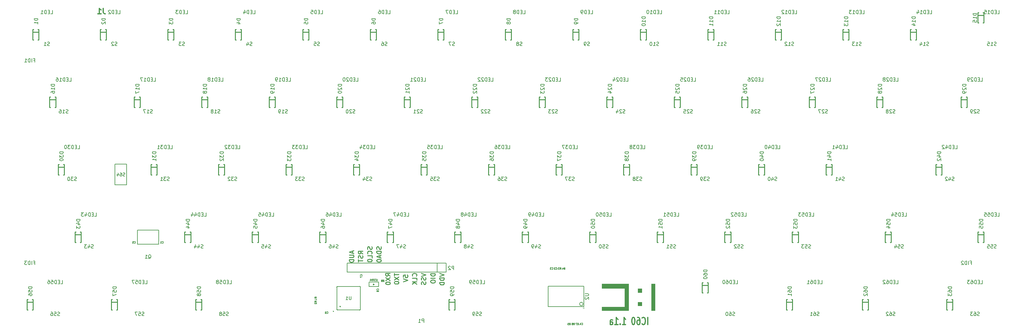
<source format=gbo>
G04 #@! TF.FileFunction,Legend,Bot*
%FSLAX46Y46*%
G04 Gerber Fmt 4.6, Leading zero omitted, Abs format (unit mm)*
G04 Created by KiCad (PCBNEW (2016-01-20 BZR 6502, Git 4c1d9af)-product) date 2/15/2016 2:16:01 AM*
%MOMM*%
G01*
G04 APERTURE LIST*
%ADD10C,0.150000*%
%ADD11C,0.254000*%
%ADD12C,0.304800*%
%ADD13C,0.010000*%
%ADD14C,0.220980*%
%ADD15C,0.149860*%
%ADD16C,0.127000*%
%ADD17C,0.203200*%
%ADD18C,0.198120*%
%ADD19C,0.200000*%
%ADD20C,0.100000*%
G04 APERTURE END LIST*
D10*
D11*
X165741048Y-133649096D02*
X165801524Y-133830524D01*
X165801524Y-134132905D01*
X165741048Y-134253858D01*
X165680571Y-134314334D01*
X165559619Y-134374810D01*
X165438667Y-134374810D01*
X165317714Y-134314334D01*
X165257238Y-134253858D01*
X165196762Y-134132905D01*
X165136286Y-133891001D01*
X165075810Y-133770048D01*
X165015333Y-133709572D01*
X164894381Y-133649096D01*
X164773429Y-133649096D01*
X164652476Y-133709572D01*
X164592000Y-133770048D01*
X164531524Y-133891001D01*
X164531524Y-134193381D01*
X164592000Y-134374810D01*
X165801524Y-134919096D02*
X164531524Y-134919096D01*
X164531524Y-135221477D01*
X164592000Y-135402905D01*
X164712952Y-135523858D01*
X164833905Y-135584334D01*
X165075810Y-135644810D01*
X165257238Y-135644810D01*
X165499143Y-135584334D01*
X165620095Y-135523858D01*
X165741048Y-135402905D01*
X165801524Y-135221477D01*
X165801524Y-134919096D01*
X165438667Y-136128620D02*
X165438667Y-136733382D01*
X165801524Y-136007667D02*
X164531524Y-136431001D01*
X165801524Y-136854334D01*
X164531524Y-137519572D02*
X164531524Y-137640524D01*
X164592000Y-137761476D01*
X164652476Y-137821953D01*
X164773429Y-137882429D01*
X165015333Y-137942905D01*
X165317714Y-137942905D01*
X165559619Y-137882429D01*
X165680571Y-137821953D01*
X165741048Y-137761476D01*
X165801524Y-137640524D01*
X165801524Y-137519572D01*
X165741048Y-137398619D01*
X165680571Y-137338143D01*
X165559619Y-137277667D01*
X165317714Y-137217191D01*
X165015333Y-137217191D01*
X164773429Y-137277667D01*
X164652476Y-137338143D01*
X164592000Y-137398619D01*
X164531524Y-137519572D01*
X182311524Y-141151167D02*
X183581524Y-141574501D01*
X182311524Y-141997834D01*
X183581524Y-142421167D02*
X182311524Y-142421167D01*
X182311524Y-142723548D01*
X182372000Y-142904976D01*
X182492952Y-143025929D01*
X182613905Y-143086405D01*
X182855810Y-143146881D01*
X183037238Y-143146881D01*
X183279143Y-143086405D01*
X183400095Y-143025929D01*
X183521048Y-142904976D01*
X183581524Y-142723548D01*
X183581524Y-142421167D01*
X183581524Y-143691167D02*
X182311524Y-143691167D01*
X182311524Y-143993548D01*
X182372000Y-144174976D01*
X182492952Y-144295929D01*
X182613905Y-144356405D01*
X182855810Y-144416881D01*
X183037238Y-144416881D01*
X183279143Y-144356405D01*
X183400095Y-144295929D01*
X183521048Y-144174976D01*
X183581524Y-143993548D01*
X183581524Y-143691167D01*
X181041524Y-141226762D02*
X179771524Y-141226762D01*
X179771524Y-141529143D01*
X179832000Y-141710571D01*
X179952952Y-141831524D01*
X180073905Y-141892000D01*
X180315810Y-141952476D01*
X180497238Y-141952476D01*
X180739143Y-141892000D01*
X180860095Y-141831524D01*
X180981048Y-141710571D01*
X181041524Y-141529143D01*
X181041524Y-141226762D01*
X181041524Y-142496762D02*
X179771524Y-142496762D01*
X179771524Y-143343429D02*
X179771524Y-143585333D01*
X179832000Y-143706286D01*
X179952952Y-143827238D01*
X180194857Y-143887714D01*
X180618190Y-143887714D01*
X180860095Y-143827238D01*
X180981048Y-143706286D01*
X181041524Y-143585333D01*
X181041524Y-143343429D01*
X180981048Y-143222476D01*
X180860095Y-143101524D01*
X180618190Y-143041048D01*
X180194857Y-143041048D01*
X179952952Y-143101524D01*
X179832000Y-143222476D01*
X179771524Y-143343429D01*
X177104524Y-141148143D02*
X178374524Y-141571477D01*
X177104524Y-141994810D01*
X178314048Y-142357667D02*
X178374524Y-142539095D01*
X178374524Y-142841476D01*
X178314048Y-142962429D01*
X178253571Y-143022905D01*
X178132619Y-143083381D01*
X178011667Y-143083381D01*
X177890714Y-143022905D01*
X177830238Y-142962429D01*
X177769762Y-142841476D01*
X177709286Y-142599572D01*
X177648810Y-142478619D01*
X177588333Y-142418143D01*
X177467381Y-142357667D01*
X177346429Y-142357667D01*
X177225476Y-142418143D01*
X177165000Y-142478619D01*
X177104524Y-142599572D01*
X177104524Y-142901952D01*
X177165000Y-143083381D01*
X178314048Y-143567191D02*
X178374524Y-143748619D01*
X178374524Y-144051000D01*
X178314048Y-144171953D01*
X178253571Y-144232429D01*
X178132619Y-144292905D01*
X178011667Y-144292905D01*
X177890714Y-144232429D01*
X177830238Y-144171953D01*
X177769762Y-144051000D01*
X177709286Y-143809096D01*
X177648810Y-143688143D01*
X177588333Y-143627667D01*
X177467381Y-143567191D01*
X177346429Y-143567191D01*
X177225476Y-143627667D01*
X177165000Y-143688143D01*
X177104524Y-143809096D01*
X177104524Y-144111476D01*
X177165000Y-144292905D01*
X175713571Y-141961548D02*
X175774048Y-141901072D01*
X175834524Y-141719643D01*
X175834524Y-141598691D01*
X175774048Y-141417263D01*
X175653095Y-141296310D01*
X175532143Y-141235834D01*
X175290238Y-141175358D01*
X175108810Y-141175358D01*
X174866905Y-141235834D01*
X174745952Y-141296310D01*
X174625000Y-141417263D01*
X174564524Y-141598691D01*
X174564524Y-141719643D01*
X174625000Y-141901072D01*
X174685476Y-141961548D01*
X175834524Y-143110596D02*
X175834524Y-142505834D01*
X174564524Y-142505834D01*
X175834524Y-143533929D02*
X174564524Y-143533929D01*
X175834524Y-144259643D02*
X175108810Y-143715358D01*
X174564524Y-144259643D02*
X175290238Y-143533929D01*
X172024524Y-142285096D02*
X172024524Y-141680334D01*
X172629286Y-141619858D01*
X172568810Y-141680334D01*
X172508333Y-141801286D01*
X172508333Y-142103667D01*
X172568810Y-142224620D01*
X172629286Y-142285096D01*
X172750238Y-142345572D01*
X173052619Y-142345572D01*
X173173571Y-142285096D01*
X173234048Y-142224620D01*
X173294524Y-142103667D01*
X173294524Y-141801286D01*
X173234048Y-141680334D01*
X173173571Y-141619858D01*
X172024524Y-142708429D02*
X173294524Y-143131763D01*
X172024524Y-143555096D01*
X169484524Y-141145119D02*
X169484524Y-141870834D01*
X170754524Y-141507977D02*
X169484524Y-141507977D01*
X169484524Y-142173215D02*
X170754524Y-143019881D01*
X169484524Y-143019881D02*
X170754524Y-142173215D01*
X169484524Y-143745596D02*
X169484524Y-143866548D01*
X169545000Y-143987500D01*
X169605476Y-144047977D01*
X169726429Y-144108453D01*
X169968333Y-144168929D01*
X170270714Y-144168929D01*
X170512619Y-144108453D01*
X170633571Y-144047977D01*
X170694048Y-143987500D01*
X170754524Y-143866548D01*
X170754524Y-143745596D01*
X170694048Y-143624643D01*
X170633571Y-143564167D01*
X170512619Y-143503691D01*
X170270714Y-143443215D01*
X169968333Y-143443215D01*
X169726429Y-143503691D01*
X169605476Y-143564167D01*
X169545000Y-143624643D01*
X169484524Y-143745596D01*
X168341524Y-141901071D02*
X167736762Y-141477738D01*
X168341524Y-141175357D02*
X167071524Y-141175357D01*
X167071524Y-141659166D01*
X167132000Y-141780119D01*
X167192476Y-141840595D01*
X167313429Y-141901071D01*
X167494857Y-141901071D01*
X167615810Y-141840595D01*
X167676286Y-141780119D01*
X167736762Y-141659166D01*
X167736762Y-141175357D01*
X167071524Y-142324405D02*
X168341524Y-143171071D01*
X167071524Y-143171071D02*
X168341524Y-142324405D01*
X167071524Y-143896786D02*
X167071524Y-144017738D01*
X167132000Y-144138690D01*
X167192476Y-144199167D01*
X167313429Y-144259643D01*
X167555333Y-144320119D01*
X167857714Y-144320119D01*
X168099619Y-144259643D01*
X168220571Y-144199167D01*
X168281048Y-144138690D01*
X168341524Y-144017738D01*
X168341524Y-143896786D01*
X168281048Y-143775833D01*
X168220571Y-143715357D01*
X168099619Y-143654881D01*
X167857714Y-143594405D01*
X167555333Y-143594405D01*
X167313429Y-143654881D01*
X167192476Y-143715357D01*
X167132000Y-143775833D01*
X167071524Y-143896786D01*
X160594524Y-135672024D02*
X159989762Y-135248691D01*
X160594524Y-134946310D02*
X159324524Y-134946310D01*
X159324524Y-135430119D01*
X159385000Y-135551072D01*
X159445476Y-135611548D01*
X159566429Y-135672024D01*
X159747857Y-135672024D01*
X159868810Y-135611548D01*
X159929286Y-135551072D01*
X159989762Y-135430119D01*
X159989762Y-134946310D01*
X160534048Y-136155834D02*
X160594524Y-136337262D01*
X160594524Y-136639643D01*
X160534048Y-136760596D01*
X160473571Y-136821072D01*
X160352619Y-136881548D01*
X160231667Y-136881548D01*
X160110714Y-136821072D01*
X160050238Y-136760596D01*
X159989762Y-136639643D01*
X159929286Y-136397739D01*
X159868810Y-136276786D01*
X159808333Y-136216310D01*
X159687381Y-136155834D01*
X159566429Y-136155834D01*
X159445476Y-136216310D01*
X159385000Y-136276786D01*
X159324524Y-136397739D01*
X159324524Y-136700119D01*
X159385000Y-136881548D01*
X159324524Y-137244405D02*
X159324524Y-137970120D01*
X160594524Y-137607263D02*
X159324524Y-137607263D01*
X157691667Y-134828382D02*
X157691667Y-135433144D01*
X158054524Y-134707429D02*
X156784524Y-135130763D01*
X158054524Y-135554096D01*
X156784524Y-135977429D02*
X157812619Y-135977429D01*
X157933571Y-136037905D01*
X157994048Y-136098381D01*
X158054524Y-136219334D01*
X158054524Y-136461238D01*
X157994048Y-136582191D01*
X157933571Y-136642667D01*
X157812619Y-136703143D01*
X156784524Y-136703143D01*
X158054524Y-137307905D02*
X156784524Y-137307905D01*
X156784524Y-137610286D01*
X156845000Y-137791714D01*
X156965952Y-137912667D01*
X157086905Y-137973143D01*
X157328810Y-138033619D01*
X157510238Y-138033619D01*
X157752143Y-137973143D01*
X157873095Y-137912667D01*
X157994048Y-137791714D01*
X158054524Y-137610286D01*
X158054524Y-137307905D01*
X163137548Y-133679334D02*
X163198024Y-133860762D01*
X163198024Y-134163143D01*
X163137548Y-134284096D01*
X163077071Y-134344572D01*
X162956119Y-134405048D01*
X162835167Y-134405048D01*
X162714214Y-134344572D01*
X162653738Y-134284096D01*
X162593262Y-134163143D01*
X162532786Y-133921239D01*
X162472310Y-133800286D01*
X162411833Y-133739810D01*
X162290881Y-133679334D01*
X162169929Y-133679334D01*
X162048976Y-133739810D01*
X161988500Y-133800286D01*
X161928024Y-133921239D01*
X161928024Y-134223619D01*
X161988500Y-134405048D01*
X163077071Y-135675048D02*
X163137548Y-135614572D01*
X163198024Y-135433143D01*
X163198024Y-135312191D01*
X163137548Y-135130763D01*
X163016595Y-135009810D01*
X162895643Y-134949334D01*
X162653738Y-134888858D01*
X162472310Y-134888858D01*
X162230405Y-134949334D01*
X162109452Y-135009810D01*
X161988500Y-135130763D01*
X161928024Y-135312191D01*
X161928024Y-135433143D01*
X161988500Y-135614572D01*
X162048976Y-135675048D01*
X163198024Y-136824096D02*
X163198024Y-136219334D01*
X161928024Y-136219334D01*
X161928024Y-137489334D02*
X161928024Y-137610286D01*
X161988500Y-137731238D01*
X162048976Y-137791715D01*
X162169929Y-137852191D01*
X162411833Y-137912667D01*
X162714214Y-137912667D01*
X162956119Y-137852191D01*
X163077071Y-137791715D01*
X163137548Y-137731238D01*
X163198024Y-137610286D01*
X163198024Y-137489334D01*
X163137548Y-137368381D01*
X163077071Y-137307905D01*
X162956119Y-137247429D01*
X162714214Y-137186953D01*
X162411833Y-137186953D01*
X162169929Y-137247429D01*
X162048976Y-137307905D01*
X161988500Y-137368381D01*
X161928024Y-137489334D01*
D12*
X241041465Y-155638238D02*
X241041465Y-153606238D01*
X239444894Y-155444714D02*
X239517465Y-155541476D01*
X239735179Y-155638238D01*
X239880322Y-155638238D01*
X240098037Y-155541476D01*
X240243179Y-155347952D01*
X240315751Y-155154429D01*
X240388322Y-154767381D01*
X240388322Y-154477095D01*
X240315751Y-154090048D01*
X240243179Y-153896524D01*
X240098037Y-153703000D01*
X239880322Y-153606238D01*
X239735179Y-153606238D01*
X239517465Y-153703000D01*
X239444894Y-153799762D01*
X238138608Y-153606238D02*
X238428894Y-153606238D01*
X238574037Y-153703000D01*
X238646608Y-153799762D01*
X238791751Y-154090048D01*
X238864322Y-154477095D01*
X238864322Y-155251190D01*
X238791751Y-155444714D01*
X238719179Y-155541476D01*
X238574037Y-155638238D01*
X238283751Y-155638238D01*
X238138608Y-155541476D01*
X238066037Y-155444714D01*
X237993465Y-155251190D01*
X237993465Y-154767381D01*
X238066037Y-154573857D01*
X238138608Y-154477095D01*
X238283751Y-154380333D01*
X238574037Y-154380333D01*
X238719179Y-154477095D01*
X238791751Y-154573857D01*
X238864322Y-154767381D01*
X237050036Y-153606238D02*
X236904893Y-153606238D01*
X236759750Y-153703000D01*
X236687179Y-153799762D01*
X236614608Y-153993286D01*
X236542036Y-154380333D01*
X236542036Y-154864143D01*
X236614608Y-155251190D01*
X236687179Y-155444714D01*
X236759750Y-155541476D01*
X236904893Y-155638238D01*
X237050036Y-155638238D01*
X237195179Y-155541476D01*
X237267750Y-155444714D01*
X237340322Y-155251190D01*
X237412893Y-154864143D01*
X237412893Y-154380333D01*
X237340322Y-153993286D01*
X237267750Y-153799762D01*
X237195179Y-153703000D01*
X237050036Y-153606238D01*
X233929464Y-155638238D02*
X234800321Y-155638238D01*
X234364893Y-155638238D02*
X234364893Y-153606238D01*
X234510036Y-153896524D01*
X234655178Y-154090048D01*
X234800321Y-154186810D01*
X233276321Y-155444714D02*
X233203749Y-155541476D01*
X233276321Y-155638238D01*
X233348892Y-155541476D01*
X233276321Y-155444714D01*
X233276321Y-155638238D01*
X231752321Y-155638238D02*
X232623178Y-155638238D01*
X232187750Y-155638238D02*
X232187750Y-153606238D01*
X232332893Y-153896524D01*
X232478035Y-154090048D01*
X232623178Y-154186810D01*
X230446035Y-155638238D02*
X230446035Y-154573857D01*
X230518606Y-154380333D01*
X230663749Y-154283571D01*
X230954035Y-154283571D01*
X231099178Y-154380333D01*
X230446035Y-155541476D02*
X230591178Y-155638238D01*
X230954035Y-155638238D01*
X231099178Y-155541476D01*
X231171749Y-155347952D01*
X231171749Y-155154429D01*
X231099178Y-154960905D01*
X230954035Y-154864143D01*
X230591178Y-154864143D01*
X230446035Y-154767381D01*
D13*
G36*
X243078000Y-144178000D02*
X242928000Y-144178000D01*
X242928000Y-144328000D01*
X243078000Y-144328000D01*
X243078000Y-144178000D01*
X243078000Y-144178000D01*
G37*
X243078000Y-144178000D02*
X242928000Y-144178000D01*
X242928000Y-144328000D01*
X243078000Y-144328000D01*
X243078000Y-144178000D01*
G36*
X242928000Y-144178000D02*
X242778000Y-144178000D01*
X242778000Y-144328000D01*
X242928000Y-144328000D01*
X242928000Y-144178000D01*
X242928000Y-144178000D01*
G37*
X242928000Y-144178000D02*
X242778000Y-144178000D01*
X242778000Y-144328000D01*
X242928000Y-144328000D01*
X242928000Y-144178000D01*
G36*
X242778000Y-144178000D02*
X242628000Y-144178000D01*
X242628000Y-144328000D01*
X242778000Y-144328000D01*
X242778000Y-144178000D01*
X242778000Y-144178000D01*
G37*
X242778000Y-144178000D02*
X242628000Y-144178000D01*
X242628000Y-144328000D01*
X242778000Y-144328000D01*
X242778000Y-144178000D01*
G36*
X242628000Y-144178000D02*
X242478000Y-144178000D01*
X242478000Y-144328000D01*
X242628000Y-144328000D01*
X242628000Y-144178000D01*
X242628000Y-144178000D01*
G37*
X242628000Y-144178000D02*
X242478000Y-144178000D01*
X242478000Y-144328000D01*
X242628000Y-144328000D01*
X242628000Y-144178000D01*
G36*
X242478000Y-144178000D02*
X242328000Y-144178000D01*
X242328000Y-144328000D01*
X242478000Y-144328000D01*
X242478000Y-144178000D01*
X242478000Y-144178000D01*
G37*
X242478000Y-144178000D02*
X242328000Y-144178000D01*
X242328000Y-144328000D01*
X242478000Y-144328000D01*
X242478000Y-144178000D01*
G36*
X242328000Y-144178000D02*
X242178000Y-144178000D01*
X242178000Y-144328000D01*
X242328000Y-144328000D01*
X242328000Y-144178000D01*
X242328000Y-144178000D01*
G37*
X242328000Y-144178000D02*
X242178000Y-144178000D01*
X242178000Y-144328000D01*
X242328000Y-144328000D01*
X242328000Y-144178000D01*
G36*
X242178000Y-144178000D02*
X242028000Y-144178000D01*
X242028000Y-144328000D01*
X242178000Y-144328000D01*
X242178000Y-144178000D01*
X242178000Y-144178000D01*
G37*
X242178000Y-144178000D02*
X242028000Y-144178000D01*
X242028000Y-144328000D01*
X242178000Y-144328000D01*
X242178000Y-144178000D01*
G36*
X235578000Y-144178000D02*
X235428000Y-144178000D01*
X235428000Y-144328000D01*
X235578000Y-144328000D01*
X235578000Y-144178000D01*
X235578000Y-144178000D01*
G37*
X235578000Y-144178000D02*
X235428000Y-144178000D01*
X235428000Y-144328000D01*
X235578000Y-144328000D01*
X235578000Y-144178000D01*
G36*
X235428000Y-144178000D02*
X235278000Y-144178000D01*
X235278000Y-144328000D01*
X235428000Y-144328000D01*
X235428000Y-144178000D01*
X235428000Y-144178000D01*
G37*
X235428000Y-144178000D02*
X235278000Y-144178000D01*
X235278000Y-144328000D01*
X235428000Y-144328000D01*
X235428000Y-144178000D01*
G36*
X235278000Y-144178000D02*
X235128000Y-144178000D01*
X235128000Y-144328000D01*
X235278000Y-144328000D01*
X235278000Y-144178000D01*
X235278000Y-144178000D01*
G37*
X235278000Y-144178000D02*
X235128000Y-144178000D01*
X235128000Y-144328000D01*
X235278000Y-144328000D01*
X235278000Y-144178000D01*
G36*
X235128000Y-144178000D02*
X234978000Y-144178000D01*
X234978000Y-144328000D01*
X235128000Y-144328000D01*
X235128000Y-144178000D01*
X235128000Y-144178000D01*
G37*
X235128000Y-144178000D02*
X234978000Y-144178000D01*
X234978000Y-144328000D01*
X235128000Y-144328000D01*
X235128000Y-144178000D01*
G36*
X234978000Y-144178000D02*
X234828000Y-144178000D01*
X234828000Y-144328000D01*
X234978000Y-144328000D01*
X234978000Y-144178000D01*
X234978000Y-144178000D01*
G37*
X234978000Y-144178000D02*
X234828000Y-144178000D01*
X234828000Y-144328000D01*
X234978000Y-144328000D01*
X234978000Y-144178000D01*
G36*
X234828000Y-144178000D02*
X234678000Y-144178000D01*
X234678000Y-144328000D01*
X234828000Y-144328000D01*
X234828000Y-144178000D01*
X234828000Y-144178000D01*
G37*
X234828000Y-144178000D02*
X234678000Y-144178000D01*
X234678000Y-144328000D01*
X234828000Y-144328000D01*
X234828000Y-144178000D01*
G36*
X234678000Y-144178000D02*
X234528000Y-144178000D01*
X234528000Y-144328000D01*
X234678000Y-144328000D01*
X234678000Y-144178000D01*
X234678000Y-144178000D01*
G37*
X234678000Y-144178000D02*
X234528000Y-144178000D01*
X234528000Y-144328000D01*
X234678000Y-144328000D01*
X234678000Y-144178000D01*
G36*
X234528000Y-144178000D02*
X234378000Y-144178000D01*
X234378000Y-144328000D01*
X234528000Y-144328000D01*
X234528000Y-144178000D01*
X234528000Y-144178000D01*
G37*
X234528000Y-144178000D02*
X234378000Y-144178000D01*
X234378000Y-144328000D01*
X234528000Y-144328000D01*
X234528000Y-144178000D01*
G36*
X234378000Y-144178000D02*
X234228000Y-144178000D01*
X234228000Y-144328000D01*
X234378000Y-144328000D01*
X234378000Y-144178000D01*
X234378000Y-144178000D01*
G37*
X234378000Y-144178000D02*
X234228000Y-144178000D01*
X234228000Y-144328000D01*
X234378000Y-144328000D01*
X234378000Y-144178000D01*
G36*
X234228000Y-144178000D02*
X234078000Y-144178000D01*
X234078000Y-144328000D01*
X234228000Y-144328000D01*
X234228000Y-144178000D01*
X234228000Y-144178000D01*
G37*
X234228000Y-144178000D02*
X234078000Y-144178000D01*
X234078000Y-144328000D01*
X234228000Y-144328000D01*
X234228000Y-144178000D01*
G36*
X234078000Y-144178000D02*
X233928000Y-144178000D01*
X233928000Y-144328000D01*
X234078000Y-144328000D01*
X234078000Y-144178000D01*
X234078000Y-144178000D01*
G37*
X234078000Y-144178000D02*
X233928000Y-144178000D01*
X233928000Y-144328000D01*
X234078000Y-144328000D01*
X234078000Y-144178000D01*
G36*
X233928000Y-144178000D02*
X233778000Y-144178000D01*
X233778000Y-144328000D01*
X233928000Y-144328000D01*
X233928000Y-144178000D01*
X233928000Y-144178000D01*
G37*
X233928000Y-144178000D02*
X233778000Y-144178000D01*
X233778000Y-144328000D01*
X233928000Y-144328000D01*
X233928000Y-144178000D01*
G36*
X233778000Y-144178000D02*
X233628000Y-144178000D01*
X233628000Y-144328000D01*
X233778000Y-144328000D01*
X233778000Y-144178000D01*
X233778000Y-144178000D01*
G37*
X233778000Y-144178000D02*
X233628000Y-144178000D01*
X233628000Y-144328000D01*
X233778000Y-144328000D01*
X233778000Y-144178000D01*
G36*
X233628000Y-144178000D02*
X233478000Y-144178000D01*
X233478000Y-144328000D01*
X233628000Y-144328000D01*
X233628000Y-144178000D01*
X233628000Y-144178000D01*
G37*
X233628000Y-144178000D02*
X233478000Y-144178000D01*
X233478000Y-144328000D01*
X233628000Y-144328000D01*
X233628000Y-144178000D01*
G36*
X233478000Y-144178000D02*
X233328000Y-144178000D01*
X233328000Y-144328000D01*
X233478000Y-144328000D01*
X233478000Y-144178000D01*
X233478000Y-144178000D01*
G37*
X233478000Y-144178000D02*
X233328000Y-144178000D01*
X233328000Y-144328000D01*
X233478000Y-144328000D01*
X233478000Y-144178000D01*
G36*
X233328000Y-144178000D02*
X233178000Y-144178000D01*
X233178000Y-144328000D01*
X233328000Y-144328000D01*
X233328000Y-144178000D01*
X233328000Y-144178000D01*
G37*
X233328000Y-144178000D02*
X233178000Y-144178000D01*
X233178000Y-144328000D01*
X233328000Y-144328000D01*
X233328000Y-144178000D01*
G36*
X233178000Y-144178000D02*
X233028000Y-144178000D01*
X233028000Y-144328000D01*
X233178000Y-144328000D01*
X233178000Y-144178000D01*
X233178000Y-144178000D01*
G37*
X233178000Y-144178000D02*
X233028000Y-144178000D01*
X233028000Y-144328000D01*
X233178000Y-144328000D01*
X233178000Y-144178000D01*
G36*
X233028000Y-144178000D02*
X232878000Y-144178000D01*
X232878000Y-144328000D01*
X233028000Y-144328000D01*
X233028000Y-144178000D01*
X233028000Y-144178000D01*
G37*
X233028000Y-144178000D02*
X232878000Y-144178000D01*
X232878000Y-144328000D01*
X233028000Y-144328000D01*
X233028000Y-144178000D01*
G36*
X232878000Y-144178000D02*
X232728000Y-144178000D01*
X232728000Y-144328000D01*
X232878000Y-144328000D01*
X232878000Y-144178000D01*
X232878000Y-144178000D01*
G37*
X232878000Y-144178000D02*
X232728000Y-144178000D01*
X232728000Y-144328000D01*
X232878000Y-144328000D01*
X232878000Y-144178000D01*
G36*
X232728000Y-144178000D02*
X232578000Y-144178000D01*
X232578000Y-144328000D01*
X232728000Y-144328000D01*
X232728000Y-144178000D01*
X232728000Y-144178000D01*
G37*
X232728000Y-144178000D02*
X232578000Y-144178000D01*
X232578000Y-144328000D01*
X232728000Y-144328000D01*
X232728000Y-144178000D01*
G36*
X232578000Y-144178000D02*
X232428000Y-144178000D01*
X232428000Y-144328000D01*
X232578000Y-144328000D01*
X232578000Y-144178000D01*
X232578000Y-144178000D01*
G37*
X232578000Y-144178000D02*
X232428000Y-144178000D01*
X232428000Y-144328000D01*
X232578000Y-144328000D01*
X232578000Y-144178000D01*
G36*
X232428000Y-144178000D02*
X232278000Y-144178000D01*
X232278000Y-144328000D01*
X232428000Y-144328000D01*
X232428000Y-144178000D01*
X232428000Y-144178000D01*
G37*
X232428000Y-144178000D02*
X232278000Y-144178000D01*
X232278000Y-144328000D01*
X232428000Y-144328000D01*
X232428000Y-144178000D01*
G36*
X232278000Y-144178000D02*
X232128000Y-144178000D01*
X232128000Y-144328000D01*
X232278000Y-144328000D01*
X232278000Y-144178000D01*
X232278000Y-144178000D01*
G37*
X232278000Y-144178000D02*
X232128000Y-144178000D01*
X232128000Y-144328000D01*
X232278000Y-144328000D01*
X232278000Y-144178000D01*
G36*
X232128000Y-144178000D02*
X231978000Y-144178000D01*
X231978000Y-144328000D01*
X232128000Y-144328000D01*
X232128000Y-144178000D01*
X232128000Y-144178000D01*
G37*
X232128000Y-144178000D02*
X231978000Y-144178000D01*
X231978000Y-144328000D01*
X232128000Y-144328000D01*
X232128000Y-144178000D01*
G36*
X231978000Y-144178000D02*
X231828000Y-144178000D01*
X231828000Y-144328000D01*
X231978000Y-144328000D01*
X231978000Y-144178000D01*
X231978000Y-144178000D01*
G37*
X231978000Y-144178000D02*
X231828000Y-144178000D01*
X231828000Y-144328000D01*
X231978000Y-144328000D01*
X231978000Y-144178000D01*
G36*
X231828000Y-144178000D02*
X231678000Y-144178000D01*
X231678000Y-144328000D01*
X231828000Y-144328000D01*
X231828000Y-144178000D01*
X231828000Y-144178000D01*
G37*
X231828000Y-144178000D02*
X231678000Y-144178000D01*
X231678000Y-144328000D01*
X231828000Y-144328000D01*
X231828000Y-144178000D01*
G36*
X231678000Y-144178000D02*
X231528000Y-144178000D01*
X231528000Y-144328000D01*
X231678000Y-144328000D01*
X231678000Y-144178000D01*
X231678000Y-144178000D01*
G37*
X231678000Y-144178000D02*
X231528000Y-144178000D01*
X231528000Y-144328000D01*
X231678000Y-144328000D01*
X231678000Y-144178000D01*
G36*
X231528000Y-144178000D02*
X231378000Y-144178000D01*
X231378000Y-144328000D01*
X231528000Y-144328000D01*
X231528000Y-144178000D01*
X231528000Y-144178000D01*
G37*
X231528000Y-144178000D02*
X231378000Y-144178000D01*
X231378000Y-144328000D01*
X231528000Y-144328000D01*
X231528000Y-144178000D01*
G36*
X231378000Y-144178000D02*
X231228000Y-144178000D01*
X231228000Y-144328000D01*
X231378000Y-144328000D01*
X231378000Y-144178000D01*
X231378000Y-144178000D01*
G37*
X231378000Y-144178000D02*
X231228000Y-144178000D01*
X231228000Y-144328000D01*
X231378000Y-144328000D01*
X231378000Y-144178000D01*
G36*
X231228000Y-144178000D02*
X231078000Y-144178000D01*
X231078000Y-144328000D01*
X231228000Y-144328000D01*
X231228000Y-144178000D01*
X231228000Y-144178000D01*
G37*
X231228000Y-144178000D02*
X231078000Y-144178000D01*
X231078000Y-144328000D01*
X231228000Y-144328000D01*
X231228000Y-144178000D01*
G36*
X231078000Y-144178000D02*
X230928000Y-144178000D01*
X230928000Y-144328000D01*
X231078000Y-144328000D01*
X231078000Y-144178000D01*
X231078000Y-144178000D01*
G37*
X231078000Y-144178000D02*
X230928000Y-144178000D01*
X230928000Y-144328000D01*
X231078000Y-144328000D01*
X231078000Y-144178000D01*
G36*
X230928000Y-144178000D02*
X230778000Y-144178000D01*
X230778000Y-144328000D01*
X230928000Y-144328000D01*
X230928000Y-144178000D01*
X230928000Y-144178000D01*
G37*
X230928000Y-144178000D02*
X230778000Y-144178000D01*
X230778000Y-144328000D01*
X230928000Y-144328000D01*
X230928000Y-144178000D01*
G36*
X230778000Y-144178000D02*
X230628000Y-144178000D01*
X230628000Y-144328000D01*
X230778000Y-144328000D01*
X230778000Y-144178000D01*
X230778000Y-144178000D01*
G37*
X230778000Y-144178000D02*
X230628000Y-144178000D01*
X230628000Y-144328000D01*
X230778000Y-144328000D01*
X230778000Y-144178000D01*
G36*
X230628000Y-144178000D02*
X230478000Y-144178000D01*
X230478000Y-144328000D01*
X230628000Y-144328000D01*
X230628000Y-144178000D01*
X230628000Y-144178000D01*
G37*
X230628000Y-144178000D02*
X230478000Y-144178000D01*
X230478000Y-144328000D01*
X230628000Y-144328000D01*
X230628000Y-144178000D01*
G36*
X230478000Y-144178000D02*
X230328000Y-144178000D01*
X230328000Y-144328000D01*
X230478000Y-144328000D01*
X230478000Y-144178000D01*
X230478000Y-144178000D01*
G37*
X230478000Y-144178000D02*
X230328000Y-144178000D01*
X230328000Y-144328000D01*
X230478000Y-144328000D01*
X230478000Y-144178000D01*
G36*
X230328000Y-144178000D02*
X230178000Y-144178000D01*
X230178000Y-144328000D01*
X230328000Y-144328000D01*
X230328000Y-144178000D01*
X230328000Y-144178000D01*
G37*
X230328000Y-144178000D02*
X230178000Y-144178000D01*
X230178000Y-144328000D01*
X230328000Y-144328000D01*
X230328000Y-144178000D01*
G36*
X230178000Y-144178000D02*
X230028000Y-144178000D01*
X230028000Y-144328000D01*
X230178000Y-144328000D01*
X230178000Y-144178000D01*
X230178000Y-144178000D01*
G37*
X230178000Y-144178000D02*
X230028000Y-144178000D01*
X230028000Y-144328000D01*
X230178000Y-144328000D01*
X230178000Y-144178000D01*
G36*
X230028000Y-144178000D02*
X229878000Y-144178000D01*
X229878000Y-144328000D01*
X230028000Y-144328000D01*
X230028000Y-144178000D01*
X230028000Y-144178000D01*
G37*
X230028000Y-144178000D02*
X229878000Y-144178000D01*
X229878000Y-144328000D01*
X230028000Y-144328000D01*
X230028000Y-144178000D01*
G36*
X229878000Y-144178000D02*
X229728000Y-144178000D01*
X229728000Y-144328000D01*
X229878000Y-144328000D01*
X229878000Y-144178000D01*
X229878000Y-144178000D01*
G37*
X229878000Y-144178000D02*
X229728000Y-144178000D01*
X229728000Y-144328000D01*
X229878000Y-144328000D01*
X229878000Y-144178000D01*
G36*
X229728000Y-144178000D02*
X229578000Y-144178000D01*
X229578000Y-144328000D01*
X229728000Y-144328000D01*
X229728000Y-144178000D01*
X229728000Y-144178000D01*
G37*
X229728000Y-144178000D02*
X229578000Y-144178000D01*
X229578000Y-144328000D01*
X229728000Y-144328000D01*
X229728000Y-144178000D01*
G36*
X229578000Y-144178000D02*
X229428000Y-144178000D01*
X229428000Y-144328000D01*
X229578000Y-144328000D01*
X229578000Y-144178000D01*
X229578000Y-144178000D01*
G37*
X229578000Y-144178000D02*
X229428000Y-144178000D01*
X229428000Y-144328000D01*
X229578000Y-144328000D01*
X229578000Y-144178000D01*
G36*
X229428000Y-144178000D02*
X229278000Y-144178000D01*
X229278000Y-144328000D01*
X229428000Y-144328000D01*
X229428000Y-144178000D01*
X229428000Y-144178000D01*
G37*
X229428000Y-144178000D02*
X229278000Y-144178000D01*
X229278000Y-144328000D01*
X229428000Y-144328000D01*
X229428000Y-144178000D01*
G36*
X229278000Y-144178000D02*
X229128000Y-144178000D01*
X229128000Y-144328000D01*
X229278000Y-144328000D01*
X229278000Y-144178000D01*
X229278000Y-144178000D01*
G37*
X229278000Y-144178000D02*
X229128000Y-144178000D01*
X229128000Y-144328000D01*
X229278000Y-144328000D01*
X229278000Y-144178000D01*
G36*
X229128000Y-144178000D02*
X228978000Y-144178000D01*
X228978000Y-144328000D01*
X229128000Y-144328000D01*
X229128000Y-144178000D01*
X229128000Y-144178000D01*
G37*
X229128000Y-144178000D02*
X228978000Y-144178000D01*
X228978000Y-144328000D01*
X229128000Y-144328000D01*
X229128000Y-144178000D01*
G36*
X228978000Y-144178000D02*
X228828000Y-144178000D01*
X228828000Y-144328000D01*
X228978000Y-144328000D01*
X228978000Y-144178000D01*
X228978000Y-144178000D01*
G37*
X228978000Y-144178000D02*
X228828000Y-144178000D01*
X228828000Y-144328000D01*
X228978000Y-144328000D01*
X228978000Y-144178000D01*
G36*
X228828000Y-144178000D02*
X228678000Y-144178000D01*
X228678000Y-144328000D01*
X228828000Y-144328000D01*
X228828000Y-144178000D01*
X228828000Y-144178000D01*
G37*
X228828000Y-144178000D02*
X228678000Y-144178000D01*
X228678000Y-144328000D01*
X228828000Y-144328000D01*
X228828000Y-144178000D01*
G36*
X228678000Y-144178000D02*
X228528000Y-144178000D01*
X228528000Y-144328000D01*
X228678000Y-144328000D01*
X228678000Y-144178000D01*
X228678000Y-144178000D01*
G37*
X228678000Y-144178000D02*
X228528000Y-144178000D01*
X228528000Y-144328000D01*
X228678000Y-144328000D01*
X228678000Y-144178000D01*
G36*
X228528000Y-144178000D02*
X228378000Y-144178000D01*
X228378000Y-144328000D01*
X228528000Y-144328000D01*
X228528000Y-144178000D01*
X228528000Y-144178000D01*
G37*
X228528000Y-144178000D02*
X228378000Y-144178000D01*
X228378000Y-144328000D01*
X228528000Y-144328000D01*
X228528000Y-144178000D01*
G36*
X228378000Y-144178000D02*
X228228000Y-144178000D01*
X228228000Y-144328000D01*
X228378000Y-144328000D01*
X228378000Y-144178000D01*
X228378000Y-144178000D01*
G37*
X228378000Y-144178000D02*
X228228000Y-144178000D01*
X228228000Y-144328000D01*
X228378000Y-144328000D01*
X228378000Y-144178000D01*
G36*
X228228000Y-144178000D02*
X228078000Y-144178000D01*
X228078000Y-144328000D01*
X228228000Y-144328000D01*
X228228000Y-144178000D01*
X228228000Y-144178000D01*
G37*
X228228000Y-144178000D02*
X228078000Y-144178000D01*
X228078000Y-144328000D01*
X228228000Y-144328000D01*
X228228000Y-144178000D01*
G36*
X243078000Y-144328000D02*
X242928000Y-144328000D01*
X242928000Y-144478000D01*
X243078000Y-144478000D01*
X243078000Y-144328000D01*
X243078000Y-144328000D01*
G37*
X243078000Y-144328000D02*
X242928000Y-144328000D01*
X242928000Y-144478000D01*
X243078000Y-144478000D01*
X243078000Y-144328000D01*
G36*
X242928000Y-144328000D02*
X242778000Y-144328000D01*
X242778000Y-144478000D01*
X242928000Y-144478000D01*
X242928000Y-144328000D01*
X242928000Y-144328000D01*
G37*
X242928000Y-144328000D02*
X242778000Y-144328000D01*
X242778000Y-144478000D01*
X242928000Y-144478000D01*
X242928000Y-144328000D01*
G36*
X242778000Y-144328000D02*
X242628000Y-144328000D01*
X242628000Y-144478000D01*
X242778000Y-144478000D01*
X242778000Y-144328000D01*
X242778000Y-144328000D01*
G37*
X242778000Y-144328000D02*
X242628000Y-144328000D01*
X242628000Y-144478000D01*
X242778000Y-144478000D01*
X242778000Y-144328000D01*
G36*
X242628000Y-144328000D02*
X242478000Y-144328000D01*
X242478000Y-144478000D01*
X242628000Y-144478000D01*
X242628000Y-144328000D01*
X242628000Y-144328000D01*
G37*
X242628000Y-144328000D02*
X242478000Y-144328000D01*
X242478000Y-144478000D01*
X242628000Y-144478000D01*
X242628000Y-144328000D01*
G36*
X242478000Y-144328000D02*
X242328000Y-144328000D01*
X242328000Y-144478000D01*
X242478000Y-144478000D01*
X242478000Y-144328000D01*
X242478000Y-144328000D01*
G37*
X242478000Y-144328000D02*
X242328000Y-144328000D01*
X242328000Y-144478000D01*
X242478000Y-144478000D01*
X242478000Y-144328000D01*
G36*
X242328000Y-144328000D02*
X242178000Y-144328000D01*
X242178000Y-144478000D01*
X242328000Y-144478000D01*
X242328000Y-144328000D01*
X242328000Y-144328000D01*
G37*
X242328000Y-144328000D02*
X242178000Y-144328000D01*
X242178000Y-144478000D01*
X242328000Y-144478000D01*
X242328000Y-144328000D01*
G36*
X242178000Y-144328000D02*
X242028000Y-144328000D01*
X242028000Y-144478000D01*
X242178000Y-144478000D01*
X242178000Y-144328000D01*
X242178000Y-144328000D01*
G37*
X242178000Y-144328000D02*
X242028000Y-144328000D01*
X242028000Y-144478000D01*
X242178000Y-144478000D01*
X242178000Y-144328000D01*
G36*
X235578000Y-144328000D02*
X235428000Y-144328000D01*
X235428000Y-144478000D01*
X235578000Y-144478000D01*
X235578000Y-144328000D01*
X235578000Y-144328000D01*
G37*
X235578000Y-144328000D02*
X235428000Y-144328000D01*
X235428000Y-144478000D01*
X235578000Y-144478000D01*
X235578000Y-144328000D01*
G36*
X235428000Y-144328000D02*
X235278000Y-144328000D01*
X235278000Y-144478000D01*
X235428000Y-144478000D01*
X235428000Y-144328000D01*
X235428000Y-144328000D01*
G37*
X235428000Y-144328000D02*
X235278000Y-144328000D01*
X235278000Y-144478000D01*
X235428000Y-144478000D01*
X235428000Y-144328000D01*
G36*
X235278000Y-144328000D02*
X235128000Y-144328000D01*
X235128000Y-144478000D01*
X235278000Y-144478000D01*
X235278000Y-144328000D01*
X235278000Y-144328000D01*
G37*
X235278000Y-144328000D02*
X235128000Y-144328000D01*
X235128000Y-144478000D01*
X235278000Y-144478000D01*
X235278000Y-144328000D01*
G36*
X235128000Y-144328000D02*
X234978000Y-144328000D01*
X234978000Y-144478000D01*
X235128000Y-144478000D01*
X235128000Y-144328000D01*
X235128000Y-144328000D01*
G37*
X235128000Y-144328000D02*
X234978000Y-144328000D01*
X234978000Y-144478000D01*
X235128000Y-144478000D01*
X235128000Y-144328000D01*
G36*
X234978000Y-144328000D02*
X234828000Y-144328000D01*
X234828000Y-144478000D01*
X234978000Y-144478000D01*
X234978000Y-144328000D01*
X234978000Y-144328000D01*
G37*
X234978000Y-144328000D02*
X234828000Y-144328000D01*
X234828000Y-144478000D01*
X234978000Y-144478000D01*
X234978000Y-144328000D01*
G36*
X234828000Y-144328000D02*
X234678000Y-144328000D01*
X234678000Y-144478000D01*
X234828000Y-144478000D01*
X234828000Y-144328000D01*
X234828000Y-144328000D01*
G37*
X234828000Y-144328000D02*
X234678000Y-144328000D01*
X234678000Y-144478000D01*
X234828000Y-144478000D01*
X234828000Y-144328000D01*
G36*
X234678000Y-144328000D02*
X234528000Y-144328000D01*
X234528000Y-144478000D01*
X234678000Y-144478000D01*
X234678000Y-144328000D01*
X234678000Y-144328000D01*
G37*
X234678000Y-144328000D02*
X234528000Y-144328000D01*
X234528000Y-144478000D01*
X234678000Y-144478000D01*
X234678000Y-144328000D01*
G36*
X234528000Y-144328000D02*
X234378000Y-144328000D01*
X234378000Y-144478000D01*
X234528000Y-144478000D01*
X234528000Y-144328000D01*
X234528000Y-144328000D01*
G37*
X234528000Y-144328000D02*
X234378000Y-144328000D01*
X234378000Y-144478000D01*
X234528000Y-144478000D01*
X234528000Y-144328000D01*
G36*
X234378000Y-144328000D02*
X234228000Y-144328000D01*
X234228000Y-144478000D01*
X234378000Y-144478000D01*
X234378000Y-144328000D01*
X234378000Y-144328000D01*
G37*
X234378000Y-144328000D02*
X234228000Y-144328000D01*
X234228000Y-144478000D01*
X234378000Y-144478000D01*
X234378000Y-144328000D01*
G36*
X234228000Y-144328000D02*
X234078000Y-144328000D01*
X234078000Y-144478000D01*
X234228000Y-144478000D01*
X234228000Y-144328000D01*
X234228000Y-144328000D01*
G37*
X234228000Y-144328000D02*
X234078000Y-144328000D01*
X234078000Y-144478000D01*
X234228000Y-144478000D01*
X234228000Y-144328000D01*
G36*
X234078000Y-144328000D02*
X233928000Y-144328000D01*
X233928000Y-144478000D01*
X234078000Y-144478000D01*
X234078000Y-144328000D01*
X234078000Y-144328000D01*
G37*
X234078000Y-144328000D02*
X233928000Y-144328000D01*
X233928000Y-144478000D01*
X234078000Y-144478000D01*
X234078000Y-144328000D01*
G36*
X233928000Y-144328000D02*
X233778000Y-144328000D01*
X233778000Y-144478000D01*
X233928000Y-144478000D01*
X233928000Y-144328000D01*
X233928000Y-144328000D01*
G37*
X233928000Y-144328000D02*
X233778000Y-144328000D01*
X233778000Y-144478000D01*
X233928000Y-144478000D01*
X233928000Y-144328000D01*
G36*
X233778000Y-144328000D02*
X233628000Y-144328000D01*
X233628000Y-144478000D01*
X233778000Y-144478000D01*
X233778000Y-144328000D01*
X233778000Y-144328000D01*
G37*
X233778000Y-144328000D02*
X233628000Y-144328000D01*
X233628000Y-144478000D01*
X233778000Y-144478000D01*
X233778000Y-144328000D01*
G36*
X233628000Y-144328000D02*
X233478000Y-144328000D01*
X233478000Y-144478000D01*
X233628000Y-144478000D01*
X233628000Y-144328000D01*
X233628000Y-144328000D01*
G37*
X233628000Y-144328000D02*
X233478000Y-144328000D01*
X233478000Y-144478000D01*
X233628000Y-144478000D01*
X233628000Y-144328000D01*
G36*
X233478000Y-144328000D02*
X233328000Y-144328000D01*
X233328000Y-144478000D01*
X233478000Y-144478000D01*
X233478000Y-144328000D01*
X233478000Y-144328000D01*
G37*
X233478000Y-144328000D02*
X233328000Y-144328000D01*
X233328000Y-144478000D01*
X233478000Y-144478000D01*
X233478000Y-144328000D01*
G36*
X233328000Y-144328000D02*
X233178000Y-144328000D01*
X233178000Y-144478000D01*
X233328000Y-144478000D01*
X233328000Y-144328000D01*
X233328000Y-144328000D01*
G37*
X233328000Y-144328000D02*
X233178000Y-144328000D01*
X233178000Y-144478000D01*
X233328000Y-144478000D01*
X233328000Y-144328000D01*
G36*
X233178000Y-144328000D02*
X233028000Y-144328000D01*
X233028000Y-144478000D01*
X233178000Y-144478000D01*
X233178000Y-144328000D01*
X233178000Y-144328000D01*
G37*
X233178000Y-144328000D02*
X233028000Y-144328000D01*
X233028000Y-144478000D01*
X233178000Y-144478000D01*
X233178000Y-144328000D01*
G36*
X233028000Y-144328000D02*
X232878000Y-144328000D01*
X232878000Y-144478000D01*
X233028000Y-144478000D01*
X233028000Y-144328000D01*
X233028000Y-144328000D01*
G37*
X233028000Y-144328000D02*
X232878000Y-144328000D01*
X232878000Y-144478000D01*
X233028000Y-144478000D01*
X233028000Y-144328000D01*
G36*
X232878000Y-144328000D02*
X232728000Y-144328000D01*
X232728000Y-144478000D01*
X232878000Y-144478000D01*
X232878000Y-144328000D01*
X232878000Y-144328000D01*
G37*
X232878000Y-144328000D02*
X232728000Y-144328000D01*
X232728000Y-144478000D01*
X232878000Y-144478000D01*
X232878000Y-144328000D01*
G36*
X232728000Y-144328000D02*
X232578000Y-144328000D01*
X232578000Y-144478000D01*
X232728000Y-144478000D01*
X232728000Y-144328000D01*
X232728000Y-144328000D01*
G37*
X232728000Y-144328000D02*
X232578000Y-144328000D01*
X232578000Y-144478000D01*
X232728000Y-144478000D01*
X232728000Y-144328000D01*
G36*
X232578000Y-144328000D02*
X232428000Y-144328000D01*
X232428000Y-144478000D01*
X232578000Y-144478000D01*
X232578000Y-144328000D01*
X232578000Y-144328000D01*
G37*
X232578000Y-144328000D02*
X232428000Y-144328000D01*
X232428000Y-144478000D01*
X232578000Y-144478000D01*
X232578000Y-144328000D01*
G36*
X232428000Y-144328000D02*
X232278000Y-144328000D01*
X232278000Y-144478000D01*
X232428000Y-144478000D01*
X232428000Y-144328000D01*
X232428000Y-144328000D01*
G37*
X232428000Y-144328000D02*
X232278000Y-144328000D01*
X232278000Y-144478000D01*
X232428000Y-144478000D01*
X232428000Y-144328000D01*
G36*
X232278000Y-144328000D02*
X232128000Y-144328000D01*
X232128000Y-144478000D01*
X232278000Y-144478000D01*
X232278000Y-144328000D01*
X232278000Y-144328000D01*
G37*
X232278000Y-144328000D02*
X232128000Y-144328000D01*
X232128000Y-144478000D01*
X232278000Y-144478000D01*
X232278000Y-144328000D01*
G36*
X232128000Y-144328000D02*
X231978000Y-144328000D01*
X231978000Y-144478000D01*
X232128000Y-144478000D01*
X232128000Y-144328000D01*
X232128000Y-144328000D01*
G37*
X232128000Y-144328000D02*
X231978000Y-144328000D01*
X231978000Y-144478000D01*
X232128000Y-144478000D01*
X232128000Y-144328000D01*
G36*
X231978000Y-144328000D02*
X231828000Y-144328000D01*
X231828000Y-144478000D01*
X231978000Y-144478000D01*
X231978000Y-144328000D01*
X231978000Y-144328000D01*
G37*
X231978000Y-144328000D02*
X231828000Y-144328000D01*
X231828000Y-144478000D01*
X231978000Y-144478000D01*
X231978000Y-144328000D01*
G36*
X231828000Y-144328000D02*
X231678000Y-144328000D01*
X231678000Y-144478000D01*
X231828000Y-144478000D01*
X231828000Y-144328000D01*
X231828000Y-144328000D01*
G37*
X231828000Y-144328000D02*
X231678000Y-144328000D01*
X231678000Y-144478000D01*
X231828000Y-144478000D01*
X231828000Y-144328000D01*
G36*
X231678000Y-144328000D02*
X231528000Y-144328000D01*
X231528000Y-144478000D01*
X231678000Y-144478000D01*
X231678000Y-144328000D01*
X231678000Y-144328000D01*
G37*
X231678000Y-144328000D02*
X231528000Y-144328000D01*
X231528000Y-144478000D01*
X231678000Y-144478000D01*
X231678000Y-144328000D01*
G36*
X231528000Y-144328000D02*
X231378000Y-144328000D01*
X231378000Y-144478000D01*
X231528000Y-144478000D01*
X231528000Y-144328000D01*
X231528000Y-144328000D01*
G37*
X231528000Y-144328000D02*
X231378000Y-144328000D01*
X231378000Y-144478000D01*
X231528000Y-144478000D01*
X231528000Y-144328000D01*
G36*
X231378000Y-144328000D02*
X231228000Y-144328000D01*
X231228000Y-144478000D01*
X231378000Y-144478000D01*
X231378000Y-144328000D01*
X231378000Y-144328000D01*
G37*
X231378000Y-144328000D02*
X231228000Y-144328000D01*
X231228000Y-144478000D01*
X231378000Y-144478000D01*
X231378000Y-144328000D01*
G36*
X231228000Y-144328000D02*
X231078000Y-144328000D01*
X231078000Y-144478000D01*
X231228000Y-144478000D01*
X231228000Y-144328000D01*
X231228000Y-144328000D01*
G37*
X231228000Y-144328000D02*
X231078000Y-144328000D01*
X231078000Y-144478000D01*
X231228000Y-144478000D01*
X231228000Y-144328000D01*
G36*
X231078000Y-144328000D02*
X230928000Y-144328000D01*
X230928000Y-144478000D01*
X231078000Y-144478000D01*
X231078000Y-144328000D01*
X231078000Y-144328000D01*
G37*
X231078000Y-144328000D02*
X230928000Y-144328000D01*
X230928000Y-144478000D01*
X231078000Y-144478000D01*
X231078000Y-144328000D01*
G36*
X230928000Y-144328000D02*
X230778000Y-144328000D01*
X230778000Y-144478000D01*
X230928000Y-144478000D01*
X230928000Y-144328000D01*
X230928000Y-144328000D01*
G37*
X230928000Y-144328000D02*
X230778000Y-144328000D01*
X230778000Y-144478000D01*
X230928000Y-144478000D01*
X230928000Y-144328000D01*
G36*
X230778000Y-144328000D02*
X230628000Y-144328000D01*
X230628000Y-144478000D01*
X230778000Y-144478000D01*
X230778000Y-144328000D01*
X230778000Y-144328000D01*
G37*
X230778000Y-144328000D02*
X230628000Y-144328000D01*
X230628000Y-144478000D01*
X230778000Y-144478000D01*
X230778000Y-144328000D01*
G36*
X230628000Y-144328000D02*
X230478000Y-144328000D01*
X230478000Y-144478000D01*
X230628000Y-144478000D01*
X230628000Y-144328000D01*
X230628000Y-144328000D01*
G37*
X230628000Y-144328000D02*
X230478000Y-144328000D01*
X230478000Y-144478000D01*
X230628000Y-144478000D01*
X230628000Y-144328000D01*
G36*
X230478000Y-144328000D02*
X230328000Y-144328000D01*
X230328000Y-144478000D01*
X230478000Y-144478000D01*
X230478000Y-144328000D01*
X230478000Y-144328000D01*
G37*
X230478000Y-144328000D02*
X230328000Y-144328000D01*
X230328000Y-144478000D01*
X230478000Y-144478000D01*
X230478000Y-144328000D01*
G36*
X230328000Y-144328000D02*
X230178000Y-144328000D01*
X230178000Y-144478000D01*
X230328000Y-144478000D01*
X230328000Y-144328000D01*
X230328000Y-144328000D01*
G37*
X230328000Y-144328000D02*
X230178000Y-144328000D01*
X230178000Y-144478000D01*
X230328000Y-144478000D01*
X230328000Y-144328000D01*
G36*
X230178000Y-144328000D02*
X230028000Y-144328000D01*
X230028000Y-144478000D01*
X230178000Y-144478000D01*
X230178000Y-144328000D01*
X230178000Y-144328000D01*
G37*
X230178000Y-144328000D02*
X230028000Y-144328000D01*
X230028000Y-144478000D01*
X230178000Y-144478000D01*
X230178000Y-144328000D01*
G36*
X230028000Y-144328000D02*
X229878000Y-144328000D01*
X229878000Y-144478000D01*
X230028000Y-144478000D01*
X230028000Y-144328000D01*
X230028000Y-144328000D01*
G37*
X230028000Y-144328000D02*
X229878000Y-144328000D01*
X229878000Y-144478000D01*
X230028000Y-144478000D01*
X230028000Y-144328000D01*
G36*
X229878000Y-144328000D02*
X229728000Y-144328000D01*
X229728000Y-144478000D01*
X229878000Y-144478000D01*
X229878000Y-144328000D01*
X229878000Y-144328000D01*
G37*
X229878000Y-144328000D02*
X229728000Y-144328000D01*
X229728000Y-144478000D01*
X229878000Y-144478000D01*
X229878000Y-144328000D01*
G36*
X229728000Y-144328000D02*
X229578000Y-144328000D01*
X229578000Y-144478000D01*
X229728000Y-144478000D01*
X229728000Y-144328000D01*
X229728000Y-144328000D01*
G37*
X229728000Y-144328000D02*
X229578000Y-144328000D01*
X229578000Y-144478000D01*
X229728000Y-144478000D01*
X229728000Y-144328000D01*
G36*
X229578000Y-144328000D02*
X229428000Y-144328000D01*
X229428000Y-144478000D01*
X229578000Y-144478000D01*
X229578000Y-144328000D01*
X229578000Y-144328000D01*
G37*
X229578000Y-144328000D02*
X229428000Y-144328000D01*
X229428000Y-144478000D01*
X229578000Y-144478000D01*
X229578000Y-144328000D01*
G36*
X229428000Y-144328000D02*
X229278000Y-144328000D01*
X229278000Y-144478000D01*
X229428000Y-144478000D01*
X229428000Y-144328000D01*
X229428000Y-144328000D01*
G37*
X229428000Y-144328000D02*
X229278000Y-144328000D01*
X229278000Y-144478000D01*
X229428000Y-144478000D01*
X229428000Y-144328000D01*
G36*
X229278000Y-144328000D02*
X229128000Y-144328000D01*
X229128000Y-144478000D01*
X229278000Y-144478000D01*
X229278000Y-144328000D01*
X229278000Y-144328000D01*
G37*
X229278000Y-144328000D02*
X229128000Y-144328000D01*
X229128000Y-144478000D01*
X229278000Y-144478000D01*
X229278000Y-144328000D01*
G36*
X229128000Y-144328000D02*
X228978000Y-144328000D01*
X228978000Y-144478000D01*
X229128000Y-144478000D01*
X229128000Y-144328000D01*
X229128000Y-144328000D01*
G37*
X229128000Y-144328000D02*
X228978000Y-144328000D01*
X228978000Y-144478000D01*
X229128000Y-144478000D01*
X229128000Y-144328000D01*
G36*
X228978000Y-144328000D02*
X228828000Y-144328000D01*
X228828000Y-144478000D01*
X228978000Y-144478000D01*
X228978000Y-144328000D01*
X228978000Y-144328000D01*
G37*
X228978000Y-144328000D02*
X228828000Y-144328000D01*
X228828000Y-144478000D01*
X228978000Y-144478000D01*
X228978000Y-144328000D01*
G36*
X228828000Y-144328000D02*
X228678000Y-144328000D01*
X228678000Y-144478000D01*
X228828000Y-144478000D01*
X228828000Y-144328000D01*
X228828000Y-144328000D01*
G37*
X228828000Y-144328000D02*
X228678000Y-144328000D01*
X228678000Y-144478000D01*
X228828000Y-144478000D01*
X228828000Y-144328000D01*
G36*
X228678000Y-144328000D02*
X228528000Y-144328000D01*
X228528000Y-144478000D01*
X228678000Y-144478000D01*
X228678000Y-144328000D01*
X228678000Y-144328000D01*
G37*
X228678000Y-144328000D02*
X228528000Y-144328000D01*
X228528000Y-144478000D01*
X228678000Y-144478000D01*
X228678000Y-144328000D01*
G36*
X228528000Y-144328000D02*
X228378000Y-144328000D01*
X228378000Y-144478000D01*
X228528000Y-144478000D01*
X228528000Y-144328000D01*
X228528000Y-144328000D01*
G37*
X228528000Y-144328000D02*
X228378000Y-144328000D01*
X228378000Y-144478000D01*
X228528000Y-144478000D01*
X228528000Y-144328000D01*
G36*
X228378000Y-144328000D02*
X228228000Y-144328000D01*
X228228000Y-144478000D01*
X228378000Y-144478000D01*
X228378000Y-144328000D01*
X228378000Y-144328000D01*
G37*
X228378000Y-144328000D02*
X228228000Y-144328000D01*
X228228000Y-144478000D01*
X228378000Y-144478000D01*
X228378000Y-144328000D01*
G36*
X228228000Y-144328000D02*
X228078000Y-144328000D01*
X228078000Y-144478000D01*
X228228000Y-144478000D01*
X228228000Y-144328000D01*
X228228000Y-144328000D01*
G37*
X228228000Y-144328000D02*
X228078000Y-144328000D01*
X228078000Y-144478000D01*
X228228000Y-144478000D01*
X228228000Y-144328000D01*
G36*
X243078000Y-144478000D02*
X242928000Y-144478000D01*
X242928000Y-144628000D01*
X243078000Y-144628000D01*
X243078000Y-144478000D01*
X243078000Y-144478000D01*
G37*
X243078000Y-144478000D02*
X242928000Y-144478000D01*
X242928000Y-144628000D01*
X243078000Y-144628000D01*
X243078000Y-144478000D01*
G36*
X242928000Y-144478000D02*
X242778000Y-144478000D01*
X242778000Y-144628000D01*
X242928000Y-144628000D01*
X242928000Y-144478000D01*
X242928000Y-144478000D01*
G37*
X242928000Y-144478000D02*
X242778000Y-144478000D01*
X242778000Y-144628000D01*
X242928000Y-144628000D01*
X242928000Y-144478000D01*
G36*
X242778000Y-144478000D02*
X242628000Y-144478000D01*
X242628000Y-144628000D01*
X242778000Y-144628000D01*
X242778000Y-144478000D01*
X242778000Y-144478000D01*
G37*
X242778000Y-144478000D02*
X242628000Y-144478000D01*
X242628000Y-144628000D01*
X242778000Y-144628000D01*
X242778000Y-144478000D01*
G36*
X242628000Y-144478000D02*
X242478000Y-144478000D01*
X242478000Y-144628000D01*
X242628000Y-144628000D01*
X242628000Y-144478000D01*
X242628000Y-144478000D01*
G37*
X242628000Y-144478000D02*
X242478000Y-144478000D01*
X242478000Y-144628000D01*
X242628000Y-144628000D01*
X242628000Y-144478000D01*
G36*
X242478000Y-144478000D02*
X242328000Y-144478000D01*
X242328000Y-144628000D01*
X242478000Y-144628000D01*
X242478000Y-144478000D01*
X242478000Y-144478000D01*
G37*
X242478000Y-144478000D02*
X242328000Y-144478000D01*
X242328000Y-144628000D01*
X242478000Y-144628000D01*
X242478000Y-144478000D01*
G36*
X242328000Y-144478000D02*
X242178000Y-144478000D01*
X242178000Y-144628000D01*
X242328000Y-144628000D01*
X242328000Y-144478000D01*
X242328000Y-144478000D01*
G37*
X242328000Y-144478000D02*
X242178000Y-144478000D01*
X242178000Y-144628000D01*
X242328000Y-144628000D01*
X242328000Y-144478000D01*
G36*
X242178000Y-144478000D02*
X242028000Y-144478000D01*
X242028000Y-144628000D01*
X242178000Y-144628000D01*
X242178000Y-144478000D01*
X242178000Y-144478000D01*
G37*
X242178000Y-144478000D02*
X242028000Y-144478000D01*
X242028000Y-144628000D01*
X242178000Y-144628000D01*
X242178000Y-144478000D01*
G36*
X235578000Y-144478000D02*
X235428000Y-144478000D01*
X235428000Y-144628000D01*
X235578000Y-144628000D01*
X235578000Y-144478000D01*
X235578000Y-144478000D01*
G37*
X235578000Y-144478000D02*
X235428000Y-144478000D01*
X235428000Y-144628000D01*
X235578000Y-144628000D01*
X235578000Y-144478000D01*
G36*
X235428000Y-144478000D02*
X235278000Y-144478000D01*
X235278000Y-144628000D01*
X235428000Y-144628000D01*
X235428000Y-144478000D01*
X235428000Y-144478000D01*
G37*
X235428000Y-144478000D02*
X235278000Y-144478000D01*
X235278000Y-144628000D01*
X235428000Y-144628000D01*
X235428000Y-144478000D01*
G36*
X235278000Y-144478000D02*
X235128000Y-144478000D01*
X235128000Y-144628000D01*
X235278000Y-144628000D01*
X235278000Y-144478000D01*
X235278000Y-144478000D01*
G37*
X235278000Y-144478000D02*
X235128000Y-144478000D01*
X235128000Y-144628000D01*
X235278000Y-144628000D01*
X235278000Y-144478000D01*
G36*
X235128000Y-144478000D02*
X234978000Y-144478000D01*
X234978000Y-144628000D01*
X235128000Y-144628000D01*
X235128000Y-144478000D01*
X235128000Y-144478000D01*
G37*
X235128000Y-144478000D02*
X234978000Y-144478000D01*
X234978000Y-144628000D01*
X235128000Y-144628000D01*
X235128000Y-144478000D01*
G36*
X234978000Y-144478000D02*
X234828000Y-144478000D01*
X234828000Y-144628000D01*
X234978000Y-144628000D01*
X234978000Y-144478000D01*
X234978000Y-144478000D01*
G37*
X234978000Y-144478000D02*
X234828000Y-144478000D01*
X234828000Y-144628000D01*
X234978000Y-144628000D01*
X234978000Y-144478000D01*
G36*
X234828000Y-144478000D02*
X234678000Y-144478000D01*
X234678000Y-144628000D01*
X234828000Y-144628000D01*
X234828000Y-144478000D01*
X234828000Y-144478000D01*
G37*
X234828000Y-144478000D02*
X234678000Y-144478000D01*
X234678000Y-144628000D01*
X234828000Y-144628000D01*
X234828000Y-144478000D01*
G36*
X234678000Y-144478000D02*
X234528000Y-144478000D01*
X234528000Y-144628000D01*
X234678000Y-144628000D01*
X234678000Y-144478000D01*
X234678000Y-144478000D01*
G37*
X234678000Y-144478000D02*
X234528000Y-144478000D01*
X234528000Y-144628000D01*
X234678000Y-144628000D01*
X234678000Y-144478000D01*
G36*
X234528000Y-144478000D02*
X234378000Y-144478000D01*
X234378000Y-144628000D01*
X234528000Y-144628000D01*
X234528000Y-144478000D01*
X234528000Y-144478000D01*
G37*
X234528000Y-144478000D02*
X234378000Y-144478000D01*
X234378000Y-144628000D01*
X234528000Y-144628000D01*
X234528000Y-144478000D01*
G36*
X234378000Y-144478000D02*
X234228000Y-144478000D01*
X234228000Y-144628000D01*
X234378000Y-144628000D01*
X234378000Y-144478000D01*
X234378000Y-144478000D01*
G37*
X234378000Y-144478000D02*
X234228000Y-144478000D01*
X234228000Y-144628000D01*
X234378000Y-144628000D01*
X234378000Y-144478000D01*
G36*
X234228000Y-144478000D02*
X234078000Y-144478000D01*
X234078000Y-144628000D01*
X234228000Y-144628000D01*
X234228000Y-144478000D01*
X234228000Y-144478000D01*
G37*
X234228000Y-144478000D02*
X234078000Y-144478000D01*
X234078000Y-144628000D01*
X234228000Y-144628000D01*
X234228000Y-144478000D01*
G36*
X234078000Y-144478000D02*
X233928000Y-144478000D01*
X233928000Y-144628000D01*
X234078000Y-144628000D01*
X234078000Y-144478000D01*
X234078000Y-144478000D01*
G37*
X234078000Y-144478000D02*
X233928000Y-144478000D01*
X233928000Y-144628000D01*
X234078000Y-144628000D01*
X234078000Y-144478000D01*
G36*
X233928000Y-144478000D02*
X233778000Y-144478000D01*
X233778000Y-144628000D01*
X233928000Y-144628000D01*
X233928000Y-144478000D01*
X233928000Y-144478000D01*
G37*
X233928000Y-144478000D02*
X233778000Y-144478000D01*
X233778000Y-144628000D01*
X233928000Y-144628000D01*
X233928000Y-144478000D01*
G36*
X233778000Y-144478000D02*
X233628000Y-144478000D01*
X233628000Y-144628000D01*
X233778000Y-144628000D01*
X233778000Y-144478000D01*
X233778000Y-144478000D01*
G37*
X233778000Y-144478000D02*
X233628000Y-144478000D01*
X233628000Y-144628000D01*
X233778000Y-144628000D01*
X233778000Y-144478000D01*
G36*
X233628000Y-144478000D02*
X233478000Y-144478000D01*
X233478000Y-144628000D01*
X233628000Y-144628000D01*
X233628000Y-144478000D01*
X233628000Y-144478000D01*
G37*
X233628000Y-144478000D02*
X233478000Y-144478000D01*
X233478000Y-144628000D01*
X233628000Y-144628000D01*
X233628000Y-144478000D01*
G36*
X233478000Y-144478000D02*
X233328000Y-144478000D01*
X233328000Y-144628000D01*
X233478000Y-144628000D01*
X233478000Y-144478000D01*
X233478000Y-144478000D01*
G37*
X233478000Y-144478000D02*
X233328000Y-144478000D01*
X233328000Y-144628000D01*
X233478000Y-144628000D01*
X233478000Y-144478000D01*
G36*
X233328000Y-144478000D02*
X233178000Y-144478000D01*
X233178000Y-144628000D01*
X233328000Y-144628000D01*
X233328000Y-144478000D01*
X233328000Y-144478000D01*
G37*
X233328000Y-144478000D02*
X233178000Y-144478000D01*
X233178000Y-144628000D01*
X233328000Y-144628000D01*
X233328000Y-144478000D01*
G36*
X233178000Y-144478000D02*
X233028000Y-144478000D01*
X233028000Y-144628000D01*
X233178000Y-144628000D01*
X233178000Y-144478000D01*
X233178000Y-144478000D01*
G37*
X233178000Y-144478000D02*
X233028000Y-144478000D01*
X233028000Y-144628000D01*
X233178000Y-144628000D01*
X233178000Y-144478000D01*
G36*
X233028000Y-144478000D02*
X232878000Y-144478000D01*
X232878000Y-144628000D01*
X233028000Y-144628000D01*
X233028000Y-144478000D01*
X233028000Y-144478000D01*
G37*
X233028000Y-144478000D02*
X232878000Y-144478000D01*
X232878000Y-144628000D01*
X233028000Y-144628000D01*
X233028000Y-144478000D01*
G36*
X232878000Y-144478000D02*
X232728000Y-144478000D01*
X232728000Y-144628000D01*
X232878000Y-144628000D01*
X232878000Y-144478000D01*
X232878000Y-144478000D01*
G37*
X232878000Y-144478000D02*
X232728000Y-144478000D01*
X232728000Y-144628000D01*
X232878000Y-144628000D01*
X232878000Y-144478000D01*
G36*
X232728000Y-144478000D02*
X232578000Y-144478000D01*
X232578000Y-144628000D01*
X232728000Y-144628000D01*
X232728000Y-144478000D01*
X232728000Y-144478000D01*
G37*
X232728000Y-144478000D02*
X232578000Y-144478000D01*
X232578000Y-144628000D01*
X232728000Y-144628000D01*
X232728000Y-144478000D01*
G36*
X232578000Y-144478000D02*
X232428000Y-144478000D01*
X232428000Y-144628000D01*
X232578000Y-144628000D01*
X232578000Y-144478000D01*
X232578000Y-144478000D01*
G37*
X232578000Y-144478000D02*
X232428000Y-144478000D01*
X232428000Y-144628000D01*
X232578000Y-144628000D01*
X232578000Y-144478000D01*
G36*
X232428000Y-144478000D02*
X232278000Y-144478000D01*
X232278000Y-144628000D01*
X232428000Y-144628000D01*
X232428000Y-144478000D01*
X232428000Y-144478000D01*
G37*
X232428000Y-144478000D02*
X232278000Y-144478000D01*
X232278000Y-144628000D01*
X232428000Y-144628000D01*
X232428000Y-144478000D01*
G36*
X232278000Y-144478000D02*
X232128000Y-144478000D01*
X232128000Y-144628000D01*
X232278000Y-144628000D01*
X232278000Y-144478000D01*
X232278000Y-144478000D01*
G37*
X232278000Y-144478000D02*
X232128000Y-144478000D01*
X232128000Y-144628000D01*
X232278000Y-144628000D01*
X232278000Y-144478000D01*
G36*
X232128000Y-144478000D02*
X231978000Y-144478000D01*
X231978000Y-144628000D01*
X232128000Y-144628000D01*
X232128000Y-144478000D01*
X232128000Y-144478000D01*
G37*
X232128000Y-144478000D02*
X231978000Y-144478000D01*
X231978000Y-144628000D01*
X232128000Y-144628000D01*
X232128000Y-144478000D01*
G36*
X231978000Y-144478000D02*
X231828000Y-144478000D01*
X231828000Y-144628000D01*
X231978000Y-144628000D01*
X231978000Y-144478000D01*
X231978000Y-144478000D01*
G37*
X231978000Y-144478000D02*
X231828000Y-144478000D01*
X231828000Y-144628000D01*
X231978000Y-144628000D01*
X231978000Y-144478000D01*
G36*
X231828000Y-144478000D02*
X231678000Y-144478000D01*
X231678000Y-144628000D01*
X231828000Y-144628000D01*
X231828000Y-144478000D01*
X231828000Y-144478000D01*
G37*
X231828000Y-144478000D02*
X231678000Y-144478000D01*
X231678000Y-144628000D01*
X231828000Y-144628000D01*
X231828000Y-144478000D01*
G36*
X231678000Y-144478000D02*
X231528000Y-144478000D01*
X231528000Y-144628000D01*
X231678000Y-144628000D01*
X231678000Y-144478000D01*
X231678000Y-144478000D01*
G37*
X231678000Y-144478000D02*
X231528000Y-144478000D01*
X231528000Y-144628000D01*
X231678000Y-144628000D01*
X231678000Y-144478000D01*
G36*
X231528000Y-144478000D02*
X231378000Y-144478000D01*
X231378000Y-144628000D01*
X231528000Y-144628000D01*
X231528000Y-144478000D01*
X231528000Y-144478000D01*
G37*
X231528000Y-144478000D02*
X231378000Y-144478000D01*
X231378000Y-144628000D01*
X231528000Y-144628000D01*
X231528000Y-144478000D01*
G36*
X231378000Y-144478000D02*
X231228000Y-144478000D01*
X231228000Y-144628000D01*
X231378000Y-144628000D01*
X231378000Y-144478000D01*
X231378000Y-144478000D01*
G37*
X231378000Y-144478000D02*
X231228000Y-144478000D01*
X231228000Y-144628000D01*
X231378000Y-144628000D01*
X231378000Y-144478000D01*
G36*
X231228000Y-144478000D02*
X231078000Y-144478000D01*
X231078000Y-144628000D01*
X231228000Y-144628000D01*
X231228000Y-144478000D01*
X231228000Y-144478000D01*
G37*
X231228000Y-144478000D02*
X231078000Y-144478000D01*
X231078000Y-144628000D01*
X231228000Y-144628000D01*
X231228000Y-144478000D01*
G36*
X231078000Y-144478000D02*
X230928000Y-144478000D01*
X230928000Y-144628000D01*
X231078000Y-144628000D01*
X231078000Y-144478000D01*
X231078000Y-144478000D01*
G37*
X231078000Y-144478000D02*
X230928000Y-144478000D01*
X230928000Y-144628000D01*
X231078000Y-144628000D01*
X231078000Y-144478000D01*
G36*
X230928000Y-144478000D02*
X230778000Y-144478000D01*
X230778000Y-144628000D01*
X230928000Y-144628000D01*
X230928000Y-144478000D01*
X230928000Y-144478000D01*
G37*
X230928000Y-144478000D02*
X230778000Y-144478000D01*
X230778000Y-144628000D01*
X230928000Y-144628000D01*
X230928000Y-144478000D01*
G36*
X230778000Y-144478000D02*
X230628000Y-144478000D01*
X230628000Y-144628000D01*
X230778000Y-144628000D01*
X230778000Y-144478000D01*
X230778000Y-144478000D01*
G37*
X230778000Y-144478000D02*
X230628000Y-144478000D01*
X230628000Y-144628000D01*
X230778000Y-144628000D01*
X230778000Y-144478000D01*
G36*
X230628000Y-144478000D02*
X230478000Y-144478000D01*
X230478000Y-144628000D01*
X230628000Y-144628000D01*
X230628000Y-144478000D01*
X230628000Y-144478000D01*
G37*
X230628000Y-144478000D02*
X230478000Y-144478000D01*
X230478000Y-144628000D01*
X230628000Y-144628000D01*
X230628000Y-144478000D01*
G36*
X230478000Y-144478000D02*
X230328000Y-144478000D01*
X230328000Y-144628000D01*
X230478000Y-144628000D01*
X230478000Y-144478000D01*
X230478000Y-144478000D01*
G37*
X230478000Y-144478000D02*
X230328000Y-144478000D01*
X230328000Y-144628000D01*
X230478000Y-144628000D01*
X230478000Y-144478000D01*
G36*
X230328000Y-144478000D02*
X230178000Y-144478000D01*
X230178000Y-144628000D01*
X230328000Y-144628000D01*
X230328000Y-144478000D01*
X230328000Y-144478000D01*
G37*
X230328000Y-144478000D02*
X230178000Y-144478000D01*
X230178000Y-144628000D01*
X230328000Y-144628000D01*
X230328000Y-144478000D01*
G36*
X230178000Y-144478000D02*
X230028000Y-144478000D01*
X230028000Y-144628000D01*
X230178000Y-144628000D01*
X230178000Y-144478000D01*
X230178000Y-144478000D01*
G37*
X230178000Y-144478000D02*
X230028000Y-144478000D01*
X230028000Y-144628000D01*
X230178000Y-144628000D01*
X230178000Y-144478000D01*
G36*
X230028000Y-144478000D02*
X229878000Y-144478000D01*
X229878000Y-144628000D01*
X230028000Y-144628000D01*
X230028000Y-144478000D01*
X230028000Y-144478000D01*
G37*
X230028000Y-144478000D02*
X229878000Y-144478000D01*
X229878000Y-144628000D01*
X230028000Y-144628000D01*
X230028000Y-144478000D01*
G36*
X229878000Y-144478000D02*
X229728000Y-144478000D01*
X229728000Y-144628000D01*
X229878000Y-144628000D01*
X229878000Y-144478000D01*
X229878000Y-144478000D01*
G37*
X229878000Y-144478000D02*
X229728000Y-144478000D01*
X229728000Y-144628000D01*
X229878000Y-144628000D01*
X229878000Y-144478000D01*
G36*
X229728000Y-144478000D02*
X229578000Y-144478000D01*
X229578000Y-144628000D01*
X229728000Y-144628000D01*
X229728000Y-144478000D01*
X229728000Y-144478000D01*
G37*
X229728000Y-144478000D02*
X229578000Y-144478000D01*
X229578000Y-144628000D01*
X229728000Y-144628000D01*
X229728000Y-144478000D01*
G36*
X229578000Y-144478000D02*
X229428000Y-144478000D01*
X229428000Y-144628000D01*
X229578000Y-144628000D01*
X229578000Y-144478000D01*
X229578000Y-144478000D01*
G37*
X229578000Y-144478000D02*
X229428000Y-144478000D01*
X229428000Y-144628000D01*
X229578000Y-144628000D01*
X229578000Y-144478000D01*
G36*
X229428000Y-144478000D02*
X229278000Y-144478000D01*
X229278000Y-144628000D01*
X229428000Y-144628000D01*
X229428000Y-144478000D01*
X229428000Y-144478000D01*
G37*
X229428000Y-144478000D02*
X229278000Y-144478000D01*
X229278000Y-144628000D01*
X229428000Y-144628000D01*
X229428000Y-144478000D01*
G36*
X229278000Y-144478000D02*
X229128000Y-144478000D01*
X229128000Y-144628000D01*
X229278000Y-144628000D01*
X229278000Y-144478000D01*
X229278000Y-144478000D01*
G37*
X229278000Y-144478000D02*
X229128000Y-144478000D01*
X229128000Y-144628000D01*
X229278000Y-144628000D01*
X229278000Y-144478000D01*
G36*
X229128000Y-144478000D02*
X228978000Y-144478000D01*
X228978000Y-144628000D01*
X229128000Y-144628000D01*
X229128000Y-144478000D01*
X229128000Y-144478000D01*
G37*
X229128000Y-144478000D02*
X228978000Y-144478000D01*
X228978000Y-144628000D01*
X229128000Y-144628000D01*
X229128000Y-144478000D01*
G36*
X228978000Y-144478000D02*
X228828000Y-144478000D01*
X228828000Y-144628000D01*
X228978000Y-144628000D01*
X228978000Y-144478000D01*
X228978000Y-144478000D01*
G37*
X228978000Y-144478000D02*
X228828000Y-144478000D01*
X228828000Y-144628000D01*
X228978000Y-144628000D01*
X228978000Y-144478000D01*
G36*
X228828000Y-144478000D02*
X228678000Y-144478000D01*
X228678000Y-144628000D01*
X228828000Y-144628000D01*
X228828000Y-144478000D01*
X228828000Y-144478000D01*
G37*
X228828000Y-144478000D02*
X228678000Y-144478000D01*
X228678000Y-144628000D01*
X228828000Y-144628000D01*
X228828000Y-144478000D01*
G36*
X228678000Y-144478000D02*
X228528000Y-144478000D01*
X228528000Y-144628000D01*
X228678000Y-144628000D01*
X228678000Y-144478000D01*
X228678000Y-144478000D01*
G37*
X228678000Y-144478000D02*
X228528000Y-144478000D01*
X228528000Y-144628000D01*
X228678000Y-144628000D01*
X228678000Y-144478000D01*
G36*
X228528000Y-144478000D02*
X228378000Y-144478000D01*
X228378000Y-144628000D01*
X228528000Y-144628000D01*
X228528000Y-144478000D01*
X228528000Y-144478000D01*
G37*
X228528000Y-144478000D02*
X228378000Y-144478000D01*
X228378000Y-144628000D01*
X228528000Y-144628000D01*
X228528000Y-144478000D01*
G36*
X228378000Y-144478000D02*
X228228000Y-144478000D01*
X228228000Y-144628000D01*
X228378000Y-144628000D01*
X228378000Y-144478000D01*
X228378000Y-144478000D01*
G37*
X228378000Y-144478000D02*
X228228000Y-144478000D01*
X228228000Y-144628000D01*
X228378000Y-144628000D01*
X228378000Y-144478000D01*
G36*
X228228000Y-144478000D02*
X228078000Y-144478000D01*
X228078000Y-144628000D01*
X228228000Y-144628000D01*
X228228000Y-144478000D01*
X228228000Y-144478000D01*
G37*
X228228000Y-144478000D02*
X228078000Y-144478000D01*
X228078000Y-144628000D01*
X228228000Y-144628000D01*
X228228000Y-144478000D01*
G36*
X243078000Y-144628000D02*
X242928000Y-144628000D01*
X242928000Y-144778000D01*
X243078000Y-144778000D01*
X243078000Y-144628000D01*
X243078000Y-144628000D01*
G37*
X243078000Y-144628000D02*
X242928000Y-144628000D01*
X242928000Y-144778000D01*
X243078000Y-144778000D01*
X243078000Y-144628000D01*
G36*
X242928000Y-144628000D02*
X242778000Y-144628000D01*
X242778000Y-144778000D01*
X242928000Y-144778000D01*
X242928000Y-144628000D01*
X242928000Y-144628000D01*
G37*
X242928000Y-144628000D02*
X242778000Y-144628000D01*
X242778000Y-144778000D01*
X242928000Y-144778000D01*
X242928000Y-144628000D01*
G36*
X242778000Y-144628000D02*
X242628000Y-144628000D01*
X242628000Y-144778000D01*
X242778000Y-144778000D01*
X242778000Y-144628000D01*
X242778000Y-144628000D01*
G37*
X242778000Y-144628000D02*
X242628000Y-144628000D01*
X242628000Y-144778000D01*
X242778000Y-144778000D01*
X242778000Y-144628000D01*
G36*
X242628000Y-144628000D02*
X242478000Y-144628000D01*
X242478000Y-144778000D01*
X242628000Y-144778000D01*
X242628000Y-144628000D01*
X242628000Y-144628000D01*
G37*
X242628000Y-144628000D02*
X242478000Y-144628000D01*
X242478000Y-144778000D01*
X242628000Y-144778000D01*
X242628000Y-144628000D01*
G36*
X242478000Y-144628000D02*
X242328000Y-144628000D01*
X242328000Y-144778000D01*
X242478000Y-144778000D01*
X242478000Y-144628000D01*
X242478000Y-144628000D01*
G37*
X242478000Y-144628000D02*
X242328000Y-144628000D01*
X242328000Y-144778000D01*
X242478000Y-144778000D01*
X242478000Y-144628000D01*
G36*
X242328000Y-144628000D02*
X242178000Y-144628000D01*
X242178000Y-144778000D01*
X242328000Y-144778000D01*
X242328000Y-144628000D01*
X242328000Y-144628000D01*
G37*
X242328000Y-144628000D02*
X242178000Y-144628000D01*
X242178000Y-144778000D01*
X242328000Y-144778000D01*
X242328000Y-144628000D01*
G36*
X242178000Y-144628000D02*
X242028000Y-144628000D01*
X242028000Y-144778000D01*
X242178000Y-144778000D01*
X242178000Y-144628000D01*
X242178000Y-144628000D01*
G37*
X242178000Y-144628000D02*
X242028000Y-144628000D01*
X242028000Y-144778000D01*
X242178000Y-144778000D01*
X242178000Y-144628000D01*
G36*
X235578000Y-144628000D02*
X235428000Y-144628000D01*
X235428000Y-144778000D01*
X235578000Y-144778000D01*
X235578000Y-144628000D01*
X235578000Y-144628000D01*
G37*
X235578000Y-144628000D02*
X235428000Y-144628000D01*
X235428000Y-144778000D01*
X235578000Y-144778000D01*
X235578000Y-144628000D01*
G36*
X235428000Y-144628000D02*
X235278000Y-144628000D01*
X235278000Y-144778000D01*
X235428000Y-144778000D01*
X235428000Y-144628000D01*
X235428000Y-144628000D01*
G37*
X235428000Y-144628000D02*
X235278000Y-144628000D01*
X235278000Y-144778000D01*
X235428000Y-144778000D01*
X235428000Y-144628000D01*
G36*
X235278000Y-144628000D02*
X235128000Y-144628000D01*
X235128000Y-144778000D01*
X235278000Y-144778000D01*
X235278000Y-144628000D01*
X235278000Y-144628000D01*
G37*
X235278000Y-144628000D02*
X235128000Y-144628000D01*
X235128000Y-144778000D01*
X235278000Y-144778000D01*
X235278000Y-144628000D01*
G36*
X235128000Y-144628000D02*
X234978000Y-144628000D01*
X234978000Y-144778000D01*
X235128000Y-144778000D01*
X235128000Y-144628000D01*
X235128000Y-144628000D01*
G37*
X235128000Y-144628000D02*
X234978000Y-144628000D01*
X234978000Y-144778000D01*
X235128000Y-144778000D01*
X235128000Y-144628000D01*
G36*
X234978000Y-144628000D02*
X234828000Y-144628000D01*
X234828000Y-144778000D01*
X234978000Y-144778000D01*
X234978000Y-144628000D01*
X234978000Y-144628000D01*
G37*
X234978000Y-144628000D02*
X234828000Y-144628000D01*
X234828000Y-144778000D01*
X234978000Y-144778000D01*
X234978000Y-144628000D01*
G36*
X234828000Y-144628000D02*
X234678000Y-144628000D01*
X234678000Y-144778000D01*
X234828000Y-144778000D01*
X234828000Y-144628000D01*
X234828000Y-144628000D01*
G37*
X234828000Y-144628000D02*
X234678000Y-144628000D01*
X234678000Y-144778000D01*
X234828000Y-144778000D01*
X234828000Y-144628000D01*
G36*
X234678000Y-144628000D02*
X234528000Y-144628000D01*
X234528000Y-144778000D01*
X234678000Y-144778000D01*
X234678000Y-144628000D01*
X234678000Y-144628000D01*
G37*
X234678000Y-144628000D02*
X234528000Y-144628000D01*
X234528000Y-144778000D01*
X234678000Y-144778000D01*
X234678000Y-144628000D01*
G36*
X234528000Y-144628000D02*
X234378000Y-144628000D01*
X234378000Y-144778000D01*
X234528000Y-144778000D01*
X234528000Y-144628000D01*
X234528000Y-144628000D01*
G37*
X234528000Y-144628000D02*
X234378000Y-144628000D01*
X234378000Y-144778000D01*
X234528000Y-144778000D01*
X234528000Y-144628000D01*
G36*
X234378000Y-144628000D02*
X234228000Y-144628000D01*
X234228000Y-144778000D01*
X234378000Y-144778000D01*
X234378000Y-144628000D01*
X234378000Y-144628000D01*
G37*
X234378000Y-144628000D02*
X234228000Y-144628000D01*
X234228000Y-144778000D01*
X234378000Y-144778000D01*
X234378000Y-144628000D01*
G36*
X234228000Y-144628000D02*
X234078000Y-144628000D01*
X234078000Y-144778000D01*
X234228000Y-144778000D01*
X234228000Y-144628000D01*
X234228000Y-144628000D01*
G37*
X234228000Y-144628000D02*
X234078000Y-144628000D01*
X234078000Y-144778000D01*
X234228000Y-144778000D01*
X234228000Y-144628000D01*
G36*
X234078000Y-144628000D02*
X233928000Y-144628000D01*
X233928000Y-144778000D01*
X234078000Y-144778000D01*
X234078000Y-144628000D01*
X234078000Y-144628000D01*
G37*
X234078000Y-144628000D02*
X233928000Y-144628000D01*
X233928000Y-144778000D01*
X234078000Y-144778000D01*
X234078000Y-144628000D01*
G36*
X233928000Y-144628000D02*
X233778000Y-144628000D01*
X233778000Y-144778000D01*
X233928000Y-144778000D01*
X233928000Y-144628000D01*
X233928000Y-144628000D01*
G37*
X233928000Y-144628000D02*
X233778000Y-144628000D01*
X233778000Y-144778000D01*
X233928000Y-144778000D01*
X233928000Y-144628000D01*
G36*
X233778000Y-144628000D02*
X233628000Y-144628000D01*
X233628000Y-144778000D01*
X233778000Y-144778000D01*
X233778000Y-144628000D01*
X233778000Y-144628000D01*
G37*
X233778000Y-144628000D02*
X233628000Y-144628000D01*
X233628000Y-144778000D01*
X233778000Y-144778000D01*
X233778000Y-144628000D01*
G36*
X233628000Y-144628000D02*
X233478000Y-144628000D01*
X233478000Y-144778000D01*
X233628000Y-144778000D01*
X233628000Y-144628000D01*
X233628000Y-144628000D01*
G37*
X233628000Y-144628000D02*
X233478000Y-144628000D01*
X233478000Y-144778000D01*
X233628000Y-144778000D01*
X233628000Y-144628000D01*
G36*
X233478000Y-144628000D02*
X233328000Y-144628000D01*
X233328000Y-144778000D01*
X233478000Y-144778000D01*
X233478000Y-144628000D01*
X233478000Y-144628000D01*
G37*
X233478000Y-144628000D02*
X233328000Y-144628000D01*
X233328000Y-144778000D01*
X233478000Y-144778000D01*
X233478000Y-144628000D01*
G36*
X233328000Y-144628000D02*
X233178000Y-144628000D01*
X233178000Y-144778000D01*
X233328000Y-144778000D01*
X233328000Y-144628000D01*
X233328000Y-144628000D01*
G37*
X233328000Y-144628000D02*
X233178000Y-144628000D01*
X233178000Y-144778000D01*
X233328000Y-144778000D01*
X233328000Y-144628000D01*
G36*
X233178000Y-144628000D02*
X233028000Y-144628000D01*
X233028000Y-144778000D01*
X233178000Y-144778000D01*
X233178000Y-144628000D01*
X233178000Y-144628000D01*
G37*
X233178000Y-144628000D02*
X233028000Y-144628000D01*
X233028000Y-144778000D01*
X233178000Y-144778000D01*
X233178000Y-144628000D01*
G36*
X233028000Y-144628000D02*
X232878000Y-144628000D01*
X232878000Y-144778000D01*
X233028000Y-144778000D01*
X233028000Y-144628000D01*
X233028000Y-144628000D01*
G37*
X233028000Y-144628000D02*
X232878000Y-144628000D01*
X232878000Y-144778000D01*
X233028000Y-144778000D01*
X233028000Y-144628000D01*
G36*
X232878000Y-144628000D02*
X232728000Y-144628000D01*
X232728000Y-144778000D01*
X232878000Y-144778000D01*
X232878000Y-144628000D01*
X232878000Y-144628000D01*
G37*
X232878000Y-144628000D02*
X232728000Y-144628000D01*
X232728000Y-144778000D01*
X232878000Y-144778000D01*
X232878000Y-144628000D01*
G36*
X232728000Y-144628000D02*
X232578000Y-144628000D01*
X232578000Y-144778000D01*
X232728000Y-144778000D01*
X232728000Y-144628000D01*
X232728000Y-144628000D01*
G37*
X232728000Y-144628000D02*
X232578000Y-144628000D01*
X232578000Y-144778000D01*
X232728000Y-144778000D01*
X232728000Y-144628000D01*
G36*
X232578000Y-144628000D02*
X232428000Y-144628000D01*
X232428000Y-144778000D01*
X232578000Y-144778000D01*
X232578000Y-144628000D01*
X232578000Y-144628000D01*
G37*
X232578000Y-144628000D02*
X232428000Y-144628000D01*
X232428000Y-144778000D01*
X232578000Y-144778000D01*
X232578000Y-144628000D01*
G36*
X232428000Y-144628000D02*
X232278000Y-144628000D01*
X232278000Y-144778000D01*
X232428000Y-144778000D01*
X232428000Y-144628000D01*
X232428000Y-144628000D01*
G37*
X232428000Y-144628000D02*
X232278000Y-144628000D01*
X232278000Y-144778000D01*
X232428000Y-144778000D01*
X232428000Y-144628000D01*
G36*
X232278000Y-144628000D02*
X232128000Y-144628000D01*
X232128000Y-144778000D01*
X232278000Y-144778000D01*
X232278000Y-144628000D01*
X232278000Y-144628000D01*
G37*
X232278000Y-144628000D02*
X232128000Y-144628000D01*
X232128000Y-144778000D01*
X232278000Y-144778000D01*
X232278000Y-144628000D01*
G36*
X232128000Y-144628000D02*
X231978000Y-144628000D01*
X231978000Y-144778000D01*
X232128000Y-144778000D01*
X232128000Y-144628000D01*
X232128000Y-144628000D01*
G37*
X232128000Y-144628000D02*
X231978000Y-144628000D01*
X231978000Y-144778000D01*
X232128000Y-144778000D01*
X232128000Y-144628000D01*
G36*
X231978000Y-144628000D02*
X231828000Y-144628000D01*
X231828000Y-144778000D01*
X231978000Y-144778000D01*
X231978000Y-144628000D01*
X231978000Y-144628000D01*
G37*
X231978000Y-144628000D02*
X231828000Y-144628000D01*
X231828000Y-144778000D01*
X231978000Y-144778000D01*
X231978000Y-144628000D01*
G36*
X231828000Y-144628000D02*
X231678000Y-144628000D01*
X231678000Y-144778000D01*
X231828000Y-144778000D01*
X231828000Y-144628000D01*
X231828000Y-144628000D01*
G37*
X231828000Y-144628000D02*
X231678000Y-144628000D01*
X231678000Y-144778000D01*
X231828000Y-144778000D01*
X231828000Y-144628000D01*
G36*
X231678000Y-144628000D02*
X231528000Y-144628000D01*
X231528000Y-144778000D01*
X231678000Y-144778000D01*
X231678000Y-144628000D01*
X231678000Y-144628000D01*
G37*
X231678000Y-144628000D02*
X231528000Y-144628000D01*
X231528000Y-144778000D01*
X231678000Y-144778000D01*
X231678000Y-144628000D01*
G36*
X231528000Y-144628000D02*
X231378000Y-144628000D01*
X231378000Y-144778000D01*
X231528000Y-144778000D01*
X231528000Y-144628000D01*
X231528000Y-144628000D01*
G37*
X231528000Y-144628000D02*
X231378000Y-144628000D01*
X231378000Y-144778000D01*
X231528000Y-144778000D01*
X231528000Y-144628000D01*
G36*
X231378000Y-144628000D02*
X231228000Y-144628000D01*
X231228000Y-144778000D01*
X231378000Y-144778000D01*
X231378000Y-144628000D01*
X231378000Y-144628000D01*
G37*
X231378000Y-144628000D02*
X231228000Y-144628000D01*
X231228000Y-144778000D01*
X231378000Y-144778000D01*
X231378000Y-144628000D01*
G36*
X231228000Y-144628000D02*
X231078000Y-144628000D01*
X231078000Y-144778000D01*
X231228000Y-144778000D01*
X231228000Y-144628000D01*
X231228000Y-144628000D01*
G37*
X231228000Y-144628000D02*
X231078000Y-144628000D01*
X231078000Y-144778000D01*
X231228000Y-144778000D01*
X231228000Y-144628000D01*
G36*
X231078000Y-144628000D02*
X230928000Y-144628000D01*
X230928000Y-144778000D01*
X231078000Y-144778000D01*
X231078000Y-144628000D01*
X231078000Y-144628000D01*
G37*
X231078000Y-144628000D02*
X230928000Y-144628000D01*
X230928000Y-144778000D01*
X231078000Y-144778000D01*
X231078000Y-144628000D01*
G36*
X230928000Y-144628000D02*
X230778000Y-144628000D01*
X230778000Y-144778000D01*
X230928000Y-144778000D01*
X230928000Y-144628000D01*
X230928000Y-144628000D01*
G37*
X230928000Y-144628000D02*
X230778000Y-144628000D01*
X230778000Y-144778000D01*
X230928000Y-144778000D01*
X230928000Y-144628000D01*
G36*
X230778000Y-144628000D02*
X230628000Y-144628000D01*
X230628000Y-144778000D01*
X230778000Y-144778000D01*
X230778000Y-144628000D01*
X230778000Y-144628000D01*
G37*
X230778000Y-144628000D02*
X230628000Y-144628000D01*
X230628000Y-144778000D01*
X230778000Y-144778000D01*
X230778000Y-144628000D01*
G36*
X230628000Y-144628000D02*
X230478000Y-144628000D01*
X230478000Y-144778000D01*
X230628000Y-144778000D01*
X230628000Y-144628000D01*
X230628000Y-144628000D01*
G37*
X230628000Y-144628000D02*
X230478000Y-144628000D01*
X230478000Y-144778000D01*
X230628000Y-144778000D01*
X230628000Y-144628000D01*
G36*
X230478000Y-144628000D02*
X230328000Y-144628000D01*
X230328000Y-144778000D01*
X230478000Y-144778000D01*
X230478000Y-144628000D01*
X230478000Y-144628000D01*
G37*
X230478000Y-144628000D02*
X230328000Y-144628000D01*
X230328000Y-144778000D01*
X230478000Y-144778000D01*
X230478000Y-144628000D01*
G36*
X230328000Y-144628000D02*
X230178000Y-144628000D01*
X230178000Y-144778000D01*
X230328000Y-144778000D01*
X230328000Y-144628000D01*
X230328000Y-144628000D01*
G37*
X230328000Y-144628000D02*
X230178000Y-144628000D01*
X230178000Y-144778000D01*
X230328000Y-144778000D01*
X230328000Y-144628000D01*
G36*
X230178000Y-144628000D02*
X230028000Y-144628000D01*
X230028000Y-144778000D01*
X230178000Y-144778000D01*
X230178000Y-144628000D01*
X230178000Y-144628000D01*
G37*
X230178000Y-144628000D02*
X230028000Y-144628000D01*
X230028000Y-144778000D01*
X230178000Y-144778000D01*
X230178000Y-144628000D01*
G36*
X230028000Y-144628000D02*
X229878000Y-144628000D01*
X229878000Y-144778000D01*
X230028000Y-144778000D01*
X230028000Y-144628000D01*
X230028000Y-144628000D01*
G37*
X230028000Y-144628000D02*
X229878000Y-144628000D01*
X229878000Y-144778000D01*
X230028000Y-144778000D01*
X230028000Y-144628000D01*
G36*
X229878000Y-144628000D02*
X229728000Y-144628000D01*
X229728000Y-144778000D01*
X229878000Y-144778000D01*
X229878000Y-144628000D01*
X229878000Y-144628000D01*
G37*
X229878000Y-144628000D02*
X229728000Y-144628000D01*
X229728000Y-144778000D01*
X229878000Y-144778000D01*
X229878000Y-144628000D01*
G36*
X229728000Y-144628000D02*
X229578000Y-144628000D01*
X229578000Y-144778000D01*
X229728000Y-144778000D01*
X229728000Y-144628000D01*
X229728000Y-144628000D01*
G37*
X229728000Y-144628000D02*
X229578000Y-144628000D01*
X229578000Y-144778000D01*
X229728000Y-144778000D01*
X229728000Y-144628000D01*
G36*
X229578000Y-144628000D02*
X229428000Y-144628000D01*
X229428000Y-144778000D01*
X229578000Y-144778000D01*
X229578000Y-144628000D01*
X229578000Y-144628000D01*
G37*
X229578000Y-144628000D02*
X229428000Y-144628000D01*
X229428000Y-144778000D01*
X229578000Y-144778000D01*
X229578000Y-144628000D01*
G36*
X229428000Y-144628000D02*
X229278000Y-144628000D01*
X229278000Y-144778000D01*
X229428000Y-144778000D01*
X229428000Y-144628000D01*
X229428000Y-144628000D01*
G37*
X229428000Y-144628000D02*
X229278000Y-144628000D01*
X229278000Y-144778000D01*
X229428000Y-144778000D01*
X229428000Y-144628000D01*
G36*
X229278000Y-144628000D02*
X229128000Y-144628000D01*
X229128000Y-144778000D01*
X229278000Y-144778000D01*
X229278000Y-144628000D01*
X229278000Y-144628000D01*
G37*
X229278000Y-144628000D02*
X229128000Y-144628000D01*
X229128000Y-144778000D01*
X229278000Y-144778000D01*
X229278000Y-144628000D01*
G36*
X229128000Y-144628000D02*
X228978000Y-144628000D01*
X228978000Y-144778000D01*
X229128000Y-144778000D01*
X229128000Y-144628000D01*
X229128000Y-144628000D01*
G37*
X229128000Y-144628000D02*
X228978000Y-144628000D01*
X228978000Y-144778000D01*
X229128000Y-144778000D01*
X229128000Y-144628000D01*
G36*
X228978000Y-144628000D02*
X228828000Y-144628000D01*
X228828000Y-144778000D01*
X228978000Y-144778000D01*
X228978000Y-144628000D01*
X228978000Y-144628000D01*
G37*
X228978000Y-144628000D02*
X228828000Y-144628000D01*
X228828000Y-144778000D01*
X228978000Y-144778000D01*
X228978000Y-144628000D01*
G36*
X228828000Y-144628000D02*
X228678000Y-144628000D01*
X228678000Y-144778000D01*
X228828000Y-144778000D01*
X228828000Y-144628000D01*
X228828000Y-144628000D01*
G37*
X228828000Y-144628000D02*
X228678000Y-144628000D01*
X228678000Y-144778000D01*
X228828000Y-144778000D01*
X228828000Y-144628000D01*
G36*
X228678000Y-144628000D02*
X228528000Y-144628000D01*
X228528000Y-144778000D01*
X228678000Y-144778000D01*
X228678000Y-144628000D01*
X228678000Y-144628000D01*
G37*
X228678000Y-144628000D02*
X228528000Y-144628000D01*
X228528000Y-144778000D01*
X228678000Y-144778000D01*
X228678000Y-144628000D01*
G36*
X228528000Y-144628000D02*
X228378000Y-144628000D01*
X228378000Y-144778000D01*
X228528000Y-144778000D01*
X228528000Y-144628000D01*
X228528000Y-144628000D01*
G37*
X228528000Y-144628000D02*
X228378000Y-144628000D01*
X228378000Y-144778000D01*
X228528000Y-144778000D01*
X228528000Y-144628000D01*
G36*
X228378000Y-144628000D02*
X228228000Y-144628000D01*
X228228000Y-144778000D01*
X228378000Y-144778000D01*
X228378000Y-144628000D01*
X228378000Y-144628000D01*
G37*
X228378000Y-144628000D02*
X228228000Y-144628000D01*
X228228000Y-144778000D01*
X228378000Y-144778000D01*
X228378000Y-144628000D01*
G36*
X228228000Y-144628000D02*
X228078000Y-144628000D01*
X228078000Y-144778000D01*
X228228000Y-144778000D01*
X228228000Y-144628000D01*
X228228000Y-144628000D01*
G37*
X228228000Y-144628000D02*
X228078000Y-144628000D01*
X228078000Y-144778000D01*
X228228000Y-144778000D01*
X228228000Y-144628000D01*
G36*
X243078000Y-144778000D02*
X242928000Y-144778000D01*
X242928000Y-144928000D01*
X243078000Y-144928000D01*
X243078000Y-144778000D01*
X243078000Y-144778000D01*
G37*
X243078000Y-144778000D02*
X242928000Y-144778000D01*
X242928000Y-144928000D01*
X243078000Y-144928000D01*
X243078000Y-144778000D01*
G36*
X242928000Y-144778000D02*
X242778000Y-144778000D01*
X242778000Y-144928000D01*
X242928000Y-144928000D01*
X242928000Y-144778000D01*
X242928000Y-144778000D01*
G37*
X242928000Y-144778000D02*
X242778000Y-144778000D01*
X242778000Y-144928000D01*
X242928000Y-144928000D01*
X242928000Y-144778000D01*
G36*
X242778000Y-144778000D02*
X242628000Y-144778000D01*
X242628000Y-144928000D01*
X242778000Y-144928000D01*
X242778000Y-144778000D01*
X242778000Y-144778000D01*
G37*
X242778000Y-144778000D02*
X242628000Y-144778000D01*
X242628000Y-144928000D01*
X242778000Y-144928000D01*
X242778000Y-144778000D01*
G36*
X242628000Y-144778000D02*
X242478000Y-144778000D01*
X242478000Y-144928000D01*
X242628000Y-144928000D01*
X242628000Y-144778000D01*
X242628000Y-144778000D01*
G37*
X242628000Y-144778000D02*
X242478000Y-144778000D01*
X242478000Y-144928000D01*
X242628000Y-144928000D01*
X242628000Y-144778000D01*
G36*
X242478000Y-144778000D02*
X242328000Y-144778000D01*
X242328000Y-144928000D01*
X242478000Y-144928000D01*
X242478000Y-144778000D01*
X242478000Y-144778000D01*
G37*
X242478000Y-144778000D02*
X242328000Y-144778000D01*
X242328000Y-144928000D01*
X242478000Y-144928000D01*
X242478000Y-144778000D01*
G36*
X242328000Y-144778000D02*
X242178000Y-144778000D01*
X242178000Y-144928000D01*
X242328000Y-144928000D01*
X242328000Y-144778000D01*
X242328000Y-144778000D01*
G37*
X242328000Y-144778000D02*
X242178000Y-144778000D01*
X242178000Y-144928000D01*
X242328000Y-144928000D01*
X242328000Y-144778000D01*
G36*
X242178000Y-144778000D02*
X242028000Y-144778000D01*
X242028000Y-144928000D01*
X242178000Y-144928000D01*
X242178000Y-144778000D01*
X242178000Y-144778000D01*
G37*
X242178000Y-144778000D02*
X242028000Y-144778000D01*
X242028000Y-144928000D01*
X242178000Y-144928000D01*
X242178000Y-144778000D01*
G36*
X235578000Y-144778000D02*
X235428000Y-144778000D01*
X235428000Y-144928000D01*
X235578000Y-144928000D01*
X235578000Y-144778000D01*
X235578000Y-144778000D01*
G37*
X235578000Y-144778000D02*
X235428000Y-144778000D01*
X235428000Y-144928000D01*
X235578000Y-144928000D01*
X235578000Y-144778000D01*
G36*
X235428000Y-144778000D02*
X235278000Y-144778000D01*
X235278000Y-144928000D01*
X235428000Y-144928000D01*
X235428000Y-144778000D01*
X235428000Y-144778000D01*
G37*
X235428000Y-144778000D02*
X235278000Y-144778000D01*
X235278000Y-144928000D01*
X235428000Y-144928000D01*
X235428000Y-144778000D01*
G36*
X235278000Y-144778000D02*
X235128000Y-144778000D01*
X235128000Y-144928000D01*
X235278000Y-144928000D01*
X235278000Y-144778000D01*
X235278000Y-144778000D01*
G37*
X235278000Y-144778000D02*
X235128000Y-144778000D01*
X235128000Y-144928000D01*
X235278000Y-144928000D01*
X235278000Y-144778000D01*
G36*
X235128000Y-144778000D02*
X234978000Y-144778000D01*
X234978000Y-144928000D01*
X235128000Y-144928000D01*
X235128000Y-144778000D01*
X235128000Y-144778000D01*
G37*
X235128000Y-144778000D02*
X234978000Y-144778000D01*
X234978000Y-144928000D01*
X235128000Y-144928000D01*
X235128000Y-144778000D01*
G36*
X234978000Y-144778000D02*
X234828000Y-144778000D01*
X234828000Y-144928000D01*
X234978000Y-144928000D01*
X234978000Y-144778000D01*
X234978000Y-144778000D01*
G37*
X234978000Y-144778000D02*
X234828000Y-144778000D01*
X234828000Y-144928000D01*
X234978000Y-144928000D01*
X234978000Y-144778000D01*
G36*
X234828000Y-144778000D02*
X234678000Y-144778000D01*
X234678000Y-144928000D01*
X234828000Y-144928000D01*
X234828000Y-144778000D01*
X234828000Y-144778000D01*
G37*
X234828000Y-144778000D02*
X234678000Y-144778000D01*
X234678000Y-144928000D01*
X234828000Y-144928000D01*
X234828000Y-144778000D01*
G36*
X234678000Y-144778000D02*
X234528000Y-144778000D01*
X234528000Y-144928000D01*
X234678000Y-144928000D01*
X234678000Y-144778000D01*
X234678000Y-144778000D01*
G37*
X234678000Y-144778000D02*
X234528000Y-144778000D01*
X234528000Y-144928000D01*
X234678000Y-144928000D01*
X234678000Y-144778000D01*
G36*
X234528000Y-144778000D02*
X234378000Y-144778000D01*
X234378000Y-144928000D01*
X234528000Y-144928000D01*
X234528000Y-144778000D01*
X234528000Y-144778000D01*
G37*
X234528000Y-144778000D02*
X234378000Y-144778000D01*
X234378000Y-144928000D01*
X234528000Y-144928000D01*
X234528000Y-144778000D01*
G36*
X234378000Y-144778000D02*
X234228000Y-144778000D01*
X234228000Y-144928000D01*
X234378000Y-144928000D01*
X234378000Y-144778000D01*
X234378000Y-144778000D01*
G37*
X234378000Y-144778000D02*
X234228000Y-144778000D01*
X234228000Y-144928000D01*
X234378000Y-144928000D01*
X234378000Y-144778000D01*
G36*
X234228000Y-144778000D02*
X234078000Y-144778000D01*
X234078000Y-144928000D01*
X234228000Y-144928000D01*
X234228000Y-144778000D01*
X234228000Y-144778000D01*
G37*
X234228000Y-144778000D02*
X234078000Y-144778000D01*
X234078000Y-144928000D01*
X234228000Y-144928000D01*
X234228000Y-144778000D01*
G36*
X234078000Y-144778000D02*
X233928000Y-144778000D01*
X233928000Y-144928000D01*
X234078000Y-144928000D01*
X234078000Y-144778000D01*
X234078000Y-144778000D01*
G37*
X234078000Y-144778000D02*
X233928000Y-144778000D01*
X233928000Y-144928000D01*
X234078000Y-144928000D01*
X234078000Y-144778000D01*
G36*
X233928000Y-144778000D02*
X233778000Y-144778000D01*
X233778000Y-144928000D01*
X233928000Y-144928000D01*
X233928000Y-144778000D01*
X233928000Y-144778000D01*
G37*
X233928000Y-144778000D02*
X233778000Y-144778000D01*
X233778000Y-144928000D01*
X233928000Y-144928000D01*
X233928000Y-144778000D01*
G36*
X233778000Y-144778000D02*
X233628000Y-144778000D01*
X233628000Y-144928000D01*
X233778000Y-144928000D01*
X233778000Y-144778000D01*
X233778000Y-144778000D01*
G37*
X233778000Y-144778000D02*
X233628000Y-144778000D01*
X233628000Y-144928000D01*
X233778000Y-144928000D01*
X233778000Y-144778000D01*
G36*
X233628000Y-144778000D02*
X233478000Y-144778000D01*
X233478000Y-144928000D01*
X233628000Y-144928000D01*
X233628000Y-144778000D01*
X233628000Y-144778000D01*
G37*
X233628000Y-144778000D02*
X233478000Y-144778000D01*
X233478000Y-144928000D01*
X233628000Y-144928000D01*
X233628000Y-144778000D01*
G36*
X233478000Y-144778000D02*
X233328000Y-144778000D01*
X233328000Y-144928000D01*
X233478000Y-144928000D01*
X233478000Y-144778000D01*
X233478000Y-144778000D01*
G37*
X233478000Y-144778000D02*
X233328000Y-144778000D01*
X233328000Y-144928000D01*
X233478000Y-144928000D01*
X233478000Y-144778000D01*
G36*
X233328000Y-144778000D02*
X233178000Y-144778000D01*
X233178000Y-144928000D01*
X233328000Y-144928000D01*
X233328000Y-144778000D01*
X233328000Y-144778000D01*
G37*
X233328000Y-144778000D02*
X233178000Y-144778000D01*
X233178000Y-144928000D01*
X233328000Y-144928000D01*
X233328000Y-144778000D01*
G36*
X233178000Y-144778000D02*
X233028000Y-144778000D01*
X233028000Y-144928000D01*
X233178000Y-144928000D01*
X233178000Y-144778000D01*
X233178000Y-144778000D01*
G37*
X233178000Y-144778000D02*
X233028000Y-144778000D01*
X233028000Y-144928000D01*
X233178000Y-144928000D01*
X233178000Y-144778000D01*
G36*
X233028000Y-144778000D02*
X232878000Y-144778000D01*
X232878000Y-144928000D01*
X233028000Y-144928000D01*
X233028000Y-144778000D01*
X233028000Y-144778000D01*
G37*
X233028000Y-144778000D02*
X232878000Y-144778000D01*
X232878000Y-144928000D01*
X233028000Y-144928000D01*
X233028000Y-144778000D01*
G36*
X232878000Y-144778000D02*
X232728000Y-144778000D01*
X232728000Y-144928000D01*
X232878000Y-144928000D01*
X232878000Y-144778000D01*
X232878000Y-144778000D01*
G37*
X232878000Y-144778000D02*
X232728000Y-144778000D01*
X232728000Y-144928000D01*
X232878000Y-144928000D01*
X232878000Y-144778000D01*
G36*
X232728000Y-144778000D02*
X232578000Y-144778000D01*
X232578000Y-144928000D01*
X232728000Y-144928000D01*
X232728000Y-144778000D01*
X232728000Y-144778000D01*
G37*
X232728000Y-144778000D02*
X232578000Y-144778000D01*
X232578000Y-144928000D01*
X232728000Y-144928000D01*
X232728000Y-144778000D01*
G36*
X232578000Y-144778000D02*
X232428000Y-144778000D01*
X232428000Y-144928000D01*
X232578000Y-144928000D01*
X232578000Y-144778000D01*
X232578000Y-144778000D01*
G37*
X232578000Y-144778000D02*
X232428000Y-144778000D01*
X232428000Y-144928000D01*
X232578000Y-144928000D01*
X232578000Y-144778000D01*
G36*
X232428000Y-144778000D02*
X232278000Y-144778000D01*
X232278000Y-144928000D01*
X232428000Y-144928000D01*
X232428000Y-144778000D01*
X232428000Y-144778000D01*
G37*
X232428000Y-144778000D02*
X232278000Y-144778000D01*
X232278000Y-144928000D01*
X232428000Y-144928000D01*
X232428000Y-144778000D01*
G36*
X232278000Y-144778000D02*
X232128000Y-144778000D01*
X232128000Y-144928000D01*
X232278000Y-144928000D01*
X232278000Y-144778000D01*
X232278000Y-144778000D01*
G37*
X232278000Y-144778000D02*
X232128000Y-144778000D01*
X232128000Y-144928000D01*
X232278000Y-144928000D01*
X232278000Y-144778000D01*
G36*
X232128000Y-144778000D02*
X231978000Y-144778000D01*
X231978000Y-144928000D01*
X232128000Y-144928000D01*
X232128000Y-144778000D01*
X232128000Y-144778000D01*
G37*
X232128000Y-144778000D02*
X231978000Y-144778000D01*
X231978000Y-144928000D01*
X232128000Y-144928000D01*
X232128000Y-144778000D01*
G36*
X231978000Y-144778000D02*
X231828000Y-144778000D01*
X231828000Y-144928000D01*
X231978000Y-144928000D01*
X231978000Y-144778000D01*
X231978000Y-144778000D01*
G37*
X231978000Y-144778000D02*
X231828000Y-144778000D01*
X231828000Y-144928000D01*
X231978000Y-144928000D01*
X231978000Y-144778000D01*
G36*
X231828000Y-144778000D02*
X231678000Y-144778000D01*
X231678000Y-144928000D01*
X231828000Y-144928000D01*
X231828000Y-144778000D01*
X231828000Y-144778000D01*
G37*
X231828000Y-144778000D02*
X231678000Y-144778000D01*
X231678000Y-144928000D01*
X231828000Y-144928000D01*
X231828000Y-144778000D01*
G36*
X231678000Y-144778000D02*
X231528000Y-144778000D01*
X231528000Y-144928000D01*
X231678000Y-144928000D01*
X231678000Y-144778000D01*
X231678000Y-144778000D01*
G37*
X231678000Y-144778000D02*
X231528000Y-144778000D01*
X231528000Y-144928000D01*
X231678000Y-144928000D01*
X231678000Y-144778000D01*
G36*
X231528000Y-144778000D02*
X231378000Y-144778000D01*
X231378000Y-144928000D01*
X231528000Y-144928000D01*
X231528000Y-144778000D01*
X231528000Y-144778000D01*
G37*
X231528000Y-144778000D02*
X231378000Y-144778000D01*
X231378000Y-144928000D01*
X231528000Y-144928000D01*
X231528000Y-144778000D01*
G36*
X231378000Y-144778000D02*
X231228000Y-144778000D01*
X231228000Y-144928000D01*
X231378000Y-144928000D01*
X231378000Y-144778000D01*
X231378000Y-144778000D01*
G37*
X231378000Y-144778000D02*
X231228000Y-144778000D01*
X231228000Y-144928000D01*
X231378000Y-144928000D01*
X231378000Y-144778000D01*
G36*
X231228000Y-144778000D02*
X231078000Y-144778000D01*
X231078000Y-144928000D01*
X231228000Y-144928000D01*
X231228000Y-144778000D01*
X231228000Y-144778000D01*
G37*
X231228000Y-144778000D02*
X231078000Y-144778000D01*
X231078000Y-144928000D01*
X231228000Y-144928000D01*
X231228000Y-144778000D01*
G36*
X231078000Y-144778000D02*
X230928000Y-144778000D01*
X230928000Y-144928000D01*
X231078000Y-144928000D01*
X231078000Y-144778000D01*
X231078000Y-144778000D01*
G37*
X231078000Y-144778000D02*
X230928000Y-144778000D01*
X230928000Y-144928000D01*
X231078000Y-144928000D01*
X231078000Y-144778000D01*
G36*
X230928000Y-144778000D02*
X230778000Y-144778000D01*
X230778000Y-144928000D01*
X230928000Y-144928000D01*
X230928000Y-144778000D01*
X230928000Y-144778000D01*
G37*
X230928000Y-144778000D02*
X230778000Y-144778000D01*
X230778000Y-144928000D01*
X230928000Y-144928000D01*
X230928000Y-144778000D01*
G36*
X230778000Y-144778000D02*
X230628000Y-144778000D01*
X230628000Y-144928000D01*
X230778000Y-144928000D01*
X230778000Y-144778000D01*
X230778000Y-144778000D01*
G37*
X230778000Y-144778000D02*
X230628000Y-144778000D01*
X230628000Y-144928000D01*
X230778000Y-144928000D01*
X230778000Y-144778000D01*
G36*
X230628000Y-144778000D02*
X230478000Y-144778000D01*
X230478000Y-144928000D01*
X230628000Y-144928000D01*
X230628000Y-144778000D01*
X230628000Y-144778000D01*
G37*
X230628000Y-144778000D02*
X230478000Y-144778000D01*
X230478000Y-144928000D01*
X230628000Y-144928000D01*
X230628000Y-144778000D01*
G36*
X230478000Y-144778000D02*
X230328000Y-144778000D01*
X230328000Y-144928000D01*
X230478000Y-144928000D01*
X230478000Y-144778000D01*
X230478000Y-144778000D01*
G37*
X230478000Y-144778000D02*
X230328000Y-144778000D01*
X230328000Y-144928000D01*
X230478000Y-144928000D01*
X230478000Y-144778000D01*
G36*
X230328000Y-144778000D02*
X230178000Y-144778000D01*
X230178000Y-144928000D01*
X230328000Y-144928000D01*
X230328000Y-144778000D01*
X230328000Y-144778000D01*
G37*
X230328000Y-144778000D02*
X230178000Y-144778000D01*
X230178000Y-144928000D01*
X230328000Y-144928000D01*
X230328000Y-144778000D01*
G36*
X230178000Y-144778000D02*
X230028000Y-144778000D01*
X230028000Y-144928000D01*
X230178000Y-144928000D01*
X230178000Y-144778000D01*
X230178000Y-144778000D01*
G37*
X230178000Y-144778000D02*
X230028000Y-144778000D01*
X230028000Y-144928000D01*
X230178000Y-144928000D01*
X230178000Y-144778000D01*
G36*
X230028000Y-144778000D02*
X229878000Y-144778000D01*
X229878000Y-144928000D01*
X230028000Y-144928000D01*
X230028000Y-144778000D01*
X230028000Y-144778000D01*
G37*
X230028000Y-144778000D02*
X229878000Y-144778000D01*
X229878000Y-144928000D01*
X230028000Y-144928000D01*
X230028000Y-144778000D01*
G36*
X229878000Y-144778000D02*
X229728000Y-144778000D01*
X229728000Y-144928000D01*
X229878000Y-144928000D01*
X229878000Y-144778000D01*
X229878000Y-144778000D01*
G37*
X229878000Y-144778000D02*
X229728000Y-144778000D01*
X229728000Y-144928000D01*
X229878000Y-144928000D01*
X229878000Y-144778000D01*
G36*
X229728000Y-144778000D02*
X229578000Y-144778000D01*
X229578000Y-144928000D01*
X229728000Y-144928000D01*
X229728000Y-144778000D01*
X229728000Y-144778000D01*
G37*
X229728000Y-144778000D02*
X229578000Y-144778000D01*
X229578000Y-144928000D01*
X229728000Y-144928000D01*
X229728000Y-144778000D01*
G36*
X229578000Y-144778000D02*
X229428000Y-144778000D01*
X229428000Y-144928000D01*
X229578000Y-144928000D01*
X229578000Y-144778000D01*
X229578000Y-144778000D01*
G37*
X229578000Y-144778000D02*
X229428000Y-144778000D01*
X229428000Y-144928000D01*
X229578000Y-144928000D01*
X229578000Y-144778000D01*
G36*
X229428000Y-144778000D02*
X229278000Y-144778000D01*
X229278000Y-144928000D01*
X229428000Y-144928000D01*
X229428000Y-144778000D01*
X229428000Y-144778000D01*
G37*
X229428000Y-144778000D02*
X229278000Y-144778000D01*
X229278000Y-144928000D01*
X229428000Y-144928000D01*
X229428000Y-144778000D01*
G36*
X229278000Y-144778000D02*
X229128000Y-144778000D01*
X229128000Y-144928000D01*
X229278000Y-144928000D01*
X229278000Y-144778000D01*
X229278000Y-144778000D01*
G37*
X229278000Y-144778000D02*
X229128000Y-144778000D01*
X229128000Y-144928000D01*
X229278000Y-144928000D01*
X229278000Y-144778000D01*
G36*
X229128000Y-144778000D02*
X228978000Y-144778000D01*
X228978000Y-144928000D01*
X229128000Y-144928000D01*
X229128000Y-144778000D01*
X229128000Y-144778000D01*
G37*
X229128000Y-144778000D02*
X228978000Y-144778000D01*
X228978000Y-144928000D01*
X229128000Y-144928000D01*
X229128000Y-144778000D01*
G36*
X228978000Y-144778000D02*
X228828000Y-144778000D01*
X228828000Y-144928000D01*
X228978000Y-144928000D01*
X228978000Y-144778000D01*
X228978000Y-144778000D01*
G37*
X228978000Y-144778000D02*
X228828000Y-144778000D01*
X228828000Y-144928000D01*
X228978000Y-144928000D01*
X228978000Y-144778000D01*
G36*
X228828000Y-144778000D02*
X228678000Y-144778000D01*
X228678000Y-144928000D01*
X228828000Y-144928000D01*
X228828000Y-144778000D01*
X228828000Y-144778000D01*
G37*
X228828000Y-144778000D02*
X228678000Y-144778000D01*
X228678000Y-144928000D01*
X228828000Y-144928000D01*
X228828000Y-144778000D01*
G36*
X228678000Y-144778000D02*
X228528000Y-144778000D01*
X228528000Y-144928000D01*
X228678000Y-144928000D01*
X228678000Y-144778000D01*
X228678000Y-144778000D01*
G37*
X228678000Y-144778000D02*
X228528000Y-144778000D01*
X228528000Y-144928000D01*
X228678000Y-144928000D01*
X228678000Y-144778000D01*
G36*
X228528000Y-144778000D02*
X228378000Y-144778000D01*
X228378000Y-144928000D01*
X228528000Y-144928000D01*
X228528000Y-144778000D01*
X228528000Y-144778000D01*
G37*
X228528000Y-144778000D02*
X228378000Y-144778000D01*
X228378000Y-144928000D01*
X228528000Y-144928000D01*
X228528000Y-144778000D01*
G36*
X228378000Y-144778000D02*
X228228000Y-144778000D01*
X228228000Y-144928000D01*
X228378000Y-144928000D01*
X228378000Y-144778000D01*
X228378000Y-144778000D01*
G37*
X228378000Y-144778000D02*
X228228000Y-144778000D01*
X228228000Y-144928000D01*
X228378000Y-144928000D01*
X228378000Y-144778000D01*
G36*
X228228000Y-144778000D02*
X228078000Y-144778000D01*
X228078000Y-144928000D01*
X228228000Y-144928000D01*
X228228000Y-144778000D01*
X228228000Y-144778000D01*
G37*
X228228000Y-144778000D02*
X228078000Y-144778000D01*
X228078000Y-144928000D01*
X228228000Y-144928000D01*
X228228000Y-144778000D01*
G36*
X243078000Y-144928000D02*
X242928000Y-144928000D01*
X242928000Y-145078000D01*
X243078000Y-145078000D01*
X243078000Y-144928000D01*
X243078000Y-144928000D01*
G37*
X243078000Y-144928000D02*
X242928000Y-144928000D01*
X242928000Y-145078000D01*
X243078000Y-145078000D01*
X243078000Y-144928000D01*
G36*
X242928000Y-144928000D02*
X242778000Y-144928000D01*
X242778000Y-145078000D01*
X242928000Y-145078000D01*
X242928000Y-144928000D01*
X242928000Y-144928000D01*
G37*
X242928000Y-144928000D02*
X242778000Y-144928000D01*
X242778000Y-145078000D01*
X242928000Y-145078000D01*
X242928000Y-144928000D01*
G36*
X242778000Y-144928000D02*
X242628000Y-144928000D01*
X242628000Y-145078000D01*
X242778000Y-145078000D01*
X242778000Y-144928000D01*
X242778000Y-144928000D01*
G37*
X242778000Y-144928000D02*
X242628000Y-144928000D01*
X242628000Y-145078000D01*
X242778000Y-145078000D01*
X242778000Y-144928000D01*
G36*
X242628000Y-144928000D02*
X242478000Y-144928000D01*
X242478000Y-145078000D01*
X242628000Y-145078000D01*
X242628000Y-144928000D01*
X242628000Y-144928000D01*
G37*
X242628000Y-144928000D02*
X242478000Y-144928000D01*
X242478000Y-145078000D01*
X242628000Y-145078000D01*
X242628000Y-144928000D01*
G36*
X242478000Y-144928000D02*
X242328000Y-144928000D01*
X242328000Y-145078000D01*
X242478000Y-145078000D01*
X242478000Y-144928000D01*
X242478000Y-144928000D01*
G37*
X242478000Y-144928000D02*
X242328000Y-144928000D01*
X242328000Y-145078000D01*
X242478000Y-145078000D01*
X242478000Y-144928000D01*
G36*
X242328000Y-144928000D02*
X242178000Y-144928000D01*
X242178000Y-145078000D01*
X242328000Y-145078000D01*
X242328000Y-144928000D01*
X242328000Y-144928000D01*
G37*
X242328000Y-144928000D02*
X242178000Y-144928000D01*
X242178000Y-145078000D01*
X242328000Y-145078000D01*
X242328000Y-144928000D01*
G36*
X242178000Y-144928000D02*
X242028000Y-144928000D01*
X242028000Y-145078000D01*
X242178000Y-145078000D01*
X242178000Y-144928000D01*
X242178000Y-144928000D01*
G37*
X242178000Y-144928000D02*
X242028000Y-144928000D01*
X242028000Y-145078000D01*
X242178000Y-145078000D01*
X242178000Y-144928000D01*
G36*
X235578000Y-144928000D02*
X235428000Y-144928000D01*
X235428000Y-145078000D01*
X235578000Y-145078000D01*
X235578000Y-144928000D01*
X235578000Y-144928000D01*
G37*
X235578000Y-144928000D02*
X235428000Y-144928000D01*
X235428000Y-145078000D01*
X235578000Y-145078000D01*
X235578000Y-144928000D01*
G36*
X235428000Y-144928000D02*
X235278000Y-144928000D01*
X235278000Y-145078000D01*
X235428000Y-145078000D01*
X235428000Y-144928000D01*
X235428000Y-144928000D01*
G37*
X235428000Y-144928000D02*
X235278000Y-144928000D01*
X235278000Y-145078000D01*
X235428000Y-145078000D01*
X235428000Y-144928000D01*
G36*
X235278000Y-144928000D02*
X235128000Y-144928000D01*
X235128000Y-145078000D01*
X235278000Y-145078000D01*
X235278000Y-144928000D01*
X235278000Y-144928000D01*
G37*
X235278000Y-144928000D02*
X235128000Y-144928000D01*
X235128000Y-145078000D01*
X235278000Y-145078000D01*
X235278000Y-144928000D01*
G36*
X235128000Y-144928000D02*
X234978000Y-144928000D01*
X234978000Y-145078000D01*
X235128000Y-145078000D01*
X235128000Y-144928000D01*
X235128000Y-144928000D01*
G37*
X235128000Y-144928000D02*
X234978000Y-144928000D01*
X234978000Y-145078000D01*
X235128000Y-145078000D01*
X235128000Y-144928000D01*
G36*
X234978000Y-144928000D02*
X234828000Y-144928000D01*
X234828000Y-145078000D01*
X234978000Y-145078000D01*
X234978000Y-144928000D01*
X234978000Y-144928000D01*
G37*
X234978000Y-144928000D02*
X234828000Y-144928000D01*
X234828000Y-145078000D01*
X234978000Y-145078000D01*
X234978000Y-144928000D01*
G36*
X234828000Y-144928000D02*
X234678000Y-144928000D01*
X234678000Y-145078000D01*
X234828000Y-145078000D01*
X234828000Y-144928000D01*
X234828000Y-144928000D01*
G37*
X234828000Y-144928000D02*
X234678000Y-144928000D01*
X234678000Y-145078000D01*
X234828000Y-145078000D01*
X234828000Y-144928000D01*
G36*
X234678000Y-144928000D02*
X234528000Y-144928000D01*
X234528000Y-145078000D01*
X234678000Y-145078000D01*
X234678000Y-144928000D01*
X234678000Y-144928000D01*
G37*
X234678000Y-144928000D02*
X234528000Y-144928000D01*
X234528000Y-145078000D01*
X234678000Y-145078000D01*
X234678000Y-144928000D01*
G36*
X234528000Y-144928000D02*
X234378000Y-144928000D01*
X234378000Y-145078000D01*
X234528000Y-145078000D01*
X234528000Y-144928000D01*
X234528000Y-144928000D01*
G37*
X234528000Y-144928000D02*
X234378000Y-144928000D01*
X234378000Y-145078000D01*
X234528000Y-145078000D01*
X234528000Y-144928000D01*
G36*
X234378000Y-144928000D02*
X234228000Y-144928000D01*
X234228000Y-145078000D01*
X234378000Y-145078000D01*
X234378000Y-144928000D01*
X234378000Y-144928000D01*
G37*
X234378000Y-144928000D02*
X234228000Y-144928000D01*
X234228000Y-145078000D01*
X234378000Y-145078000D01*
X234378000Y-144928000D01*
G36*
X234228000Y-144928000D02*
X234078000Y-144928000D01*
X234078000Y-145078000D01*
X234228000Y-145078000D01*
X234228000Y-144928000D01*
X234228000Y-144928000D01*
G37*
X234228000Y-144928000D02*
X234078000Y-144928000D01*
X234078000Y-145078000D01*
X234228000Y-145078000D01*
X234228000Y-144928000D01*
G36*
X234078000Y-144928000D02*
X233928000Y-144928000D01*
X233928000Y-145078000D01*
X234078000Y-145078000D01*
X234078000Y-144928000D01*
X234078000Y-144928000D01*
G37*
X234078000Y-144928000D02*
X233928000Y-144928000D01*
X233928000Y-145078000D01*
X234078000Y-145078000D01*
X234078000Y-144928000D01*
G36*
X233928000Y-144928000D02*
X233778000Y-144928000D01*
X233778000Y-145078000D01*
X233928000Y-145078000D01*
X233928000Y-144928000D01*
X233928000Y-144928000D01*
G37*
X233928000Y-144928000D02*
X233778000Y-144928000D01*
X233778000Y-145078000D01*
X233928000Y-145078000D01*
X233928000Y-144928000D01*
G36*
X233778000Y-144928000D02*
X233628000Y-144928000D01*
X233628000Y-145078000D01*
X233778000Y-145078000D01*
X233778000Y-144928000D01*
X233778000Y-144928000D01*
G37*
X233778000Y-144928000D02*
X233628000Y-144928000D01*
X233628000Y-145078000D01*
X233778000Y-145078000D01*
X233778000Y-144928000D01*
G36*
X233628000Y-144928000D02*
X233478000Y-144928000D01*
X233478000Y-145078000D01*
X233628000Y-145078000D01*
X233628000Y-144928000D01*
X233628000Y-144928000D01*
G37*
X233628000Y-144928000D02*
X233478000Y-144928000D01*
X233478000Y-145078000D01*
X233628000Y-145078000D01*
X233628000Y-144928000D01*
G36*
X233478000Y-144928000D02*
X233328000Y-144928000D01*
X233328000Y-145078000D01*
X233478000Y-145078000D01*
X233478000Y-144928000D01*
X233478000Y-144928000D01*
G37*
X233478000Y-144928000D02*
X233328000Y-144928000D01*
X233328000Y-145078000D01*
X233478000Y-145078000D01*
X233478000Y-144928000D01*
G36*
X233328000Y-144928000D02*
X233178000Y-144928000D01*
X233178000Y-145078000D01*
X233328000Y-145078000D01*
X233328000Y-144928000D01*
X233328000Y-144928000D01*
G37*
X233328000Y-144928000D02*
X233178000Y-144928000D01*
X233178000Y-145078000D01*
X233328000Y-145078000D01*
X233328000Y-144928000D01*
G36*
X233178000Y-144928000D02*
X233028000Y-144928000D01*
X233028000Y-145078000D01*
X233178000Y-145078000D01*
X233178000Y-144928000D01*
X233178000Y-144928000D01*
G37*
X233178000Y-144928000D02*
X233028000Y-144928000D01*
X233028000Y-145078000D01*
X233178000Y-145078000D01*
X233178000Y-144928000D01*
G36*
X233028000Y-144928000D02*
X232878000Y-144928000D01*
X232878000Y-145078000D01*
X233028000Y-145078000D01*
X233028000Y-144928000D01*
X233028000Y-144928000D01*
G37*
X233028000Y-144928000D02*
X232878000Y-144928000D01*
X232878000Y-145078000D01*
X233028000Y-145078000D01*
X233028000Y-144928000D01*
G36*
X232878000Y-144928000D02*
X232728000Y-144928000D01*
X232728000Y-145078000D01*
X232878000Y-145078000D01*
X232878000Y-144928000D01*
X232878000Y-144928000D01*
G37*
X232878000Y-144928000D02*
X232728000Y-144928000D01*
X232728000Y-145078000D01*
X232878000Y-145078000D01*
X232878000Y-144928000D01*
G36*
X232728000Y-144928000D02*
X232578000Y-144928000D01*
X232578000Y-145078000D01*
X232728000Y-145078000D01*
X232728000Y-144928000D01*
X232728000Y-144928000D01*
G37*
X232728000Y-144928000D02*
X232578000Y-144928000D01*
X232578000Y-145078000D01*
X232728000Y-145078000D01*
X232728000Y-144928000D01*
G36*
X232578000Y-144928000D02*
X232428000Y-144928000D01*
X232428000Y-145078000D01*
X232578000Y-145078000D01*
X232578000Y-144928000D01*
X232578000Y-144928000D01*
G37*
X232578000Y-144928000D02*
X232428000Y-144928000D01*
X232428000Y-145078000D01*
X232578000Y-145078000D01*
X232578000Y-144928000D01*
G36*
X232428000Y-144928000D02*
X232278000Y-144928000D01*
X232278000Y-145078000D01*
X232428000Y-145078000D01*
X232428000Y-144928000D01*
X232428000Y-144928000D01*
G37*
X232428000Y-144928000D02*
X232278000Y-144928000D01*
X232278000Y-145078000D01*
X232428000Y-145078000D01*
X232428000Y-144928000D01*
G36*
X232278000Y-144928000D02*
X232128000Y-144928000D01*
X232128000Y-145078000D01*
X232278000Y-145078000D01*
X232278000Y-144928000D01*
X232278000Y-144928000D01*
G37*
X232278000Y-144928000D02*
X232128000Y-144928000D01*
X232128000Y-145078000D01*
X232278000Y-145078000D01*
X232278000Y-144928000D01*
G36*
X232128000Y-144928000D02*
X231978000Y-144928000D01*
X231978000Y-145078000D01*
X232128000Y-145078000D01*
X232128000Y-144928000D01*
X232128000Y-144928000D01*
G37*
X232128000Y-144928000D02*
X231978000Y-144928000D01*
X231978000Y-145078000D01*
X232128000Y-145078000D01*
X232128000Y-144928000D01*
G36*
X231978000Y-144928000D02*
X231828000Y-144928000D01*
X231828000Y-145078000D01*
X231978000Y-145078000D01*
X231978000Y-144928000D01*
X231978000Y-144928000D01*
G37*
X231978000Y-144928000D02*
X231828000Y-144928000D01*
X231828000Y-145078000D01*
X231978000Y-145078000D01*
X231978000Y-144928000D01*
G36*
X231828000Y-144928000D02*
X231678000Y-144928000D01*
X231678000Y-145078000D01*
X231828000Y-145078000D01*
X231828000Y-144928000D01*
X231828000Y-144928000D01*
G37*
X231828000Y-144928000D02*
X231678000Y-144928000D01*
X231678000Y-145078000D01*
X231828000Y-145078000D01*
X231828000Y-144928000D01*
G36*
X231678000Y-144928000D02*
X231528000Y-144928000D01*
X231528000Y-145078000D01*
X231678000Y-145078000D01*
X231678000Y-144928000D01*
X231678000Y-144928000D01*
G37*
X231678000Y-144928000D02*
X231528000Y-144928000D01*
X231528000Y-145078000D01*
X231678000Y-145078000D01*
X231678000Y-144928000D01*
G36*
X231528000Y-144928000D02*
X231378000Y-144928000D01*
X231378000Y-145078000D01*
X231528000Y-145078000D01*
X231528000Y-144928000D01*
X231528000Y-144928000D01*
G37*
X231528000Y-144928000D02*
X231378000Y-144928000D01*
X231378000Y-145078000D01*
X231528000Y-145078000D01*
X231528000Y-144928000D01*
G36*
X231378000Y-144928000D02*
X231228000Y-144928000D01*
X231228000Y-145078000D01*
X231378000Y-145078000D01*
X231378000Y-144928000D01*
X231378000Y-144928000D01*
G37*
X231378000Y-144928000D02*
X231228000Y-144928000D01*
X231228000Y-145078000D01*
X231378000Y-145078000D01*
X231378000Y-144928000D01*
G36*
X231228000Y-144928000D02*
X231078000Y-144928000D01*
X231078000Y-145078000D01*
X231228000Y-145078000D01*
X231228000Y-144928000D01*
X231228000Y-144928000D01*
G37*
X231228000Y-144928000D02*
X231078000Y-144928000D01*
X231078000Y-145078000D01*
X231228000Y-145078000D01*
X231228000Y-144928000D01*
G36*
X231078000Y-144928000D02*
X230928000Y-144928000D01*
X230928000Y-145078000D01*
X231078000Y-145078000D01*
X231078000Y-144928000D01*
X231078000Y-144928000D01*
G37*
X231078000Y-144928000D02*
X230928000Y-144928000D01*
X230928000Y-145078000D01*
X231078000Y-145078000D01*
X231078000Y-144928000D01*
G36*
X230928000Y-144928000D02*
X230778000Y-144928000D01*
X230778000Y-145078000D01*
X230928000Y-145078000D01*
X230928000Y-144928000D01*
X230928000Y-144928000D01*
G37*
X230928000Y-144928000D02*
X230778000Y-144928000D01*
X230778000Y-145078000D01*
X230928000Y-145078000D01*
X230928000Y-144928000D01*
G36*
X230778000Y-144928000D02*
X230628000Y-144928000D01*
X230628000Y-145078000D01*
X230778000Y-145078000D01*
X230778000Y-144928000D01*
X230778000Y-144928000D01*
G37*
X230778000Y-144928000D02*
X230628000Y-144928000D01*
X230628000Y-145078000D01*
X230778000Y-145078000D01*
X230778000Y-144928000D01*
G36*
X230628000Y-144928000D02*
X230478000Y-144928000D01*
X230478000Y-145078000D01*
X230628000Y-145078000D01*
X230628000Y-144928000D01*
X230628000Y-144928000D01*
G37*
X230628000Y-144928000D02*
X230478000Y-144928000D01*
X230478000Y-145078000D01*
X230628000Y-145078000D01*
X230628000Y-144928000D01*
G36*
X230478000Y-144928000D02*
X230328000Y-144928000D01*
X230328000Y-145078000D01*
X230478000Y-145078000D01*
X230478000Y-144928000D01*
X230478000Y-144928000D01*
G37*
X230478000Y-144928000D02*
X230328000Y-144928000D01*
X230328000Y-145078000D01*
X230478000Y-145078000D01*
X230478000Y-144928000D01*
G36*
X230328000Y-144928000D02*
X230178000Y-144928000D01*
X230178000Y-145078000D01*
X230328000Y-145078000D01*
X230328000Y-144928000D01*
X230328000Y-144928000D01*
G37*
X230328000Y-144928000D02*
X230178000Y-144928000D01*
X230178000Y-145078000D01*
X230328000Y-145078000D01*
X230328000Y-144928000D01*
G36*
X230178000Y-144928000D02*
X230028000Y-144928000D01*
X230028000Y-145078000D01*
X230178000Y-145078000D01*
X230178000Y-144928000D01*
X230178000Y-144928000D01*
G37*
X230178000Y-144928000D02*
X230028000Y-144928000D01*
X230028000Y-145078000D01*
X230178000Y-145078000D01*
X230178000Y-144928000D01*
G36*
X230028000Y-144928000D02*
X229878000Y-144928000D01*
X229878000Y-145078000D01*
X230028000Y-145078000D01*
X230028000Y-144928000D01*
X230028000Y-144928000D01*
G37*
X230028000Y-144928000D02*
X229878000Y-144928000D01*
X229878000Y-145078000D01*
X230028000Y-145078000D01*
X230028000Y-144928000D01*
G36*
X229878000Y-144928000D02*
X229728000Y-144928000D01*
X229728000Y-145078000D01*
X229878000Y-145078000D01*
X229878000Y-144928000D01*
X229878000Y-144928000D01*
G37*
X229878000Y-144928000D02*
X229728000Y-144928000D01*
X229728000Y-145078000D01*
X229878000Y-145078000D01*
X229878000Y-144928000D01*
G36*
X229728000Y-144928000D02*
X229578000Y-144928000D01*
X229578000Y-145078000D01*
X229728000Y-145078000D01*
X229728000Y-144928000D01*
X229728000Y-144928000D01*
G37*
X229728000Y-144928000D02*
X229578000Y-144928000D01*
X229578000Y-145078000D01*
X229728000Y-145078000D01*
X229728000Y-144928000D01*
G36*
X229578000Y-144928000D02*
X229428000Y-144928000D01*
X229428000Y-145078000D01*
X229578000Y-145078000D01*
X229578000Y-144928000D01*
X229578000Y-144928000D01*
G37*
X229578000Y-144928000D02*
X229428000Y-144928000D01*
X229428000Y-145078000D01*
X229578000Y-145078000D01*
X229578000Y-144928000D01*
G36*
X229428000Y-144928000D02*
X229278000Y-144928000D01*
X229278000Y-145078000D01*
X229428000Y-145078000D01*
X229428000Y-144928000D01*
X229428000Y-144928000D01*
G37*
X229428000Y-144928000D02*
X229278000Y-144928000D01*
X229278000Y-145078000D01*
X229428000Y-145078000D01*
X229428000Y-144928000D01*
G36*
X229278000Y-144928000D02*
X229128000Y-144928000D01*
X229128000Y-145078000D01*
X229278000Y-145078000D01*
X229278000Y-144928000D01*
X229278000Y-144928000D01*
G37*
X229278000Y-144928000D02*
X229128000Y-144928000D01*
X229128000Y-145078000D01*
X229278000Y-145078000D01*
X229278000Y-144928000D01*
G36*
X229128000Y-144928000D02*
X228978000Y-144928000D01*
X228978000Y-145078000D01*
X229128000Y-145078000D01*
X229128000Y-144928000D01*
X229128000Y-144928000D01*
G37*
X229128000Y-144928000D02*
X228978000Y-144928000D01*
X228978000Y-145078000D01*
X229128000Y-145078000D01*
X229128000Y-144928000D01*
G36*
X228978000Y-144928000D02*
X228828000Y-144928000D01*
X228828000Y-145078000D01*
X228978000Y-145078000D01*
X228978000Y-144928000D01*
X228978000Y-144928000D01*
G37*
X228978000Y-144928000D02*
X228828000Y-144928000D01*
X228828000Y-145078000D01*
X228978000Y-145078000D01*
X228978000Y-144928000D01*
G36*
X228828000Y-144928000D02*
X228678000Y-144928000D01*
X228678000Y-145078000D01*
X228828000Y-145078000D01*
X228828000Y-144928000D01*
X228828000Y-144928000D01*
G37*
X228828000Y-144928000D02*
X228678000Y-144928000D01*
X228678000Y-145078000D01*
X228828000Y-145078000D01*
X228828000Y-144928000D01*
G36*
X228678000Y-144928000D02*
X228528000Y-144928000D01*
X228528000Y-145078000D01*
X228678000Y-145078000D01*
X228678000Y-144928000D01*
X228678000Y-144928000D01*
G37*
X228678000Y-144928000D02*
X228528000Y-144928000D01*
X228528000Y-145078000D01*
X228678000Y-145078000D01*
X228678000Y-144928000D01*
G36*
X228528000Y-144928000D02*
X228378000Y-144928000D01*
X228378000Y-145078000D01*
X228528000Y-145078000D01*
X228528000Y-144928000D01*
X228528000Y-144928000D01*
G37*
X228528000Y-144928000D02*
X228378000Y-144928000D01*
X228378000Y-145078000D01*
X228528000Y-145078000D01*
X228528000Y-144928000D01*
G36*
X228378000Y-144928000D02*
X228228000Y-144928000D01*
X228228000Y-145078000D01*
X228378000Y-145078000D01*
X228378000Y-144928000D01*
X228378000Y-144928000D01*
G37*
X228378000Y-144928000D02*
X228228000Y-144928000D01*
X228228000Y-145078000D01*
X228378000Y-145078000D01*
X228378000Y-144928000D01*
G36*
X228228000Y-144928000D02*
X228078000Y-144928000D01*
X228078000Y-145078000D01*
X228228000Y-145078000D01*
X228228000Y-144928000D01*
X228228000Y-144928000D01*
G37*
X228228000Y-144928000D02*
X228078000Y-144928000D01*
X228078000Y-145078000D01*
X228228000Y-145078000D01*
X228228000Y-144928000D01*
G36*
X243078000Y-145078000D02*
X242928000Y-145078000D01*
X242928000Y-145228000D01*
X243078000Y-145228000D01*
X243078000Y-145078000D01*
X243078000Y-145078000D01*
G37*
X243078000Y-145078000D02*
X242928000Y-145078000D01*
X242928000Y-145228000D01*
X243078000Y-145228000D01*
X243078000Y-145078000D01*
G36*
X242928000Y-145078000D02*
X242778000Y-145078000D01*
X242778000Y-145228000D01*
X242928000Y-145228000D01*
X242928000Y-145078000D01*
X242928000Y-145078000D01*
G37*
X242928000Y-145078000D02*
X242778000Y-145078000D01*
X242778000Y-145228000D01*
X242928000Y-145228000D01*
X242928000Y-145078000D01*
G36*
X242778000Y-145078000D02*
X242628000Y-145078000D01*
X242628000Y-145228000D01*
X242778000Y-145228000D01*
X242778000Y-145078000D01*
X242778000Y-145078000D01*
G37*
X242778000Y-145078000D02*
X242628000Y-145078000D01*
X242628000Y-145228000D01*
X242778000Y-145228000D01*
X242778000Y-145078000D01*
G36*
X242628000Y-145078000D02*
X242478000Y-145078000D01*
X242478000Y-145228000D01*
X242628000Y-145228000D01*
X242628000Y-145078000D01*
X242628000Y-145078000D01*
G37*
X242628000Y-145078000D02*
X242478000Y-145078000D01*
X242478000Y-145228000D01*
X242628000Y-145228000D01*
X242628000Y-145078000D01*
G36*
X242478000Y-145078000D02*
X242328000Y-145078000D01*
X242328000Y-145228000D01*
X242478000Y-145228000D01*
X242478000Y-145078000D01*
X242478000Y-145078000D01*
G37*
X242478000Y-145078000D02*
X242328000Y-145078000D01*
X242328000Y-145228000D01*
X242478000Y-145228000D01*
X242478000Y-145078000D01*
G36*
X242328000Y-145078000D02*
X242178000Y-145078000D01*
X242178000Y-145228000D01*
X242328000Y-145228000D01*
X242328000Y-145078000D01*
X242328000Y-145078000D01*
G37*
X242328000Y-145078000D02*
X242178000Y-145078000D01*
X242178000Y-145228000D01*
X242328000Y-145228000D01*
X242328000Y-145078000D01*
G36*
X242178000Y-145078000D02*
X242028000Y-145078000D01*
X242028000Y-145228000D01*
X242178000Y-145228000D01*
X242178000Y-145078000D01*
X242178000Y-145078000D01*
G37*
X242178000Y-145078000D02*
X242028000Y-145078000D01*
X242028000Y-145228000D01*
X242178000Y-145228000D01*
X242178000Y-145078000D01*
G36*
X235578000Y-145078000D02*
X235428000Y-145078000D01*
X235428000Y-145228000D01*
X235578000Y-145228000D01*
X235578000Y-145078000D01*
X235578000Y-145078000D01*
G37*
X235578000Y-145078000D02*
X235428000Y-145078000D01*
X235428000Y-145228000D01*
X235578000Y-145228000D01*
X235578000Y-145078000D01*
G36*
X235428000Y-145078000D02*
X235278000Y-145078000D01*
X235278000Y-145228000D01*
X235428000Y-145228000D01*
X235428000Y-145078000D01*
X235428000Y-145078000D01*
G37*
X235428000Y-145078000D02*
X235278000Y-145078000D01*
X235278000Y-145228000D01*
X235428000Y-145228000D01*
X235428000Y-145078000D01*
G36*
X235278000Y-145078000D02*
X235128000Y-145078000D01*
X235128000Y-145228000D01*
X235278000Y-145228000D01*
X235278000Y-145078000D01*
X235278000Y-145078000D01*
G37*
X235278000Y-145078000D02*
X235128000Y-145078000D01*
X235128000Y-145228000D01*
X235278000Y-145228000D01*
X235278000Y-145078000D01*
G36*
X235128000Y-145078000D02*
X234978000Y-145078000D01*
X234978000Y-145228000D01*
X235128000Y-145228000D01*
X235128000Y-145078000D01*
X235128000Y-145078000D01*
G37*
X235128000Y-145078000D02*
X234978000Y-145078000D01*
X234978000Y-145228000D01*
X235128000Y-145228000D01*
X235128000Y-145078000D01*
G36*
X234978000Y-145078000D02*
X234828000Y-145078000D01*
X234828000Y-145228000D01*
X234978000Y-145228000D01*
X234978000Y-145078000D01*
X234978000Y-145078000D01*
G37*
X234978000Y-145078000D02*
X234828000Y-145078000D01*
X234828000Y-145228000D01*
X234978000Y-145228000D01*
X234978000Y-145078000D01*
G36*
X234828000Y-145078000D02*
X234678000Y-145078000D01*
X234678000Y-145228000D01*
X234828000Y-145228000D01*
X234828000Y-145078000D01*
X234828000Y-145078000D01*
G37*
X234828000Y-145078000D02*
X234678000Y-145078000D01*
X234678000Y-145228000D01*
X234828000Y-145228000D01*
X234828000Y-145078000D01*
G36*
X234678000Y-145078000D02*
X234528000Y-145078000D01*
X234528000Y-145228000D01*
X234678000Y-145228000D01*
X234678000Y-145078000D01*
X234678000Y-145078000D01*
G37*
X234678000Y-145078000D02*
X234528000Y-145078000D01*
X234528000Y-145228000D01*
X234678000Y-145228000D01*
X234678000Y-145078000D01*
G36*
X234528000Y-145078000D02*
X234378000Y-145078000D01*
X234378000Y-145228000D01*
X234528000Y-145228000D01*
X234528000Y-145078000D01*
X234528000Y-145078000D01*
G37*
X234528000Y-145078000D02*
X234378000Y-145078000D01*
X234378000Y-145228000D01*
X234528000Y-145228000D01*
X234528000Y-145078000D01*
G36*
X234378000Y-145078000D02*
X234228000Y-145078000D01*
X234228000Y-145228000D01*
X234378000Y-145228000D01*
X234378000Y-145078000D01*
X234378000Y-145078000D01*
G37*
X234378000Y-145078000D02*
X234228000Y-145078000D01*
X234228000Y-145228000D01*
X234378000Y-145228000D01*
X234378000Y-145078000D01*
G36*
X234228000Y-145078000D02*
X234078000Y-145078000D01*
X234078000Y-145228000D01*
X234228000Y-145228000D01*
X234228000Y-145078000D01*
X234228000Y-145078000D01*
G37*
X234228000Y-145078000D02*
X234078000Y-145078000D01*
X234078000Y-145228000D01*
X234228000Y-145228000D01*
X234228000Y-145078000D01*
G36*
X234078000Y-145078000D02*
X233928000Y-145078000D01*
X233928000Y-145228000D01*
X234078000Y-145228000D01*
X234078000Y-145078000D01*
X234078000Y-145078000D01*
G37*
X234078000Y-145078000D02*
X233928000Y-145078000D01*
X233928000Y-145228000D01*
X234078000Y-145228000D01*
X234078000Y-145078000D01*
G36*
X233928000Y-145078000D02*
X233778000Y-145078000D01*
X233778000Y-145228000D01*
X233928000Y-145228000D01*
X233928000Y-145078000D01*
X233928000Y-145078000D01*
G37*
X233928000Y-145078000D02*
X233778000Y-145078000D01*
X233778000Y-145228000D01*
X233928000Y-145228000D01*
X233928000Y-145078000D01*
G36*
X233778000Y-145078000D02*
X233628000Y-145078000D01*
X233628000Y-145228000D01*
X233778000Y-145228000D01*
X233778000Y-145078000D01*
X233778000Y-145078000D01*
G37*
X233778000Y-145078000D02*
X233628000Y-145078000D01*
X233628000Y-145228000D01*
X233778000Y-145228000D01*
X233778000Y-145078000D01*
G36*
X233628000Y-145078000D02*
X233478000Y-145078000D01*
X233478000Y-145228000D01*
X233628000Y-145228000D01*
X233628000Y-145078000D01*
X233628000Y-145078000D01*
G37*
X233628000Y-145078000D02*
X233478000Y-145078000D01*
X233478000Y-145228000D01*
X233628000Y-145228000D01*
X233628000Y-145078000D01*
G36*
X233478000Y-145078000D02*
X233328000Y-145078000D01*
X233328000Y-145228000D01*
X233478000Y-145228000D01*
X233478000Y-145078000D01*
X233478000Y-145078000D01*
G37*
X233478000Y-145078000D02*
X233328000Y-145078000D01*
X233328000Y-145228000D01*
X233478000Y-145228000D01*
X233478000Y-145078000D01*
G36*
X233328000Y-145078000D02*
X233178000Y-145078000D01*
X233178000Y-145228000D01*
X233328000Y-145228000D01*
X233328000Y-145078000D01*
X233328000Y-145078000D01*
G37*
X233328000Y-145078000D02*
X233178000Y-145078000D01*
X233178000Y-145228000D01*
X233328000Y-145228000D01*
X233328000Y-145078000D01*
G36*
X233178000Y-145078000D02*
X233028000Y-145078000D01*
X233028000Y-145228000D01*
X233178000Y-145228000D01*
X233178000Y-145078000D01*
X233178000Y-145078000D01*
G37*
X233178000Y-145078000D02*
X233028000Y-145078000D01*
X233028000Y-145228000D01*
X233178000Y-145228000D01*
X233178000Y-145078000D01*
G36*
X233028000Y-145078000D02*
X232878000Y-145078000D01*
X232878000Y-145228000D01*
X233028000Y-145228000D01*
X233028000Y-145078000D01*
X233028000Y-145078000D01*
G37*
X233028000Y-145078000D02*
X232878000Y-145078000D01*
X232878000Y-145228000D01*
X233028000Y-145228000D01*
X233028000Y-145078000D01*
G36*
X232878000Y-145078000D02*
X232728000Y-145078000D01*
X232728000Y-145228000D01*
X232878000Y-145228000D01*
X232878000Y-145078000D01*
X232878000Y-145078000D01*
G37*
X232878000Y-145078000D02*
X232728000Y-145078000D01*
X232728000Y-145228000D01*
X232878000Y-145228000D01*
X232878000Y-145078000D01*
G36*
X232728000Y-145078000D02*
X232578000Y-145078000D01*
X232578000Y-145228000D01*
X232728000Y-145228000D01*
X232728000Y-145078000D01*
X232728000Y-145078000D01*
G37*
X232728000Y-145078000D02*
X232578000Y-145078000D01*
X232578000Y-145228000D01*
X232728000Y-145228000D01*
X232728000Y-145078000D01*
G36*
X232578000Y-145078000D02*
X232428000Y-145078000D01*
X232428000Y-145228000D01*
X232578000Y-145228000D01*
X232578000Y-145078000D01*
X232578000Y-145078000D01*
G37*
X232578000Y-145078000D02*
X232428000Y-145078000D01*
X232428000Y-145228000D01*
X232578000Y-145228000D01*
X232578000Y-145078000D01*
G36*
X232428000Y-145078000D02*
X232278000Y-145078000D01*
X232278000Y-145228000D01*
X232428000Y-145228000D01*
X232428000Y-145078000D01*
X232428000Y-145078000D01*
G37*
X232428000Y-145078000D02*
X232278000Y-145078000D01*
X232278000Y-145228000D01*
X232428000Y-145228000D01*
X232428000Y-145078000D01*
G36*
X232278000Y-145078000D02*
X232128000Y-145078000D01*
X232128000Y-145228000D01*
X232278000Y-145228000D01*
X232278000Y-145078000D01*
X232278000Y-145078000D01*
G37*
X232278000Y-145078000D02*
X232128000Y-145078000D01*
X232128000Y-145228000D01*
X232278000Y-145228000D01*
X232278000Y-145078000D01*
G36*
X232128000Y-145078000D02*
X231978000Y-145078000D01*
X231978000Y-145228000D01*
X232128000Y-145228000D01*
X232128000Y-145078000D01*
X232128000Y-145078000D01*
G37*
X232128000Y-145078000D02*
X231978000Y-145078000D01*
X231978000Y-145228000D01*
X232128000Y-145228000D01*
X232128000Y-145078000D01*
G36*
X231978000Y-145078000D02*
X231828000Y-145078000D01*
X231828000Y-145228000D01*
X231978000Y-145228000D01*
X231978000Y-145078000D01*
X231978000Y-145078000D01*
G37*
X231978000Y-145078000D02*
X231828000Y-145078000D01*
X231828000Y-145228000D01*
X231978000Y-145228000D01*
X231978000Y-145078000D01*
G36*
X231828000Y-145078000D02*
X231678000Y-145078000D01*
X231678000Y-145228000D01*
X231828000Y-145228000D01*
X231828000Y-145078000D01*
X231828000Y-145078000D01*
G37*
X231828000Y-145078000D02*
X231678000Y-145078000D01*
X231678000Y-145228000D01*
X231828000Y-145228000D01*
X231828000Y-145078000D01*
G36*
X231678000Y-145078000D02*
X231528000Y-145078000D01*
X231528000Y-145228000D01*
X231678000Y-145228000D01*
X231678000Y-145078000D01*
X231678000Y-145078000D01*
G37*
X231678000Y-145078000D02*
X231528000Y-145078000D01*
X231528000Y-145228000D01*
X231678000Y-145228000D01*
X231678000Y-145078000D01*
G36*
X231528000Y-145078000D02*
X231378000Y-145078000D01*
X231378000Y-145228000D01*
X231528000Y-145228000D01*
X231528000Y-145078000D01*
X231528000Y-145078000D01*
G37*
X231528000Y-145078000D02*
X231378000Y-145078000D01*
X231378000Y-145228000D01*
X231528000Y-145228000D01*
X231528000Y-145078000D01*
G36*
X231378000Y-145078000D02*
X231228000Y-145078000D01*
X231228000Y-145228000D01*
X231378000Y-145228000D01*
X231378000Y-145078000D01*
X231378000Y-145078000D01*
G37*
X231378000Y-145078000D02*
X231228000Y-145078000D01*
X231228000Y-145228000D01*
X231378000Y-145228000D01*
X231378000Y-145078000D01*
G36*
X231228000Y-145078000D02*
X231078000Y-145078000D01*
X231078000Y-145228000D01*
X231228000Y-145228000D01*
X231228000Y-145078000D01*
X231228000Y-145078000D01*
G37*
X231228000Y-145078000D02*
X231078000Y-145078000D01*
X231078000Y-145228000D01*
X231228000Y-145228000D01*
X231228000Y-145078000D01*
G36*
X231078000Y-145078000D02*
X230928000Y-145078000D01*
X230928000Y-145228000D01*
X231078000Y-145228000D01*
X231078000Y-145078000D01*
X231078000Y-145078000D01*
G37*
X231078000Y-145078000D02*
X230928000Y-145078000D01*
X230928000Y-145228000D01*
X231078000Y-145228000D01*
X231078000Y-145078000D01*
G36*
X230928000Y-145078000D02*
X230778000Y-145078000D01*
X230778000Y-145228000D01*
X230928000Y-145228000D01*
X230928000Y-145078000D01*
X230928000Y-145078000D01*
G37*
X230928000Y-145078000D02*
X230778000Y-145078000D01*
X230778000Y-145228000D01*
X230928000Y-145228000D01*
X230928000Y-145078000D01*
G36*
X230778000Y-145078000D02*
X230628000Y-145078000D01*
X230628000Y-145228000D01*
X230778000Y-145228000D01*
X230778000Y-145078000D01*
X230778000Y-145078000D01*
G37*
X230778000Y-145078000D02*
X230628000Y-145078000D01*
X230628000Y-145228000D01*
X230778000Y-145228000D01*
X230778000Y-145078000D01*
G36*
X230628000Y-145078000D02*
X230478000Y-145078000D01*
X230478000Y-145228000D01*
X230628000Y-145228000D01*
X230628000Y-145078000D01*
X230628000Y-145078000D01*
G37*
X230628000Y-145078000D02*
X230478000Y-145078000D01*
X230478000Y-145228000D01*
X230628000Y-145228000D01*
X230628000Y-145078000D01*
G36*
X230478000Y-145078000D02*
X230328000Y-145078000D01*
X230328000Y-145228000D01*
X230478000Y-145228000D01*
X230478000Y-145078000D01*
X230478000Y-145078000D01*
G37*
X230478000Y-145078000D02*
X230328000Y-145078000D01*
X230328000Y-145228000D01*
X230478000Y-145228000D01*
X230478000Y-145078000D01*
G36*
X230328000Y-145078000D02*
X230178000Y-145078000D01*
X230178000Y-145228000D01*
X230328000Y-145228000D01*
X230328000Y-145078000D01*
X230328000Y-145078000D01*
G37*
X230328000Y-145078000D02*
X230178000Y-145078000D01*
X230178000Y-145228000D01*
X230328000Y-145228000D01*
X230328000Y-145078000D01*
G36*
X230178000Y-145078000D02*
X230028000Y-145078000D01*
X230028000Y-145228000D01*
X230178000Y-145228000D01*
X230178000Y-145078000D01*
X230178000Y-145078000D01*
G37*
X230178000Y-145078000D02*
X230028000Y-145078000D01*
X230028000Y-145228000D01*
X230178000Y-145228000D01*
X230178000Y-145078000D01*
G36*
X230028000Y-145078000D02*
X229878000Y-145078000D01*
X229878000Y-145228000D01*
X230028000Y-145228000D01*
X230028000Y-145078000D01*
X230028000Y-145078000D01*
G37*
X230028000Y-145078000D02*
X229878000Y-145078000D01*
X229878000Y-145228000D01*
X230028000Y-145228000D01*
X230028000Y-145078000D01*
G36*
X229878000Y-145078000D02*
X229728000Y-145078000D01*
X229728000Y-145228000D01*
X229878000Y-145228000D01*
X229878000Y-145078000D01*
X229878000Y-145078000D01*
G37*
X229878000Y-145078000D02*
X229728000Y-145078000D01*
X229728000Y-145228000D01*
X229878000Y-145228000D01*
X229878000Y-145078000D01*
G36*
X229728000Y-145078000D02*
X229578000Y-145078000D01*
X229578000Y-145228000D01*
X229728000Y-145228000D01*
X229728000Y-145078000D01*
X229728000Y-145078000D01*
G37*
X229728000Y-145078000D02*
X229578000Y-145078000D01*
X229578000Y-145228000D01*
X229728000Y-145228000D01*
X229728000Y-145078000D01*
G36*
X229578000Y-145078000D02*
X229428000Y-145078000D01*
X229428000Y-145228000D01*
X229578000Y-145228000D01*
X229578000Y-145078000D01*
X229578000Y-145078000D01*
G37*
X229578000Y-145078000D02*
X229428000Y-145078000D01*
X229428000Y-145228000D01*
X229578000Y-145228000D01*
X229578000Y-145078000D01*
G36*
X229428000Y-145078000D02*
X229278000Y-145078000D01*
X229278000Y-145228000D01*
X229428000Y-145228000D01*
X229428000Y-145078000D01*
X229428000Y-145078000D01*
G37*
X229428000Y-145078000D02*
X229278000Y-145078000D01*
X229278000Y-145228000D01*
X229428000Y-145228000D01*
X229428000Y-145078000D01*
G36*
X229278000Y-145078000D02*
X229128000Y-145078000D01*
X229128000Y-145228000D01*
X229278000Y-145228000D01*
X229278000Y-145078000D01*
X229278000Y-145078000D01*
G37*
X229278000Y-145078000D02*
X229128000Y-145078000D01*
X229128000Y-145228000D01*
X229278000Y-145228000D01*
X229278000Y-145078000D01*
G36*
X229128000Y-145078000D02*
X228978000Y-145078000D01*
X228978000Y-145228000D01*
X229128000Y-145228000D01*
X229128000Y-145078000D01*
X229128000Y-145078000D01*
G37*
X229128000Y-145078000D02*
X228978000Y-145078000D01*
X228978000Y-145228000D01*
X229128000Y-145228000D01*
X229128000Y-145078000D01*
G36*
X228978000Y-145078000D02*
X228828000Y-145078000D01*
X228828000Y-145228000D01*
X228978000Y-145228000D01*
X228978000Y-145078000D01*
X228978000Y-145078000D01*
G37*
X228978000Y-145078000D02*
X228828000Y-145078000D01*
X228828000Y-145228000D01*
X228978000Y-145228000D01*
X228978000Y-145078000D01*
G36*
X228828000Y-145078000D02*
X228678000Y-145078000D01*
X228678000Y-145228000D01*
X228828000Y-145228000D01*
X228828000Y-145078000D01*
X228828000Y-145078000D01*
G37*
X228828000Y-145078000D02*
X228678000Y-145078000D01*
X228678000Y-145228000D01*
X228828000Y-145228000D01*
X228828000Y-145078000D01*
G36*
X228678000Y-145078000D02*
X228528000Y-145078000D01*
X228528000Y-145228000D01*
X228678000Y-145228000D01*
X228678000Y-145078000D01*
X228678000Y-145078000D01*
G37*
X228678000Y-145078000D02*
X228528000Y-145078000D01*
X228528000Y-145228000D01*
X228678000Y-145228000D01*
X228678000Y-145078000D01*
G36*
X228528000Y-145078000D02*
X228378000Y-145078000D01*
X228378000Y-145228000D01*
X228528000Y-145228000D01*
X228528000Y-145078000D01*
X228528000Y-145078000D01*
G37*
X228528000Y-145078000D02*
X228378000Y-145078000D01*
X228378000Y-145228000D01*
X228528000Y-145228000D01*
X228528000Y-145078000D01*
G36*
X228378000Y-145078000D02*
X228228000Y-145078000D01*
X228228000Y-145228000D01*
X228378000Y-145228000D01*
X228378000Y-145078000D01*
X228378000Y-145078000D01*
G37*
X228378000Y-145078000D02*
X228228000Y-145078000D01*
X228228000Y-145228000D01*
X228378000Y-145228000D01*
X228378000Y-145078000D01*
G36*
X228228000Y-145078000D02*
X228078000Y-145078000D01*
X228078000Y-145228000D01*
X228228000Y-145228000D01*
X228228000Y-145078000D01*
X228228000Y-145078000D01*
G37*
X228228000Y-145078000D02*
X228078000Y-145078000D01*
X228078000Y-145228000D01*
X228228000Y-145228000D01*
X228228000Y-145078000D01*
G36*
X243078000Y-145228000D02*
X242928000Y-145228000D01*
X242928000Y-145378000D01*
X243078000Y-145378000D01*
X243078000Y-145228000D01*
X243078000Y-145228000D01*
G37*
X243078000Y-145228000D02*
X242928000Y-145228000D01*
X242928000Y-145378000D01*
X243078000Y-145378000D01*
X243078000Y-145228000D01*
G36*
X242928000Y-145228000D02*
X242778000Y-145228000D01*
X242778000Y-145378000D01*
X242928000Y-145378000D01*
X242928000Y-145228000D01*
X242928000Y-145228000D01*
G37*
X242928000Y-145228000D02*
X242778000Y-145228000D01*
X242778000Y-145378000D01*
X242928000Y-145378000D01*
X242928000Y-145228000D01*
G36*
X242778000Y-145228000D02*
X242628000Y-145228000D01*
X242628000Y-145378000D01*
X242778000Y-145378000D01*
X242778000Y-145228000D01*
X242778000Y-145228000D01*
G37*
X242778000Y-145228000D02*
X242628000Y-145228000D01*
X242628000Y-145378000D01*
X242778000Y-145378000D01*
X242778000Y-145228000D01*
G36*
X242628000Y-145228000D02*
X242478000Y-145228000D01*
X242478000Y-145378000D01*
X242628000Y-145378000D01*
X242628000Y-145228000D01*
X242628000Y-145228000D01*
G37*
X242628000Y-145228000D02*
X242478000Y-145228000D01*
X242478000Y-145378000D01*
X242628000Y-145378000D01*
X242628000Y-145228000D01*
G36*
X242478000Y-145228000D02*
X242328000Y-145228000D01*
X242328000Y-145378000D01*
X242478000Y-145378000D01*
X242478000Y-145228000D01*
X242478000Y-145228000D01*
G37*
X242478000Y-145228000D02*
X242328000Y-145228000D01*
X242328000Y-145378000D01*
X242478000Y-145378000D01*
X242478000Y-145228000D01*
G36*
X242328000Y-145228000D02*
X242178000Y-145228000D01*
X242178000Y-145378000D01*
X242328000Y-145378000D01*
X242328000Y-145228000D01*
X242328000Y-145228000D01*
G37*
X242328000Y-145228000D02*
X242178000Y-145228000D01*
X242178000Y-145378000D01*
X242328000Y-145378000D01*
X242328000Y-145228000D01*
G36*
X242178000Y-145228000D02*
X242028000Y-145228000D01*
X242028000Y-145378000D01*
X242178000Y-145378000D01*
X242178000Y-145228000D01*
X242178000Y-145228000D01*
G37*
X242178000Y-145228000D02*
X242028000Y-145228000D01*
X242028000Y-145378000D01*
X242178000Y-145378000D01*
X242178000Y-145228000D01*
G36*
X235578000Y-145228000D02*
X235428000Y-145228000D01*
X235428000Y-145378000D01*
X235578000Y-145378000D01*
X235578000Y-145228000D01*
X235578000Y-145228000D01*
G37*
X235578000Y-145228000D02*
X235428000Y-145228000D01*
X235428000Y-145378000D01*
X235578000Y-145378000D01*
X235578000Y-145228000D01*
G36*
X235428000Y-145228000D02*
X235278000Y-145228000D01*
X235278000Y-145378000D01*
X235428000Y-145378000D01*
X235428000Y-145228000D01*
X235428000Y-145228000D01*
G37*
X235428000Y-145228000D02*
X235278000Y-145228000D01*
X235278000Y-145378000D01*
X235428000Y-145378000D01*
X235428000Y-145228000D01*
G36*
X235278000Y-145228000D02*
X235128000Y-145228000D01*
X235128000Y-145378000D01*
X235278000Y-145378000D01*
X235278000Y-145228000D01*
X235278000Y-145228000D01*
G37*
X235278000Y-145228000D02*
X235128000Y-145228000D01*
X235128000Y-145378000D01*
X235278000Y-145378000D01*
X235278000Y-145228000D01*
G36*
X235128000Y-145228000D02*
X234978000Y-145228000D01*
X234978000Y-145378000D01*
X235128000Y-145378000D01*
X235128000Y-145228000D01*
X235128000Y-145228000D01*
G37*
X235128000Y-145228000D02*
X234978000Y-145228000D01*
X234978000Y-145378000D01*
X235128000Y-145378000D01*
X235128000Y-145228000D01*
G36*
X234978000Y-145228000D02*
X234828000Y-145228000D01*
X234828000Y-145378000D01*
X234978000Y-145378000D01*
X234978000Y-145228000D01*
X234978000Y-145228000D01*
G37*
X234978000Y-145228000D02*
X234828000Y-145228000D01*
X234828000Y-145378000D01*
X234978000Y-145378000D01*
X234978000Y-145228000D01*
G36*
X234828000Y-145228000D02*
X234678000Y-145228000D01*
X234678000Y-145378000D01*
X234828000Y-145378000D01*
X234828000Y-145228000D01*
X234828000Y-145228000D01*
G37*
X234828000Y-145228000D02*
X234678000Y-145228000D01*
X234678000Y-145378000D01*
X234828000Y-145378000D01*
X234828000Y-145228000D01*
G36*
X234678000Y-145228000D02*
X234528000Y-145228000D01*
X234528000Y-145378000D01*
X234678000Y-145378000D01*
X234678000Y-145228000D01*
X234678000Y-145228000D01*
G37*
X234678000Y-145228000D02*
X234528000Y-145228000D01*
X234528000Y-145378000D01*
X234678000Y-145378000D01*
X234678000Y-145228000D01*
G36*
X234528000Y-145228000D02*
X234378000Y-145228000D01*
X234378000Y-145378000D01*
X234528000Y-145378000D01*
X234528000Y-145228000D01*
X234528000Y-145228000D01*
G37*
X234528000Y-145228000D02*
X234378000Y-145228000D01*
X234378000Y-145378000D01*
X234528000Y-145378000D01*
X234528000Y-145228000D01*
G36*
X234378000Y-145228000D02*
X234228000Y-145228000D01*
X234228000Y-145378000D01*
X234378000Y-145378000D01*
X234378000Y-145228000D01*
X234378000Y-145228000D01*
G37*
X234378000Y-145228000D02*
X234228000Y-145228000D01*
X234228000Y-145378000D01*
X234378000Y-145378000D01*
X234378000Y-145228000D01*
G36*
X234228000Y-145228000D02*
X234078000Y-145228000D01*
X234078000Y-145378000D01*
X234228000Y-145378000D01*
X234228000Y-145228000D01*
X234228000Y-145228000D01*
G37*
X234228000Y-145228000D02*
X234078000Y-145228000D01*
X234078000Y-145378000D01*
X234228000Y-145378000D01*
X234228000Y-145228000D01*
G36*
X234078000Y-145228000D02*
X233928000Y-145228000D01*
X233928000Y-145378000D01*
X234078000Y-145378000D01*
X234078000Y-145228000D01*
X234078000Y-145228000D01*
G37*
X234078000Y-145228000D02*
X233928000Y-145228000D01*
X233928000Y-145378000D01*
X234078000Y-145378000D01*
X234078000Y-145228000D01*
G36*
X233928000Y-145228000D02*
X233778000Y-145228000D01*
X233778000Y-145378000D01*
X233928000Y-145378000D01*
X233928000Y-145228000D01*
X233928000Y-145228000D01*
G37*
X233928000Y-145228000D02*
X233778000Y-145228000D01*
X233778000Y-145378000D01*
X233928000Y-145378000D01*
X233928000Y-145228000D01*
G36*
X233778000Y-145228000D02*
X233628000Y-145228000D01*
X233628000Y-145378000D01*
X233778000Y-145378000D01*
X233778000Y-145228000D01*
X233778000Y-145228000D01*
G37*
X233778000Y-145228000D02*
X233628000Y-145228000D01*
X233628000Y-145378000D01*
X233778000Y-145378000D01*
X233778000Y-145228000D01*
G36*
X233628000Y-145228000D02*
X233478000Y-145228000D01*
X233478000Y-145378000D01*
X233628000Y-145378000D01*
X233628000Y-145228000D01*
X233628000Y-145228000D01*
G37*
X233628000Y-145228000D02*
X233478000Y-145228000D01*
X233478000Y-145378000D01*
X233628000Y-145378000D01*
X233628000Y-145228000D01*
G36*
X233478000Y-145228000D02*
X233328000Y-145228000D01*
X233328000Y-145378000D01*
X233478000Y-145378000D01*
X233478000Y-145228000D01*
X233478000Y-145228000D01*
G37*
X233478000Y-145228000D02*
X233328000Y-145228000D01*
X233328000Y-145378000D01*
X233478000Y-145378000D01*
X233478000Y-145228000D01*
G36*
X233328000Y-145228000D02*
X233178000Y-145228000D01*
X233178000Y-145378000D01*
X233328000Y-145378000D01*
X233328000Y-145228000D01*
X233328000Y-145228000D01*
G37*
X233328000Y-145228000D02*
X233178000Y-145228000D01*
X233178000Y-145378000D01*
X233328000Y-145378000D01*
X233328000Y-145228000D01*
G36*
X233178000Y-145228000D02*
X233028000Y-145228000D01*
X233028000Y-145378000D01*
X233178000Y-145378000D01*
X233178000Y-145228000D01*
X233178000Y-145228000D01*
G37*
X233178000Y-145228000D02*
X233028000Y-145228000D01*
X233028000Y-145378000D01*
X233178000Y-145378000D01*
X233178000Y-145228000D01*
G36*
X233028000Y-145228000D02*
X232878000Y-145228000D01*
X232878000Y-145378000D01*
X233028000Y-145378000D01*
X233028000Y-145228000D01*
X233028000Y-145228000D01*
G37*
X233028000Y-145228000D02*
X232878000Y-145228000D01*
X232878000Y-145378000D01*
X233028000Y-145378000D01*
X233028000Y-145228000D01*
G36*
X232878000Y-145228000D02*
X232728000Y-145228000D01*
X232728000Y-145378000D01*
X232878000Y-145378000D01*
X232878000Y-145228000D01*
X232878000Y-145228000D01*
G37*
X232878000Y-145228000D02*
X232728000Y-145228000D01*
X232728000Y-145378000D01*
X232878000Y-145378000D01*
X232878000Y-145228000D01*
G36*
X232728000Y-145228000D02*
X232578000Y-145228000D01*
X232578000Y-145378000D01*
X232728000Y-145378000D01*
X232728000Y-145228000D01*
X232728000Y-145228000D01*
G37*
X232728000Y-145228000D02*
X232578000Y-145228000D01*
X232578000Y-145378000D01*
X232728000Y-145378000D01*
X232728000Y-145228000D01*
G36*
X232578000Y-145228000D02*
X232428000Y-145228000D01*
X232428000Y-145378000D01*
X232578000Y-145378000D01*
X232578000Y-145228000D01*
X232578000Y-145228000D01*
G37*
X232578000Y-145228000D02*
X232428000Y-145228000D01*
X232428000Y-145378000D01*
X232578000Y-145378000D01*
X232578000Y-145228000D01*
G36*
X232428000Y-145228000D02*
X232278000Y-145228000D01*
X232278000Y-145378000D01*
X232428000Y-145378000D01*
X232428000Y-145228000D01*
X232428000Y-145228000D01*
G37*
X232428000Y-145228000D02*
X232278000Y-145228000D01*
X232278000Y-145378000D01*
X232428000Y-145378000D01*
X232428000Y-145228000D01*
G36*
X232278000Y-145228000D02*
X232128000Y-145228000D01*
X232128000Y-145378000D01*
X232278000Y-145378000D01*
X232278000Y-145228000D01*
X232278000Y-145228000D01*
G37*
X232278000Y-145228000D02*
X232128000Y-145228000D01*
X232128000Y-145378000D01*
X232278000Y-145378000D01*
X232278000Y-145228000D01*
G36*
X232128000Y-145228000D02*
X231978000Y-145228000D01*
X231978000Y-145378000D01*
X232128000Y-145378000D01*
X232128000Y-145228000D01*
X232128000Y-145228000D01*
G37*
X232128000Y-145228000D02*
X231978000Y-145228000D01*
X231978000Y-145378000D01*
X232128000Y-145378000D01*
X232128000Y-145228000D01*
G36*
X231978000Y-145228000D02*
X231828000Y-145228000D01*
X231828000Y-145378000D01*
X231978000Y-145378000D01*
X231978000Y-145228000D01*
X231978000Y-145228000D01*
G37*
X231978000Y-145228000D02*
X231828000Y-145228000D01*
X231828000Y-145378000D01*
X231978000Y-145378000D01*
X231978000Y-145228000D01*
G36*
X231828000Y-145228000D02*
X231678000Y-145228000D01*
X231678000Y-145378000D01*
X231828000Y-145378000D01*
X231828000Y-145228000D01*
X231828000Y-145228000D01*
G37*
X231828000Y-145228000D02*
X231678000Y-145228000D01*
X231678000Y-145378000D01*
X231828000Y-145378000D01*
X231828000Y-145228000D01*
G36*
X231678000Y-145228000D02*
X231528000Y-145228000D01*
X231528000Y-145378000D01*
X231678000Y-145378000D01*
X231678000Y-145228000D01*
X231678000Y-145228000D01*
G37*
X231678000Y-145228000D02*
X231528000Y-145228000D01*
X231528000Y-145378000D01*
X231678000Y-145378000D01*
X231678000Y-145228000D01*
G36*
X231528000Y-145228000D02*
X231378000Y-145228000D01*
X231378000Y-145378000D01*
X231528000Y-145378000D01*
X231528000Y-145228000D01*
X231528000Y-145228000D01*
G37*
X231528000Y-145228000D02*
X231378000Y-145228000D01*
X231378000Y-145378000D01*
X231528000Y-145378000D01*
X231528000Y-145228000D01*
G36*
X231378000Y-145228000D02*
X231228000Y-145228000D01*
X231228000Y-145378000D01*
X231378000Y-145378000D01*
X231378000Y-145228000D01*
X231378000Y-145228000D01*
G37*
X231378000Y-145228000D02*
X231228000Y-145228000D01*
X231228000Y-145378000D01*
X231378000Y-145378000D01*
X231378000Y-145228000D01*
G36*
X231228000Y-145228000D02*
X231078000Y-145228000D01*
X231078000Y-145378000D01*
X231228000Y-145378000D01*
X231228000Y-145228000D01*
X231228000Y-145228000D01*
G37*
X231228000Y-145228000D02*
X231078000Y-145228000D01*
X231078000Y-145378000D01*
X231228000Y-145378000D01*
X231228000Y-145228000D01*
G36*
X231078000Y-145228000D02*
X230928000Y-145228000D01*
X230928000Y-145378000D01*
X231078000Y-145378000D01*
X231078000Y-145228000D01*
X231078000Y-145228000D01*
G37*
X231078000Y-145228000D02*
X230928000Y-145228000D01*
X230928000Y-145378000D01*
X231078000Y-145378000D01*
X231078000Y-145228000D01*
G36*
X230928000Y-145228000D02*
X230778000Y-145228000D01*
X230778000Y-145378000D01*
X230928000Y-145378000D01*
X230928000Y-145228000D01*
X230928000Y-145228000D01*
G37*
X230928000Y-145228000D02*
X230778000Y-145228000D01*
X230778000Y-145378000D01*
X230928000Y-145378000D01*
X230928000Y-145228000D01*
G36*
X230778000Y-145228000D02*
X230628000Y-145228000D01*
X230628000Y-145378000D01*
X230778000Y-145378000D01*
X230778000Y-145228000D01*
X230778000Y-145228000D01*
G37*
X230778000Y-145228000D02*
X230628000Y-145228000D01*
X230628000Y-145378000D01*
X230778000Y-145378000D01*
X230778000Y-145228000D01*
G36*
X230628000Y-145228000D02*
X230478000Y-145228000D01*
X230478000Y-145378000D01*
X230628000Y-145378000D01*
X230628000Y-145228000D01*
X230628000Y-145228000D01*
G37*
X230628000Y-145228000D02*
X230478000Y-145228000D01*
X230478000Y-145378000D01*
X230628000Y-145378000D01*
X230628000Y-145228000D01*
G36*
X230478000Y-145228000D02*
X230328000Y-145228000D01*
X230328000Y-145378000D01*
X230478000Y-145378000D01*
X230478000Y-145228000D01*
X230478000Y-145228000D01*
G37*
X230478000Y-145228000D02*
X230328000Y-145228000D01*
X230328000Y-145378000D01*
X230478000Y-145378000D01*
X230478000Y-145228000D01*
G36*
X230328000Y-145228000D02*
X230178000Y-145228000D01*
X230178000Y-145378000D01*
X230328000Y-145378000D01*
X230328000Y-145228000D01*
X230328000Y-145228000D01*
G37*
X230328000Y-145228000D02*
X230178000Y-145228000D01*
X230178000Y-145378000D01*
X230328000Y-145378000D01*
X230328000Y-145228000D01*
G36*
X230178000Y-145228000D02*
X230028000Y-145228000D01*
X230028000Y-145378000D01*
X230178000Y-145378000D01*
X230178000Y-145228000D01*
X230178000Y-145228000D01*
G37*
X230178000Y-145228000D02*
X230028000Y-145228000D01*
X230028000Y-145378000D01*
X230178000Y-145378000D01*
X230178000Y-145228000D01*
G36*
X230028000Y-145228000D02*
X229878000Y-145228000D01*
X229878000Y-145378000D01*
X230028000Y-145378000D01*
X230028000Y-145228000D01*
X230028000Y-145228000D01*
G37*
X230028000Y-145228000D02*
X229878000Y-145228000D01*
X229878000Y-145378000D01*
X230028000Y-145378000D01*
X230028000Y-145228000D01*
G36*
X229878000Y-145228000D02*
X229728000Y-145228000D01*
X229728000Y-145378000D01*
X229878000Y-145378000D01*
X229878000Y-145228000D01*
X229878000Y-145228000D01*
G37*
X229878000Y-145228000D02*
X229728000Y-145228000D01*
X229728000Y-145378000D01*
X229878000Y-145378000D01*
X229878000Y-145228000D01*
G36*
X229728000Y-145228000D02*
X229578000Y-145228000D01*
X229578000Y-145378000D01*
X229728000Y-145378000D01*
X229728000Y-145228000D01*
X229728000Y-145228000D01*
G37*
X229728000Y-145228000D02*
X229578000Y-145228000D01*
X229578000Y-145378000D01*
X229728000Y-145378000D01*
X229728000Y-145228000D01*
G36*
X229578000Y-145228000D02*
X229428000Y-145228000D01*
X229428000Y-145378000D01*
X229578000Y-145378000D01*
X229578000Y-145228000D01*
X229578000Y-145228000D01*
G37*
X229578000Y-145228000D02*
X229428000Y-145228000D01*
X229428000Y-145378000D01*
X229578000Y-145378000D01*
X229578000Y-145228000D01*
G36*
X229428000Y-145228000D02*
X229278000Y-145228000D01*
X229278000Y-145378000D01*
X229428000Y-145378000D01*
X229428000Y-145228000D01*
X229428000Y-145228000D01*
G37*
X229428000Y-145228000D02*
X229278000Y-145228000D01*
X229278000Y-145378000D01*
X229428000Y-145378000D01*
X229428000Y-145228000D01*
G36*
X229278000Y-145228000D02*
X229128000Y-145228000D01*
X229128000Y-145378000D01*
X229278000Y-145378000D01*
X229278000Y-145228000D01*
X229278000Y-145228000D01*
G37*
X229278000Y-145228000D02*
X229128000Y-145228000D01*
X229128000Y-145378000D01*
X229278000Y-145378000D01*
X229278000Y-145228000D01*
G36*
X229128000Y-145228000D02*
X228978000Y-145228000D01*
X228978000Y-145378000D01*
X229128000Y-145378000D01*
X229128000Y-145228000D01*
X229128000Y-145228000D01*
G37*
X229128000Y-145228000D02*
X228978000Y-145228000D01*
X228978000Y-145378000D01*
X229128000Y-145378000D01*
X229128000Y-145228000D01*
G36*
X228978000Y-145228000D02*
X228828000Y-145228000D01*
X228828000Y-145378000D01*
X228978000Y-145378000D01*
X228978000Y-145228000D01*
X228978000Y-145228000D01*
G37*
X228978000Y-145228000D02*
X228828000Y-145228000D01*
X228828000Y-145378000D01*
X228978000Y-145378000D01*
X228978000Y-145228000D01*
G36*
X228828000Y-145228000D02*
X228678000Y-145228000D01*
X228678000Y-145378000D01*
X228828000Y-145378000D01*
X228828000Y-145228000D01*
X228828000Y-145228000D01*
G37*
X228828000Y-145228000D02*
X228678000Y-145228000D01*
X228678000Y-145378000D01*
X228828000Y-145378000D01*
X228828000Y-145228000D01*
G36*
X228678000Y-145228000D02*
X228528000Y-145228000D01*
X228528000Y-145378000D01*
X228678000Y-145378000D01*
X228678000Y-145228000D01*
X228678000Y-145228000D01*
G37*
X228678000Y-145228000D02*
X228528000Y-145228000D01*
X228528000Y-145378000D01*
X228678000Y-145378000D01*
X228678000Y-145228000D01*
G36*
X228528000Y-145228000D02*
X228378000Y-145228000D01*
X228378000Y-145378000D01*
X228528000Y-145378000D01*
X228528000Y-145228000D01*
X228528000Y-145228000D01*
G37*
X228528000Y-145228000D02*
X228378000Y-145228000D01*
X228378000Y-145378000D01*
X228528000Y-145378000D01*
X228528000Y-145228000D01*
G36*
X228378000Y-145228000D02*
X228228000Y-145228000D01*
X228228000Y-145378000D01*
X228378000Y-145378000D01*
X228378000Y-145228000D01*
X228378000Y-145228000D01*
G37*
X228378000Y-145228000D02*
X228228000Y-145228000D01*
X228228000Y-145378000D01*
X228378000Y-145378000D01*
X228378000Y-145228000D01*
G36*
X228228000Y-145228000D02*
X228078000Y-145228000D01*
X228078000Y-145378000D01*
X228228000Y-145378000D01*
X228228000Y-145228000D01*
X228228000Y-145228000D01*
G37*
X228228000Y-145228000D02*
X228078000Y-145228000D01*
X228078000Y-145378000D01*
X228228000Y-145378000D01*
X228228000Y-145228000D01*
G36*
X243078000Y-145378000D02*
X242928000Y-145378000D01*
X242928000Y-145528000D01*
X243078000Y-145528000D01*
X243078000Y-145378000D01*
X243078000Y-145378000D01*
G37*
X243078000Y-145378000D02*
X242928000Y-145378000D01*
X242928000Y-145528000D01*
X243078000Y-145528000D01*
X243078000Y-145378000D01*
G36*
X242928000Y-145378000D02*
X242778000Y-145378000D01*
X242778000Y-145528000D01*
X242928000Y-145528000D01*
X242928000Y-145378000D01*
X242928000Y-145378000D01*
G37*
X242928000Y-145378000D02*
X242778000Y-145378000D01*
X242778000Y-145528000D01*
X242928000Y-145528000D01*
X242928000Y-145378000D01*
G36*
X242778000Y-145378000D02*
X242628000Y-145378000D01*
X242628000Y-145528000D01*
X242778000Y-145528000D01*
X242778000Y-145378000D01*
X242778000Y-145378000D01*
G37*
X242778000Y-145378000D02*
X242628000Y-145378000D01*
X242628000Y-145528000D01*
X242778000Y-145528000D01*
X242778000Y-145378000D01*
G36*
X242628000Y-145378000D02*
X242478000Y-145378000D01*
X242478000Y-145528000D01*
X242628000Y-145528000D01*
X242628000Y-145378000D01*
X242628000Y-145378000D01*
G37*
X242628000Y-145378000D02*
X242478000Y-145378000D01*
X242478000Y-145528000D01*
X242628000Y-145528000D01*
X242628000Y-145378000D01*
G36*
X242478000Y-145378000D02*
X242328000Y-145378000D01*
X242328000Y-145528000D01*
X242478000Y-145528000D01*
X242478000Y-145378000D01*
X242478000Y-145378000D01*
G37*
X242478000Y-145378000D02*
X242328000Y-145378000D01*
X242328000Y-145528000D01*
X242478000Y-145528000D01*
X242478000Y-145378000D01*
G36*
X242328000Y-145378000D02*
X242178000Y-145378000D01*
X242178000Y-145528000D01*
X242328000Y-145528000D01*
X242328000Y-145378000D01*
X242328000Y-145378000D01*
G37*
X242328000Y-145378000D02*
X242178000Y-145378000D01*
X242178000Y-145528000D01*
X242328000Y-145528000D01*
X242328000Y-145378000D01*
G36*
X242178000Y-145378000D02*
X242028000Y-145378000D01*
X242028000Y-145528000D01*
X242178000Y-145528000D01*
X242178000Y-145378000D01*
X242178000Y-145378000D01*
G37*
X242178000Y-145378000D02*
X242028000Y-145378000D01*
X242028000Y-145528000D01*
X242178000Y-145528000D01*
X242178000Y-145378000D01*
G36*
X235578000Y-145378000D02*
X235428000Y-145378000D01*
X235428000Y-145528000D01*
X235578000Y-145528000D01*
X235578000Y-145378000D01*
X235578000Y-145378000D01*
G37*
X235578000Y-145378000D02*
X235428000Y-145378000D01*
X235428000Y-145528000D01*
X235578000Y-145528000D01*
X235578000Y-145378000D01*
G36*
X235428000Y-145378000D02*
X235278000Y-145378000D01*
X235278000Y-145528000D01*
X235428000Y-145528000D01*
X235428000Y-145378000D01*
X235428000Y-145378000D01*
G37*
X235428000Y-145378000D02*
X235278000Y-145378000D01*
X235278000Y-145528000D01*
X235428000Y-145528000D01*
X235428000Y-145378000D01*
G36*
X235278000Y-145378000D02*
X235128000Y-145378000D01*
X235128000Y-145528000D01*
X235278000Y-145528000D01*
X235278000Y-145378000D01*
X235278000Y-145378000D01*
G37*
X235278000Y-145378000D02*
X235128000Y-145378000D01*
X235128000Y-145528000D01*
X235278000Y-145528000D01*
X235278000Y-145378000D01*
G36*
X235128000Y-145378000D02*
X234978000Y-145378000D01*
X234978000Y-145528000D01*
X235128000Y-145528000D01*
X235128000Y-145378000D01*
X235128000Y-145378000D01*
G37*
X235128000Y-145378000D02*
X234978000Y-145378000D01*
X234978000Y-145528000D01*
X235128000Y-145528000D01*
X235128000Y-145378000D01*
G36*
X234978000Y-145378000D02*
X234828000Y-145378000D01*
X234828000Y-145528000D01*
X234978000Y-145528000D01*
X234978000Y-145378000D01*
X234978000Y-145378000D01*
G37*
X234978000Y-145378000D02*
X234828000Y-145378000D01*
X234828000Y-145528000D01*
X234978000Y-145528000D01*
X234978000Y-145378000D01*
G36*
X234828000Y-145378000D02*
X234678000Y-145378000D01*
X234678000Y-145528000D01*
X234828000Y-145528000D01*
X234828000Y-145378000D01*
X234828000Y-145378000D01*
G37*
X234828000Y-145378000D02*
X234678000Y-145378000D01*
X234678000Y-145528000D01*
X234828000Y-145528000D01*
X234828000Y-145378000D01*
G36*
X234678000Y-145378000D02*
X234528000Y-145378000D01*
X234528000Y-145528000D01*
X234678000Y-145528000D01*
X234678000Y-145378000D01*
X234678000Y-145378000D01*
G37*
X234678000Y-145378000D02*
X234528000Y-145378000D01*
X234528000Y-145528000D01*
X234678000Y-145528000D01*
X234678000Y-145378000D01*
G36*
X243078000Y-145528000D02*
X242928000Y-145528000D01*
X242928000Y-145678000D01*
X243078000Y-145678000D01*
X243078000Y-145528000D01*
X243078000Y-145528000D01*
G37*
X243078000Y-145528000D02*
X242928000Y-145528000D01*
X242928000Y-145678000D01*
X243078000Y-145678000D01*
X243078000Y-145528000D01*
G36*
X242928000Y-145528000D02*
X242778000Y-145528000D01*
X242778000Y-145678000D01*
X242928000Y-145678000D01*
X242928000Y-145528000D01*
X242928000Y-145528000D01*
G37*
X242928000Y-145528000D02*
X242778000Y-145528000D01*
X242778000Y-145678000D01*
X242928000Y-145678000D01*
X242928000Y-145528000D01*
G36*
X242778000Y-145528000D02*
X242628000Y-145528000D01*
X242628000Y-145678000D01*
X242778000Y-145678000D01*
X242778000Y-145528000D01*
X242778000Y-145528000D01*
G37*
X242778000Y-145528000D02*
X242628000Y-145528000D01*
X242628000Y-145678000D01*
X242778000Y-145678000D01*
X242778000Y-145528000D01*
G36*
X242628000Y-145528000D02*
X242478000Y-145528000D01*
X242478000Y-145678000D01*
X242628000Y-145678000D01*
X242628000Y-145528000D01*
X242628000Y-145528000D01*
G37*
X242628000Y-145528000D02*
X242478000Y-145528000D01*
X242478000Y-145678000D01*
X242628000Y-145678000D01*
X242628000Y-145528000D01*
G36*
X242478000Y-145528000D02*
X242328000Y-145528000D01*
X242328000Y-145678000D01*
X242478000Y-145678000D01*
X242478000Y-145528000D01*
X242478000Y-145528000D01*
G37*
X242478000Y-145528000D02*
X242328000Y-145528000D01*
X242328000Y-145678000D01*
X242478000Y-145678000D01*
X242478000Y-145528000D01*
G36*
X242328000Y-145528000D02*
X242178000Y-145528000D01*
X242178000Y-145678000D01*
X242328000Y-145678000D01*
X242328000Y-145528000D01*
X242328000Y-145528000D01*
G37*
X242328000Y-145528000D02*
X242178000Y-145528000D01*
X242178000Y-145678000D01*
X242328000Y-145678000D01*
X242328000Y-145528000D01*
G36*
X242178000Y-145528000D02*
X242028000Y-145528000D01*
X242028000Y-145678000D01*
X242178000Y-145678000D01*
X242178000Y-145528000D01*
X242178000Y-145528000D01*
G37*
X242178000Y-145528000D02*
X242028000Y-145528000D01*
X242028000Y-145678000D01*
X242178000Y-145678000D01*
X242178000Y-145528000D01*
G36*
X239328000Y-145528000D02*
X239178000Y-145528000D01*
X239178000Y-145678000D01*
X239328000Y-145678000D01*
X239328000Y-145528000D01*
X239328000Y-145528000D01*
G37*
X239328000Y-145528000D02*
X239178000Y-145528000D01*
X239178000Y-145678000D01*
X239328000Y-145678000D01*
X239328000Y-145528000D01*
G36*
X239178000Y-145528000D02*
X239028000Y-145528000D01*
X239028000Y-145678000D01*
X239178000Y-145678000D01*
X239178000Y-145528000D01*
X239178000Y-145528000D01*
G37*
X239178000Y-145528000D02*
X239028000Y-145528000D01*
X239028000Y-145678000D01*
X239178000Y-145678000D01*
X239178000Y-145528000D01*
G36*
X239028000Y-145528000D02*
X238878000Y-145528000D01*
X238878000Y-145678000D01*
X239028000Y-145678000D01*
X239028000Y-145528000D01*
X239028000Y-145528000D01*
G37*
X239028000Y-145528000D02*
X238878000Y-145528000D01*
X238878000Y-145678000D01*
X239028000Y-145678000D01*
X239028000Y-145528000D01*
G36*
X238878000Y-145528000D02*
X238728000Y-145528000D01*
X238728000Y-145678000D01*
X238878000Y-145678000D01*
X238878000Y-145528000D01*
X238878000Y-145528000D01*
G37*
X238878000Y-145528000D02*
X238728000Y-145528000D01*
X238728000Y-145678000D01*
X238878000Y-145678000D01*
X238878000Y-145528000D01*
G36*
X238728000Y-145528000D02*
X238578000Y-145528000D01*
X238578000Y-145678000D01*
X238728000Y-145678000D01*
X238728000Y-145528000D01*
X238728000Y-145528000D01*
G37*
X238728000Y-145528000D02*
X238578000Y-145528000D01*
X238578000Y-145678000D01*
X238728000Y-145678000D01*
X238728000Y-145528000D01*
G36*
X238578000Y-145528000D02*
X238428000Y-145528000D01*
X238428000Y-145678000D01*
X238578000Y-145678000D01*
X238578000Y-145528000D01*
X238578000Y-145528000D01*
G37*
X238578000Y-145528000D02*
X238428000Y-145528000D01*
X238428000Y-145678000D01*
X238578000Y-145678000D01*
X238578000Y-145528000D01*
G36*
X238428000Y-145528000D02*
X238278000Y-145528000D01*
X238278000Y-145678000D01*
X238428000Y-145678000D01*
X238428000Y-145528000D01*
X238428000Y-145528000D01*
G37*
X238428000Y-145528000D02*
X238278000Y-145528000D01*
X238278000Y-145678000D01*
X238428000Y-145678000D01*
X238428000Y-145528000D01*
G36*
X235578000Y-145528000D02*
X235428000Y-145528000D01*
X235428000Y-145678000D01*
X235578000Y-145678000D01*
X235578000Y-145528000D01*
X235578000Y-145528000D01*
G37*
X235578000Y-145528000D02*
X235428000Y-145528000D01*
X235428000Y-145678000D01*
X235578000Y-145678000D01*
X235578000Y-145528000D01*
G36*
X235428000Y-145528000D02*
X235278000Y-145528000D01*
X235278000Y-145678000D01*
X235428000Y-145678000D01*
X235428000Y-145528000D01*
X235428000Y-145528000D01*
G37*
X235428000Y-145528000D02*
X235278000Y-145528000D01*
X235278000Y-145678000D01*
X235428000Y-145678000D01*
X235428000Y-145528000D01*
G36*
X235278000Y-145528000D02*
X235128000Y-145528000D01*
X235128000Y-145678000D01*
X235278000Y-145678000D01*
X235278000Y-145528000D01*
X235278000Y-145528000D01*
G37*
X235278000Y-145528000D02*
X235128000Y-145528000D01*
X235128000Y-145678000D01*
X235278000Y-145678000D01*
X235278000Y-145528000D01*
G36*
X235128000Y-145528000D02*
X234978000Y-145528000D01*
X234978000Y-145678000D01*
X235128000Y-145678000D01*
X235128000Y-145528000D01*
X235128000Y-145528000D01*
G37*
X235128000Y-145528000D02*
X234978000Y-145528000D01*
X234978000Y-145678000D01*
X235128000Y-145678000D01*
X235128000Y-145528000D01*
G36*
X234978000Y-145528000D02*
X234828000Y-145528000D01*
X234828000Y-145678000D01*
X234978000Y-145678000D01*
X234978000Y-145528000D01*
X234978000Y-145528000D01*
G37*
X234978000Y-145528000D02*
X234828000Y-145528000D01*
X234828000Y-145678000D01*
X234978000Y-145678000D01*
X234978000Y-145528000D01*
G36*
X234828000Y-145528000D02*
X234678000Y-145528000D01*
X234678000Y-145678000D01*
X234828000Y-145678000D01*
X234828000Y-145528000D01*
X234828000Y-145528000D01*
G37*
X234828000Y-145528000D02*
X234678000Y-145528000D01*
X234678000Y-145678000D01*
X234828000Y-145678000D01*
X234828000Y-145528000D01*
G36*
X234678000Y-145528000D02*
X234528000Y-145528000D01*
X234528000Y-145678000D01*
X234678000Y-145678000D01*
X234678000Y-145528000D01*
X234678000Y-145528000D01*
G37*
X234678000Y-145528000D02*
X234528000Y-145528000D01*
X234528000Y-145678000D01*
X234678000Y-145678000D01*
X234678000Y-145528000D01*
G36*
X243078000Y-145678000D02*
X242928000Y-145678000D01*
X242928000Y-145828000D01*
X243078000Y-145828000D01*
X243078000Y-145678000D01*
X243078000Y-145678000D01*
G37*
X243078000Y-145678000D02*
X242928000Y-145678000D01*
X242928000Y-145828000D01*
X243078000Y-145828000D01*
X243078000Y-145678000D01*
G36*
X242928000Y-145678000D02*
X242778000Y-145678000D01*
X242778000Y-145828000D01*
X242928000Y-145828000D01*
X242928000Y-145678000D01*
X242928000Y-145678000D01*
G37*
X242928000Y-145678000D02*
X242778000Y-145678000D01*
X242778000Y-145828000D01*
X242928000Y-145828000D01*
X242928000Y-145678000D01*
G36*
X242778000Y-145678000D02*
X242628000Y-145678000D01*
X242628000Y-145828000D01*
X242778000Y-145828000D01*
X242778000Y-145678000D01*
X242778000Y-145678000D01*
G37*
X242778000Y-145678000D02*
X242628000Y-145678000D01*
X242628000Y-145828000D01*
X242778000Y-145828000D01*
X242778000Y-145678000D01*
G36*
X242628000Y-145678000D02*
X242478000Y-145678000D01*
X242478000Y-145828000D01*
X242628000Y-145828000D01*
X242628000Y-145678000D01*
X242628000Y-145678000D01*
G37*
X242628000Y-145678000D02*
X242478000Y-145678000D01*
X242478000Y-145828000D01*
X242628000Y-145828000D01*
X242628000Y-145678000D01*
G36*
X242478000Y-145678000D02*
X242328000Y-145678000D01*
X242328000Y-145828000D01*
X242478000Y-145828000D01*
X242478000Y-145678000D01*
X242478000Y-145678000D01*
G37*
X242478000Y-145678000D02*
X242328000Y-145678000D01*
X242328000Y-145828000D01*
X242478000Y-145828000D01*
X242478000Y-145678000D01*
G36*
X242328000Y-145678000D02*
X242178000Y-145678000D01*
X242178000Y-145828000D01*
X242328000Y-145828000D01*
X242328000Y-145678000D01*
X242328000Y-145678000D01*
G37*
X242328000Y-145678000D02*
X242178000Y-145678000D01*
X242178000Y-145828000D01*
X242328000Y-145828000D01*
X242328000Y-145678000D01*
G36*
X242178000Y-145678000D02*
X242028000Y-145678000D01*
X242028000Y-145828000D01*
X242178000Y-145828000D01*
X242178000Y-145678000D01*
X242178000Y-145678000D01*
G37*
X242178000Y-145678000D02*
X242028000Y-145678000D01*
X242028000Y-145828000D01*
X242178000Y-145828000D01*
X242178000Y-145678000D01*
G36*
X239328000Y-145678000D02*
X239178000Y-145678000D01*
X239178000Y-145828000D01*
X239328000Y-145828000D01*
X239328000Y-145678000D01*
X239328000Y-145678000D01*
G37*
X239328000Y-145678000D02*
X239178000Y-145678000D01*
X239178000Y-145828000D01*
X239328000Y-145828000D01*
X239328000Y-145678000D01*
G36*
X239178000Y-145678000D02*
X239028000Y-145678000D01*
X239028000Y-145828000D01*
X239178000Y-145828000D01*
X239178000Y-145678000D01*
X239178000Y-145678000D01*
G37*
X239178000Y-145678000D02*
X239028000Y-145678000D01*
X239028000Y-145828000D01*
X239178000Y-145828000D01*
X239178000Y-145678000D01*
G36*
X239028000Y-145678000D02*
X238878000Y-145678000D01*
X238878000Y-145828000D01*
X239028000Y-145828000D01*
X239028000Y-145678000D01*
X239028000Y-145678000D01*
G37*
X239028000Y-145678000D02*
X238878000Y-145678000D01*
X238878000Y-145828000D01*
X239028000Y-145828000D01*
X239028000Y-145678000D01*
G36*
X238878000Y-145678000D02*
X238728000Y-145678000D01*
X238728000Y-145828000D01*
X238878000Y-145828000D01*
X238878000Y-145678000D01*
X238878000Y-145678000D01*
G37*
X238878000Y-145678000D02*
X238728000Y-145678000D01*
X238728000Y-145828000D01*
X238878000Y-145828000D01*
X238878000Y-145678000D01*
G36*
X238728000Y-145678000D02*
X238578000Y-145678000D01*
X238578000Y-145828000D01*
X238728000Y-145828000D01*
X238728000Y-145678000D01*
X238728000Y-145678000D01*
G37*
X238728000Y-145678000D02*
X238578000Y-145678000D01*
X238578000Y-145828000D01*
X238728000Y-145828000D01*
X238728000Y-145678000D01*
G36*
X238578000Y-145678000D02*
X238428000Y-145678000D01*
X238428000Y-145828000D01*
X238578000Y-145828000D01*
X238578000Y-145678000D01*
X238578000Y-145678000D01*
G37*
X238578000Y-145678000D02*
X238428000Y-145678000D01*
X238428000Y-145828000D01*
X238578000Y-145828000D01*
X238578000Y-145678000D01*
G36*
X238428000Y-145678000D02*
X238278000Y-145678000D01*
X238278000Y-145828000D01*
X238428000Y-145828000D01*
X238428000Y-145678000D01*
X238428000Y-145678000D01*
G37*
X238428000Y-145678000D02*
X238278000Y-145678000D01*
X238278000Y-145828000D01*
X238428000Y-145828000D01*
X238428000Y-145678000D01*
G36*
X235578000Y-145678000D02*
X235428000Y-145678000D01*
X235428000Y-145828000D01*
X235578000Y-145828000D01*
X235578000Y-145678000D01*
X235578000Y-145678000D01*
G37*
X235578000Y-145678000D02*
X235428000Y-145678000D01*
X235428000Y-145828000D01*
X235578000Y-145828000D01*
X235578000Y-145678000D01*
G36*
X235428000Y-145678000D02*
X235278000Y-145678000D01*
X235278000Y-145828000D01*
X235428000Y-145828000D01*
X235428000Y-145678000D01*
X235428000Y-145678000D01*
G37*
X235428000Y-145678000D02*
X235278000Y-145678000D01*
X235278000Y-145828000D01*
X235428000Y-145828000D01*
X235428000Y-145678000D01*
G36*
X235278000Y-145678000D02*
X235128000Y-145678000D01*
X235128000Y-145828000D01*
X235278000Y-145828000D01*
X235278000Y-145678000D01*
X235278000Y-145678000D01*
G37*
X235278000Y-145678000D02*
X235128000Y-145678000D01*
X235128000Y-145828000D01*
X235278000Y-145828000D01*
X235278000Y-145678000D01*
G36*
X235128000Y-145678000D02*
X234978000Y-145678000D01*
X234978000Y-145828000D01*
X235128000Y-145828000D01*
X235128000Y-145678000D01*
X235128000Y-145678000D01*
G37*
X235128000Y-145678000D02*
X234978000Y-145678000D01*
X234978000Y-145828000D01*
X235128000Y-145828000D01*
X235128000Y-145678000D01*
G36*
X234978000Y-145678000D02*
X234828000Y-145678000D01*
X234828000Y-145828000D01*
X234978000Y-145828000D01*
X234978000Y-145678000D01*
X234978000Y-145678000D01*
G37*
X234978000Y-145678000D02*
X234828000Y-145678000D01*
X234828000Y-145828000D01*
X234978000Y-145828000D01*
X234978000Y-145678000D01*
G36*
X234828000Y-145678000D02*
X234678000Y-145678000D01*
X234678000Y-145828000D01*
X234828000Y-145828000D01*
X234828000Y-145678000D01*
X234828000Y-145678000D01*
G37*
X234828000Y-145678000D02*
X234678000Y-145678000D01*
X234678000Y-145828000D01*
X234828000Y-145828000D01*
X234828000Y-145678000D01*
G36*
X234678000Y-145678000D02*
X234528000Y-145678000D01*
X234528000Y-145828000D01*
X234678000Y-145828000D01*
X234678000Y-145678000D01*
X234678000Y-145678000D01*
G37*
X234678000Y-145678000D02*
X234528000Y-145678000D01*
X234528000Y-145828000D01*
X234678000Y-145828000D01*
X234678000Y-145678000D01*
G36*
X243078000Y-145828000D02*
X242928000Y-145828000D01*
X242928000Y-145978000D01*
X243078000Y-145978000D01*
X243078000Y-145828000D01*
X243078000Y-145828000D01*
G37*
X243078000Y-145828000D02*
X242928000Y-145828000D01*
X242928000Y-145978000D01*
X243078000Y-145978000D01*
X243078000Y-145828000D01*
G36*
X242928000Y-145828000D02*
X242778000Y-145828000D01*
X242778000Y-145978000D01*
X242928000Y-145978000D01*
X242928000Y-145828000D01*
X242928000Y-145828000D01*
G37*
X242928000Y-145828000D02*
X242778000Y-145828000D01*
X242778000Y-145978000D01*
X242928000Y-145978000D01*
X242928000Y-145828000D01*
G36*
X242778000Y-145828000D02*
X242628000Y-145828000D01*
X242628000Y-145978000D01*
X242778000Y-145978000D01*
X242778000Y-145828000D01*
X242778000Y-145828000D01*
G37*
X242778000Y-145828000D02*
X242628000Y-145828000D01*
X242628000Y-145978000D01*
X242778000Y-145978000D01*
X242778000Y-145828000D01*
G36*
X242628000Y-145828000D02*
X242478000Y-145828000D01*
X242478000Y-145978000D01*
X242628000Y-145978000D01*
X242628000Y-145828000D01*
X242628000Y-145828000D01*
G37*
X242628000Y-145828000D02*
X242478000Y-145828000D01*
X242478000Y-145978000D01*
X242628000Y-145978000D01*
X242628000Y-145828000D01*
G36*
X242478000Y-145828000D02*
X242328000Y-145828000D01*
X242328000Y-145978000D01*
X242478000Y-145978000D01*
X242478000Y-145828000D01*
X242478000Y-145828000D01*
G37*
X242478000Y-145828000D02*
X242328000Y-145828000D01*
X242328000Y-145978000D01*
X242478000Y-145978000D01*
X242478000Y-145828000D01*
G36*
X242328000Y-145828000D02*
X242178000Y-145828000D01*
X242178000Y-145978000D01*
X242328000Y-145978000D01*
X242328000Y-145828000D01*
X242328000Y-145828000D01*
G37*
X242328000Y-145828000D02*
X242178000Y-145828000D01*
X242178000Y-145978000D01*
X242328000Y-145978000D01*
X242328000Y-145828000D01*
G36*
X242178000Y-145828000D02*
X242028000Y-145828000D01*
X242028000Y-145978000D01*
X242178000Y-145978000D01*
X242178000Y-145828000D01*
X242178000Y-145828000D01*
G37*
X242178000Y-145828000D02*
X242028000Y-145828000D01*
X242028000Y-145978000D01*
X242178000Y-145978000D01*
X242178000Y-145828000D01*
G36*
X239328000Y-145828000D02*
X239178000Y-145828000D01*
X239178000Y-145978000D01*
X239328000Y-145978000D01*
X239328000Y-145828000D01*
X239328000Y-145828000D01*
G37*
X239328000Y-145828000D02*
X239178000Y-145828000D01*
X239178000Y-145978000D01*
X239328000Y-145978000D01*
X239328000Y-145828000D01*
G36*
X239178000Y-145828000D02*
X239028000Y-145828000D01*
X239028000Y-145978000D01*
X239178000Y-145978000D01*
X239178000Y-145828000D01*
X239178000Y-145828000D01*
G37*
X239178000Y-145828000D02*
X239028000Y-145828000D01*
X239028000Y-145978000D01*
X239178000Y-145978000D01*
X239178000Y-145828000D01*
G36*
X239028000Y-145828000D02*
X238878000Y-145828000D01*
X238878000Y-145978000D01*
X239028000Y-145978000D01*
X239028000Y-145828000D01*
X239028000Y-145828000D01*
G37*
X239028000Y-145828000D02*
X238878000Y-145828000D01*
X238878000Y-145978000D01*
X239028000Y-145978000D01*
X239028000Y-145828000D01*
G36*
X238878000Y-145828000D02*
X238728000Y-145828000D01*
X238728000Y-145978000D01*
X238878000Y-145978000D01*
X238878000Y-145828000D01*
X238878000Y-145828000D01*
G37*
X238878000Y-145828000D02*
X238728000Y-145828000D01*
X238728000Y-145978000D01*
X238878000Y-145978000D01*
X238878000Y-145828000D01*
G36*
X238728000Y-145828000D02*
X238578000Y-145828000D01*
X238578000Y-145978000D01*
X238728000Y-145978000D01*
X238728000Y-145828000D01*
X238728000Y-145828000D01*
G37*
X238728000Y-145828000D02*
X238578000Y-145828000D01*
X238578000Y-145978000D01*
X238728000Y-145978000D01*
X238728000Y-145828000D01*
G36*
X238578000Y-145828000D02*
X238428000Y-145828000D01*
X238428000Y-145978000D01*
X238578000Y-145978000D01*
X238578000Y-145828000D01*
X238578000Y-145828000D01*
G37*
X238578000Y-145828000D02*
X238428000Y-145828000D01*
X238428000Y-145978000D01*
X238578000Y-145978000D01*
X238578000Y-145828000D01*
G36*
X238428000Y-145828000D02*
X238278000Y-145828000D01*
X238278000Y-145978000D01*
X238428000Y-145978000D01*
X238428000Y-145828000D01*
X238428000Y-145828000D01*
G37*
X238428000Y-145828000D02*
X238278000Y-145828000D01*
X238278000Y-145978000D01*
X238428000Y-145978000D01*
X238428000Y-145828000D01*
G36*
X235578000Y-145828000D02*
X235428000Y-145828000D01*
X235428000Y-145978000D01*
X235578000Y-145978000D01*
X235578000Y-145828000D01*
X235578000Y-145828000D01*
G37*
X235578000Y-145828000D02*
X235428000Y-145828000D01*
X235428000Y-145978000D01*
X235578000Y-145978000D01*
X235578000Y-145828000D01*
G36*
X235428000Y-145828000D02*
X235278000Y-145828000D01*
X235278000Y-145978000D01*
X235428000Y-145978000D01*
X235428000Y-145828000D01*
X235428000Y-145828000D01*
G37*
X235428000Y-145828000D02*
X235278000Y-145828000D01*
X235278000Y-145978000D01*
X235428000Y-145978000D01*
X235428000Y-145828000D01*
G36*
X235278000Y-145828000D02*
X235128000Y-145828000D01*
X235128000Y-145978000D01*
X235278000Y-145978000D01*
X235278000Y-145828000D01*
X235278000Y-145828000D01*
G37*
X235278000Y-145828000D02*
X235128000Y-145828000D01*
X235128000Y-145978000D01*
X235278000Y-145978000D01*
X235278000Y-145828000D01*
G36*
X235128000Y-145828000D02*
X234978000Y-145828000D01*
X234978000Y-145978000D01*
X235128000Y-145978000D01*
X235128000Y-145828000D01*
X235128000Y-145828000D01*
G37*
X235128000Y-145828000D02*
X234978000Y-145828000D01*
X234978000Y-145978000D01*
X235128000Y-145978000D01*
X235128000Y-145828000D01*
G36*
X234978000Y-145828000D02*
X234828000Y-145828000D01*
X234828000Y-145978000D01*
X234978000Y-145978000D01*
X234978000Y-145828000D01*
X234978000Y-145828000D01*
G37*
X234978000Y-145828000D02*
X234828000Y-145828000D01*
X234828000Y-145978000D01*
X234978000Y-145978000D01*
X234978000Y-145828000D01*
G36*
X234828000Y-145828000D02*
X234678000Y-145828000D01*
X234678000Y-145978000D01*
X234828000Y-145978000D01*
X234828000Y-145828000D01*
X234828000Y-145828000D01*
G37*
X234828000Y-145828000D02*
X234678000Y-145828000D01*
X234678000Y-145978000D01*
X234828000Y-145978000D01*
X234828000Y-145828000D01*
G36*
X234678000Y-145828000D02*
X234528000Y-145828000D01*
X234528000Y-145978000D01*
X234678000Y-145978000D01*
X234678000Y-145828000D01*
X234678000Y-145828000D01*
G37*
X234678000Y-145828000D02*
X234528000Y-145828000D01*
X234528000Y-145978000D01*
X234678000Y-145978000D01*
X234678000Y-145828000D01*
G36*
X243078000Y-145978000D02*
X242928000Y-145978000D01*
X242928000Y-146128000D01*
X243078000Y-146128000D01*
X243078000Y-145978000D01*
X243078000Y-145978000D01*
G37*
X243078000Y-145978000D02*
X242928000Y-145978000D01*
X242928000Y-146128000D01*
X243078000Y-146128000D01*
X243078000Y-145978000D01*
G36*
X242928000Y-145978000D02*
X242778000Y-145978000D01*
X242778000Y-146128000D01*
X242928000Y-146128000D01*
X242928000Y-145978000D01*
X242928000Y-145978000D01*
G37*
X242928000Y-145978000D02*
X242778000Y-145978000D01*
X242778000Y-146128000D01*
X242928000Y-146128000D01*
X242928000Y-145978000D01*
G36*
X242778000Y-145978000D02*
X242628000Y-145978000D01*
X242628000Y-146128000D01*
X242778000Y-146128000D01*
X242778000Y-145978000D01*
X242778000Y-145978000D01*
G37*
X242778000Y-145978000D02*
X242628000Y-145978000D01*
X242628000Y-146128000D01*
X242778000Y-146128000D01*
X242778000Y-145978000D01*
G36*
X242628000Y-145978000D02*
X242478000Y-145978000D01*
X242478000Y-146128000D01*
X242628000Y-146128000D01*
X242628000Y-145978000D01*
X242628000Y-145978000D01*
G37*
X242628000Y-145978000D02*
X242478000Y-145978000D01*
X242478000Y-146128000D01*
X242628000Y-146128000D01*
X242628000Y-145978000D01*
G36*
X242478000Y-145978000D02*
X242328000Y-145978000D01*
X242328000Y-146128000D01*
X242478000Y-146128000D01*
X242478000Y-145978000D01*
X242478000Y-145978000D01*
G37*
X242478000Y-145978000D02*
X242328000Y-145978000D01*
X242328000Y-146128000D01*
X242478000Y-146128000D01*
X242478000Y-145978000D01*
G36*
X242328000Y-145978000D02*
X242178000Y-145978000D01*
X242178000Y-146128000D01*
X242328000Y-146128000D01*
X242328000Y-145978000D01*
X242328000Y-145978000D01*
G37*
X242328000Y-145978000D02*
X242178000Y-145978000D01*
X242178000Y-146128000D01*
X242328000Y-146128000D01*
X242328000Y-145978000D01*
G36*
X242178000Y-145978000D02*
X242028000Y-145978000D01*
X242028000Y-146128000D01*
X242178000Y-146128000D01*
X242178000Y-145978000D01*
X242178000Y-145978000D01*
G37*
X242178000Y-145978000D02*
X242028000Y-145978000D01*
X242028000Y-146128000D01*
X242178000Y-146128000D01*
X242178000Y-145978000D01*
G36*
X239328000Y-145978000D02*
X239178000Y-145978000D01*
X239178000Y-146128000D01*
X239328000Y-146128000D01*
X239328000Y-145978000D01*
X239328000Y-145978000D01*
G37*
X239328000Y-145978000D02*
X239178000Y-145978000D01*
X239178000Y-146128000D01*
X239328000Y-146128000D01*
X239328000Y-145978000D01*
G36*
X239178000Y-145978000D02*
X239028000Y-145978000D01*
X239028000Y-146128000D01*
X239178000Y-146128000D01*
X239178000Y-145978000D01*
X239178000Y-145978000D01*
G37*
X239178000Y-145978000D02*
X239028000Y-145978000D01*
X239028000Y-146128000D01*
X239178000Y-146128000D01*
X239178000Y-145978000D01*
G36*
X239028000Y-145978000D02*
X238878000Y-145978000D01*
X238878000Y-146128000D01*
X239028000Y-146128000D01*
X239028000Y-145978000D01*
X239028000Y-145978000D01*
G37*
X239028000Y-145978000D02*
X238878000Y-145978000D01*
X238878000Y-146128000D01*
X239028000Y-146128000D01*
X239028000Y-145978000D01*
G36*
X238878000Y-145978000D02*
X238728000Y-145978000D01*
X238728000Y-146128000D01*
X238878000Y-146128000D01*
X238878000Y-145978000D01*
X238878000Y-145978000D01*
G37*
X238878000Y-145978000D02*
X238728000Y-145978000D01*
X238728000Y-146128000D01*
X238878000Y-146128000D01*
X238878000Y-145978000D01*
G36*
X238728000Y-145978000D02*
X238578000Y-145978000D01*
X238578000Y-146128000D01*
X238728000Y-146128000D01*
X238728000Y-145978000D01*
X238728000Y-145978000D01*
G37*
X238728000Y-145978000D02*
X238578000Y-145978000D01*
X238578000Y-146128000D01*
X238728000Y-146128000D01*
X238728000Y-145978000D01*
G36*
X238578000Y-145978000D02*
X238428000Y-145978000D01*
X238428000Y-146128000D01*
X238578000Y-146128000D01*
X238578000Y-145978000D01*
X238578000Y-145978000D01*
G37*
X238578000Y-145978000D02*
X238428000Y-145978000D01*
X238428000Y-146128000D01*
X238578000Y-146128000D01*
X238578000Y-145978000D01*
G36*
X238428000Y-145978000D02*
X238278000Y-145978000D01*
X238278000Y-146128000D01*
X238428000Y-146128000D01*
X238428000Y-145978000D01*
X238428000Y-145978000D01*
G37*
X238428000Y-145978000D02*
X238278000Y-145978000D01*
X238278000Y-146128000D01*
X238428000Y-146128000D01*
X238428000Y-145978000D01*
G36*
X235578000Y-145978000D02*
X235428000Y-145978000D01*
X235428000Y-146128000D01*
X235578000Y-146128000D01*
X235578000Y-145978000D01*
X235578000Y-145978000D01*
G37*
X235578000Y-145978000D02*
X235428000Y-145978000D01*
X235428000Y-146128000D01*
X235578000Y-146128000D01*
X235578000Y-145978000D01*
G36*
X235428000Y-145978000D02*
X235278000Y-145978000D01*
X235278000Y-146128000D01*
X235428000Y-146128000D01*
X235428000Y-145978000D01*
X235428000Y-145978000D01*
G37*
X235428000Y-145978000D02*
X235278000Y-145978000D01*
X235278000Y-146128000D01*
X235428000Y-146128000D01*
X235428000Y-145978000D01*
G36*
X235278000Y-145978000D02*
X235128000Y-145978000D01*
X235128000Y-146128000D01*
X235278000Y-146128000D01*
X235278000Y-145978000D01*
X235278000Y-145978000D01*
G37*
X235278000Y-145978000D02*
X235128000Y-145978000D01*
X235128000Y-146128000D01*
X235278000Y-146128000D01*
X235278000Y-145978000D01*
G36*
X235128000Y-145978000D02*
X234978000Y-145978000D01*
X234978000Y-146128000D01*
X235128000Y-146128000D01*
X235128000Y-145978000D01*
X235128000Y-145978000D01*
G37*
X235128000Y-145978000D02*
X234978000Y-145978000D01*
X234978000Y-146128000D01*
X235128000Y-146128000D01*
X235128000Y-145978000D01*
G36*
X234978000Y-145978000D02*
X234828000Y-145978000D01*
X234828000Y-146128000D01*
X234978000Y-146128000D01*
X234978000Y-145978000D01*
X234978000Y-145978000D01*
G37*
X234978000Y-145978000D02*
X234828000Y-145978000D01*
X234828000Y-146128000D01*
X234978000Y-146128000D01*
X234978000Y-145978000D01*
G36*
X234828000Y-145978000D02*
X234678000Y-145978000D01*
X234678000Y-146128000D01*
X234828000Y-146128000D01*
X234828000Y-145978000D01*
X234828000Y-145978000D01*
G37*
X234828000Y-145978000D02*
X234678000Y-145978000D01*
X234678000Y-146128000D01*
X234828000Y-146128000D01*
X234828000Y-145978000D01*
G36*
X234678000Y-145978000D02*
X234528000Y-145978000D01*
X234528000Y-146128000D01*
X234678000Y-146128000D01*
X234678000Y-145978000D01*
X234678000Y-145978000D01*
G37*
X234678000Y-145978000D02*
X234528000Y-145978000D01*
X234528000Y-146128000D01*
X234678000Y-146128000D01*
X234678000Y-145978000D01*
G36*
X243078000Y-146128000D02*
X242928000Y-146128000D01*
X242928000Y-146278000D01*
X243078000Y-146278000D01*
X243078000Y-146128000D01*
X243078000Y-146128000D01*
G37*
X243078000Y-146128000D02*
X242928000Y-146128000D01*
X242928000Y-146278000D01*
X243078000Y-146278000D01*
X243078000Y-146128000D01*
G36*
X242928000Y-146128000D02*
X242778000Y-146128000D01*
X242778000Y-146278000D01*
X242928000Y-146278000D01*
X242928000Y-146128000D01*
X242928000Y-146128000D01*
G37*
X242928000Y-146128000D02*
X242778000Y-146128000D01*
X242778000Y-146278000D01*
X242928000Y-146278000D01*
X242928000Y-146128000D01*
G36*
X242778000Y-146128000D02*
X242628000Y-146128000D01*
X242628000Y-146278000D01*
X242778000Y-146278000D01*
X242778000Y-146128000D01*
X242778000Y-146128000D01*
G37*
X242778000Y-146128000D02*
X242628000Y-146128000D01*
X242628000Y-146278000D01*
X242778000Y-146278000D01*
X242778000Y-146128000D01*
G36*
X242628000Y-146128000D02*
X242478000Y-146128000D01*
X242478000Y-146278000D01*
X242628000Y-146278000D01*
X242628000Y-146128000D01*
X242628000Y-146128000D01*
G37*
X242628000Y-146128000D02*
X242478000Y-146128000D01*
X242478000Y-146278000D01*
X242628000Y-146278000D01*
X242628000Y-146128000D01*
G36*
X242478000Y-146128000D02*
X242328000Y-146128000D01*
X242328000Y-146278000D01*
X242478000Y-146278000D01*
X242478000Y-146128000D01*
X242478000Y-146128000D01*
G37*
X242478000Y-146128000D02*
X242328000Y-146128000D01*
X242328000Y-146278000D01*
X242478000Y-146278000D01*
X242478000Y-146128000D01*
G36*
X242328000Y-146128000D02*
X242178000Y-146128000D01*
X242178000Y-146278000D01*
X242328000Y-146278000D01*
X242328000Y-146128000D01*
X242328000Y-146128000D01*
G37*
X242328000Y-146128000D02*
X242178000Y-146128000D01*
X242178000Y-146278000D01*
X242328000Y-146278000D01*
X242328000Y-146128000D01*
G36*
X242178000Y-146128000D02*
X242028000Y-146128000D01*
X242028000Y-146278000D01*
X242178000Y-146278000D01*
X242178000Y-146128000D01*
X242178000Y-146128000D01*
G37*
X242178000Y-146128000D02*
X242028000Y-146128000D01*
X242028000Y-146278000D01*
X242178000Y-146278000D01*
X242178000Y-146128000D01*
G36*
X239328000Y-146128000D02*
X239178000Y-146128000D01*
X239178000Y-146278000D01*
X239328000Y-146278000D01*
X239328000Y-146128000D01*
X239328000Y-146128000D01*
G37*
X239328000Y-146128000D02*
X239178000Y-146128000D01*
X239178000Y-146278000D01*
X239328000Y-146278000D01*
X239328000Y-146128000D01*
G36*
X239178000Y-146128000D02*
X239028000Y-146128000D01*
X239028000Y-146278000D01*
X239178000Y-146278000D01*
X239178000Y-146128000D01*
X239178000Y-146128000D01*
G37*
X239178000Y-146128000D02*
X239028000Y-146128000D01*
X239028000Y-146278000D01*
X239178000Y-146278000D01*
X239178000Y-146128000D01*
G36*
X239028000Y-146128000D02*
X238878000Y-146128000D01*
X238878000Y-146278000D01*
X239028000Y-146278000D01*
X239028000Y-146128000D01*
X239028000Y-146128000D01*
G37*
X239028000Y-146128000D02*
X238878000Y-146128000D01*
X238878000Y-146278000D01*
X239028000Y-146278000D01*
X239028000Y-146128000D01*
G36*
X238878000Y-146128000D02*
X238728000Y-146128000D01*
X238728000Y-146278000D01*
X238878000Y-146278000D01*
X238878000Y-146128000D01*
X238878000Y-146128000D01*
G37*
X238878000Y-146128000D02*
X238728000Y-146128000D01*
X238728000Y-146278000D01*
X238878000Y-146278000D01*
X238878000Y-146128000D01*
G36*
X238728000Y-146128000D02*
X238578000Y-146128000D01*
X238578000Y-146278000D01*
X238728000Y-146278000D01*
X238728000Y-146128000D01*
X238728000Y-146128000D01*
G37*
X238728000Y-146128000D02*
X238578000Y-146128000D01*
X238578000Y-146278000D01*
X238728000Y-146278000D01*
X238728000Y-146128000D01*
G36*
X238578000Y-146128000D02*
X238428000Y-146128000D01*
X238428000Y-146278000D01*
X238578000Y-146278000D01*
X238578000Y-146128000D01*
X238578000Y-146128000D01*
G37*
X238578000Y-146128000D02*
X238428000Y-146128000D01*
X238428000Y-146278000D01*
X238578000Y-146278000D01*
X238578000Y-146128000D01*
G36*
X238428000Y-146128000D02*
X238278000Y-146128000D01*
X238278000Y-146278000D01*
X238428000Y-146278000D01*
X238428000Y-146128000D01*
X238428000Y-146128000D01*
G37*
X238428000Y-146128000D02*
X238278000Y-146128000D01*
X238278000Y-146278000D01*
X238428000Y-146278000D01*
X238428000Y-146128000D01*
G36*
X235578000Y-146128000D02*
X235428000Y-146128000D01*
X235428000Y-146278000D01*
X235578000Y-146278000D01*
X235578000Y-146128000D01*
X235578000Y-146128000D01*
G37*
X235578000Y-146128000D02*
X235428000Y-146128000D01*
X235428000Y-146278000D01*
X235578000Y-146278000D01*
X235578000Y-146128000D01*
G36*
X235428000Y-146128000D02*
X235278000Y-146128000D01*
X235278000Y-146278000D01*
X235428000Y-146278000D01*
X235428000Y-146128000D01*
X235428000Y-146128000D01*
G37*
X235428000Y-146128000D02*
X235278000Y-146128000D01*
X235278000Y-146278000D01*
X235428000Y-146278000D01*
X235428000Y-146128000D01*
G36*
X235278000Y-146128000D02*
X235128000Y-146128000D01*
X235128000Y-146278000D01*
X235278000Y-146278000D01*
X235278000Y-146128000D01*
X235278000Y-146128000D01*
G37*
X235278000Y-146128000D02*
X235128000Y-146128000D01*
X235128000Y-146278000D01*
X235278000Y-146278000D01*
X235278000Y-146128000D01*
G36*
X235128000Y-146128000D02*
X234978000Y-146128000D01*
X234978000Y-146278000D01*
X235128000Y-146278000D01*
X235128000Y-146128000D01*
X235128000Y-146128000D01*
G37*
X235128000Y-146128000D02*
X234978000Y-146128000D01*
X234978000Y-146278000D01*
X235128000Y-146278000D01*
X235128000Y-146128000D01*
G36*
X234978000Y-146128000D02*
X234828000Y-146128000D01*
X234828000Y-146278000D01*
X234978000Y-146278000D01*
X234978000Y-146128000D01*
X234978000Y-146128000D01*
G37*
X234978000Y-146128000D02*
X234828000Y-146128000D01*
X234828000Y-146278000D01*
X234978000Y-146278000D01*
X234978000Y-146128000D01*
G36*
X234828000Y-146128000D02*
X234678000Y-146128000D01*
X234678000Y-146278000D01*
X234828000Y-146278000D01*
X234828000Y-146128000D01*
X234828000Y-146128000D01*
G37*
X234828000Y-146128000D02*
X234678000Y-146128000D01*
X234678000Y-146278000D01*
X234828000Y-146278000D01*
X234828000Y-146128000D01*
G36*
X234678000Y-146128000D02*
X234528000Y-146128000D01*
X234528000Y-146278000D01*
X234678000Y-146278000D01*
X234678000Y-146128000D01*
X234678000Y-146128000D01*
G37*
X234678000Y-146128000D02*
X234528000Y-146128000D01*
X234528000Y-146278000D01*
X234678000Y-146278000D01*
X234678000Y-146128000D01*
G36*
X243078000Y-146278000D02*
X242928000Y-146278000D01*
X242928000Y-146428000D01*
X243078000Y-146428000D01*
X243078000Y-146278000D01*
X243078000Y-146278000D01*
G37*
X243078000Y-146278000D02*
X242928000Y-146278000D01*
X242928000Y-146428000D01*
X243078000Y-146428000D01*
X243078000Y-146278000D01*
G36*
X242928000Y-146278000D02*
X242778000Y-146278000D01*
X242778000Y-146428000D01*
X242928000Y-146428000D01*
X242928000Y-146278000D01*
X242928000Y-146278000D01*
G37*
X242928000Y-146278000D02*
X242778000Y-146278000D01*
X242778000Y-146428000D01*
X242928000Y-146428000D01*
X242928000Y-146278000D01*
G36*
X242778000Y-146278000D02*
X242628000Y-146278000D01*
X242628000Y-146428000D01*
X242778000Y-146428000D01*
X242778000Y-146278000D01*
X242778000Y-146278000D01*
G37*
X242778000Y-146278000D02*
X242628000Y-146278000D01*
X242628000Y-146428000D01*
X242778000Y-146428000D01*
X242778000Y-146278000D01*
G36*
X242628000Y-146278000D02*
X242478000Y-146278000D01*
X242478000Y-146428000D01*
X242628000Y-146428000D01*
X242628000Y-146278000D01*
X242628000Y-146278000D01*
G37*
X242628000Y-146278000D02*
X242478000Y-146278000D01*
X242478000Y-146428000D01*
X242628000Y-146428000D01*
X242628000Y-146278000D01*
G36*
X242478000Y-146278000D02*
X242328000Y-146278000D01*
X242328000Y-146428000D01*
X242478000Y-146428000D01*
X242478000Y-146278000D01*
X242478000Y-146278000D01*
G37*
X242478000Y-146278000D02*
X242328000Y-146278000D01*
X242328000Y-146428000D01*
X242478000Y-146428000D01*
X242478000Y-146278000D01*
G36*
X242328000Y-146278000D02*
X242178000Y-146278000D01*
X242178000Y-146428000D01*
X242328000Y-146428000D01*
X242328000Y-146278000D01*
X242328000Y-146278000D01*
G37*
X242328000Y-146278000D02*
X242178000Y-146278000D01*
X242178000Y-146428000D01*
X242328000Y-146428000D01*
X242328000Y-146278000D01*
G36*
X242178000Y-146278000D02*
X242028000Y-146278000D01*
X242028000Y-146428000D01*
X242178000Y-146428000D01*
X242178000Y-146278000D01*
X242178000Y-146278000D01*
G37*
X242178000Y-146278000D02*
X242028000Y-146278000D01*
X242028000Y-146428000D01*
X242178000Y-146428000D01*
X242178000Y-146278000D01*
G36*
X239328000Y-146278000D02*
X239178000Y-146278000D01*
X239178000Y-146428000D01*
X239328000Y-146428000D01*
X239328000Y-146278000D01*
X239328000Y-146278000D01*
G37*
X239328000Y-146278000D02*
X239178000Y-146278000D01*
X239178000Y-146428000D01*
X239328000Y-146428000D01*
X239328000Y-146278000D01*
G36*
X239178000Y-146278000D02*
X239028000Y-146278000D01*
X239028000Y-146428000D01*
X239178000Y-146428000D01*
X239178000Y-146278000D01*
X239178000Y-146278000D01*
G37*
X239178000Y-146278000D02*
X239028000Y-146278000D01*
X239028000Y-146428000D01*
X239178000Y-146428000D01*
X239178000Y-146278000D01*
G36*
X239028000Y-146278000D02*
X238878000Y-146278000D01*
X238878000Y-146428000D01*
X239028000Y-146428000D01*
X239028000Y-146278000D01*
X239028000Y-146278000D01*
G37*
X239028000Y-146278000D02*
X238878000Y-146278000D01*
X238878000Y-146428000D01*
X239028000Y-146428000D01*
X239028000Y-146278000D01*
G36*
X238878000Y-146278000D02*
X238728000Y-146278000D01*
X238728000Y-146428000D01*
X238878000Y-146428000D01*
X238878000Y-146278000D01*
X238878000Y-146278000D01*
G37*
X238878000Y-146278000D02*
X238728000Y-146278000D01*
X238728000Y-146428000D01*
X238878000Y-146428000D01*
X238878000Y-146278000D01*
G36*
X238728000Y-146278000D02*
X238578000Y-146278000D01*
X238578000Y-146428000D01*
X238728000Y-146428000D01*
X238728000Y-146278000D01*
X238728000Y-146278000D01*
G37*
X238728000Y-146278000D02*
X238578000Y-146278000D01*
X238578000Y-146428000D01*
X238728000Y-146428000D01*
X238728000Y-146278000D01*
G36*
X238578000Y-146278000D02*
X238428000Y-146278000D01*
X238428000Y-146428000D01*
X238578000Y-146428000D01*
X238578000Y-146278000D01*
X238578000Y-146278000D01*
G37*
X238578000Y-146278000D02*
X238428000Y-146278000D01*
X238428000Y-146428000D01*
X238578000Y-146428000D01*
X238578000Y-146278000D01*
G36*
X238428000Y-146278000D02*
X238278000Y-146278000D01*
X238278000Y-146428000D01*
X238428000Y-146428000D01*
X238428000Y-146278000D01*
X238428000Y-146278000D01*
G37*
X238428000Y-146278000D02*
X238278000Y-146278000D01*
X238278000Y-146428000D01*
X238428000Y-146428000D01*
X238428000Y-146278000D01*
G36*
X235578000Y-146278000D02*
X235428000Y-146278000D01*
X235428000Y-146428000D01*
X235578000Y-146428000D01*
X235578000Y-146278000D01*
X235578000Y-146278000D01*
G37*
X235578000Y-146278000D02*
X235428000Y-146278000D01*
X235428000Y-146428000D01*
X235578000Y-146428000D01*
X235578000Y-146278000D01*
G36*
X235428000Y-146278000D02*
X235278000Y-146278000D01*
X235278000Y-146428000D01*
X235428000Y-146428000D01*
X235428000Y-146278000D01*
X235428000Y-146278000D01*
G37*
X235428000Y-146278000D02*
X235278000Y-146278000D01*
X235278000Y-146428000D01*
X235428000Y-146428000D01*
X235428000Y-146278000D01*
G36*
X235278000Y-146278000D02*
X235128000Y-146278000D01*
X235128000Y-146428000D01*
X235278000Y-146428000D01*
X235278000Y-146278000D01*
X235278000Y-146278000D01*
G37*
X235278000Y-146278000D02*
X235128000Y-146278000D01*
X235128000Y-146428000D01*
X235278000Y-146428000D01*
X235278000Y-146278000D01*
G36*
X235128000Y-146278000D02*
X234978000Y-146278000D01*
X234978000Y-146428000D01*
X235128000Y-146428000D01*
X235128000Y-146278000D01*
X235128000Y-146278000D01*
G37*
X235128000Y-146278000D02*
X234978000Y-146278000D01*
X234978000Y-146428000D01*
X235128000Y-146428000D01*
X235128000Y-146278000D01*
G36*
X234978000Y-146278000D02*
X234828000Y-146278000D01*
X234828000Y-146428000D01*
X234978000Y-146428000D01*
X234978000Y-146278000D01*
X234978000Y-146278000D01*
G37*
X234978000Y-146278000D02*
X234828000Y-146278000D01*
X234828000Y-146428000D01*
X234978000Y-146428000D01*
X234978000Y-146278000D01*
G36*
X234828000Y-146278000D02*
X234678000Y-146278000D01*
X234678000Y-146428000D01*
X234828000Y-146428000D01*
X234828000Y-146278000D01*
X234828000Y-146278000D01*
G37*
X234828000Y-146278000D02*
X234678000Y-146278000D01*
X234678000Y-146428000D01*
X234828000Y-146428000D01*
X234828000Y-146278000D01*
G36*
X234678000Y-146278000D02*
X234528000Y-146278000D01*
X234528000Y-146428000D01*
X234678000Y-146428000D01*
X234678000Y-146278000D01*
X234678000Y-146278000D01*
G37*
X234678000Y-146278000D02*
X234528000Y-146278000D01*
X234528000Y-146428000D01*
X234678000Y-146428000D01*
X234678000Y-146278000D01*
G36*
X243078000Y-146428000D02*
X242928000Y-146428000D01*
X242928000Y-146578000D01*
X243078000Y-146578000D01*
X243078000Y-146428000D01*
X243078000Y-146428000D01*
G37*
X243078000Y-146428000D02*
X242928000Y-146428000D01*
X242928000Y-146578000D01*
X243078000Y-146578000D01*
X243078000Y-146428000D01*
G36*
X242928000Y-146428000D02*
X242778000Y-146428000D01*
X242778000Y-146578000D01*
X242928000Y-146578000D01*
X242928000Y-146428000D01*
X242928000Y-146428000D01*
G37*
X242928000Y-146428000D02*
X242778000Y-146428000D01*
X242778000Y-146578000D01*
X242928000Y-146578000D01*
X242928000Y-146428000D01*
G36*
X242778000Y-146428000D02*
X242628000Y-146428000D01*
X242628000Y-146578000D01*
X242778000Y-146578000D01*
X242778000Y-146428000D01*
X242778000Y-146428000D01*
G37*
X242778000Y-146428000D02*
X242628000Y-146428000D01*
X242628000Y-146578000D01*
X242778000Y-146578000D01*
X242778000Y-146428000D01*
G36*
X242628000Y-146428000D02*
X242478000Y-146428000D01*
X242478000Y-146578000D01*
X242628000Y-146578000D01*
X242628000Y-146428000D01*
X242628000Y-146428000D01*
G37*
X242628000Y-146428000D02*
X242478000Y-146428000D01*
X242478000Y-146578000D01*
X242628000Y-146578000D01*
X242628000Y-146428000D01*
G36*
X242478000Y-146428000D02*
X242328000Y-146428000D01*
X242328000Y-146578000D01*
X242478000Y-146578000D01*
X242478000Y-146428000D01*
X242478000Y-146428000D01*
G37*
X242478000Y-146428000D02*
X242328000Y-146428000D01*
X242328000Y-146578000D01*
X242478000Y-146578000D01*
X242478000Y-146428000D01*
G36*
X242328000Y-146428000D02*
X242178000Y-146428000D01*
X242178000Y-146578000D01*
X242328000Y-146578000D01*
X242328000Y-146428000D01*
X242328000Y-146428000D01*
G37*
X242328000Y-146428000D02*
X242178000Y-146428000D01*
X242178000Y-146578000D01*
X242328000Y-146578000D01*
X242328000Y-146428000D01*
G36*
X242178000Y-146428000D02*
X242028000Y-146428000D01*
X242028000Y-146578000D01*
X242178000Y-146578000D01*
X242178000Y-146428000D01*
X242178000Y-146428000D01*
G37*
X242178000Y-146428000D02*
X242028000Y-146428000D01*
X242028000Y-146578000D01*
X242178000Y-146578000D01*
X242178000Y-146428000D01*
G36*
X239328000Y-146428000D02*
X239178000Y-146428000D01*
X239178000Y-146578000D01*
X239328000Y-146578000D01*
X239328000Y-146428000D01*
X239328000Y-146428000D01*
G37*
X239328000Y-146428000D02*
X239178000Y-146428000D01*
X239178000Y-146578000D01*
X239328000Y-146578000D01*
X239328000Y-146428000D01*
G36*
X239178000Y-146428000D02*
X239028000Y-146428000D01*
X239028000Y-146578000D01*
X239178000Y-146578000D01*
X239178000Y-146428000D01*
X239178000Y-146428000D01*
G37*
X239178000Y-146428000D02*
X239028000Y-146428000D01*
X239028000Y-146578000D01*
X239178000Y-146578000D01*
X239178000Y-146428000D01*
G36*
X239028000Y-146428000D02*
X238878000Y-146428000D01*
X238878000Y-146578000D01*
X239028000Y-146578000D01*
X239028000Y-146428000D01*
X239028000Y-146428000D01*
G37*
X239028000Y-146428000D02*
X238878000Y-146428000D01*
X238878000Y-146578000D01*
X239028000Y-146578000D01*
X239028000Y-146428000D01*
G36*
X238878000Y-146428000D02*
X238728000Y-146428000D01*
X238728000Y-146578000D01*
X238878000Y-146578000D01*
X238878000Y-146428000D01*
X238878000Y-146428000D01*
G37*
X238878000Y-146428000D02*
X238728000Y-146428000D01*
X238728000Y-146578000D01*
X238878000Y-146578000D01*
X238878000Y-146428000D01*
G36*
X238728000Y-146428000D02*
X238578000Y-146428000D01*
X238578000Y-146578000D01*
X238728000Y-146578000D01*
X238728000Y-146428000D01*
X238728000Y-146428000D01*
G37*
X238728000Y-146428000D02*
X238578000Y-146428000D01*
X238578000Y-146578000D01*
X238728000Y-146578000D01*
X238728000Y-146428000D01*
G36*
X238578000Y-146428000D02*
X238428000Y-146428000D01*
X238428000Y-146578000D01*
X238578000Y-146578000D01*
X238578000Y-146428000D01*
X238578000Y-146428000D01*
G37*
X238578000Y-146428000D02*
X238428000Y-146428000D01*
X238428000Y-146578000D01*
X238578000Y-146578000D01*
X238578000Y-146428000D01*
G36*
X238428000Y-146428000D02*
X238278000Y-146428000D01*
X238278000Y-146578000D01*
X238428000Y-146578000D01*
X238428000Y-146428000D01*
X238428000Y-146428000D01*
G37*
X238428000Y-146428000D02*
X238278000Y-146428000D01*
X238278000Y-146578000D01*
X238428000Y-146578000D01*
X238428000Y-146428000D01*
G36*
X235578000Y-146428000D02*
X235428000Y-146428000D01*
X235428000Y-146578000D01*
X235578000Y-146578000D01*
X235578000Y-146428000D01*
X235578000Y-146428000D01*
G37*
X235578000Y-146428000D02*
X235428000Y-146428000D01*
X235428000Y-146578000D01*
X235578000Y-146578000D01*
X235578000Y-146428000D01*
G36*
X235428000Y-146428000D02*
X235278000Y-146428000D01*
X235278000Y-146578000D01*
X235428000Y-146578000D01*
X235428000Y-146428000D01*
X235428000Y-146428000D01*
G37*
X235428000Y-146428000D02*
X235278000Y-146428000D01*
X235278000Y-146578000D01*
X235428000Y-146578000D01*
X235428000Y-146428000D01*
G36*
X235278000Y-146428000D02*
X235128000Y-146428000D01*
X235128000Y-146578000D01*
X235278000Y-146578000D01*
X235278000Y-146428000D01*
X235278000Y-146428000D01*
G37*
X235278000Y-146428000D02*
X235128000Y-146428000D01*
X235128000Y-146578000D01*
X235278000Y-146578000D01*
X235278000Y-146428000D01*
G36*
X235128000Y-146428000D02*
X234978000Y-146428000D01*
X234978000Y-146578000D01*
X235128000Y-146578000D01*
X235128000Y-146428000D01*
X235128000Y-146428000D01*
G37*
X235128000Y-146428000D02*
X234978000Y-146428000D01*
X234978000Y-146578000D01*
X235128000Y-146578000D01*
X235128000Y-146428000D01*
G36*
X234978000Y-146428000D02*
X234828000Y-146428000D01*
X234828000Y-146578000D01*
X234978000Y-146578000D01*
X234978000Y-146428000D01*
X234978000Y-146428000D01*
G37*
X234978000Y-146428000D02*
X234828000Y-146428000D01*
X234828000Y-146578000D01*
X234978000Y-146578000D01*
X234978000Y-146428000D01*
G36*
X234828000Y-146428000D02*
X234678000Y-146428000D01*
X234678000Y-146578000D01*
X234828000Y-146578000D01*
X234828000Y-146428000D01*
X234828000Y-146428000D01*
G37*
X234828000Y-146428000D02*
X234678000Y-146428000D01*
X234678000Y-146578000D01*
X234828000Y-146578000D01*
X234828000Y-146428000D01*
G36*
X234678000Y-146428000D02*
X234528000Y-146428000D01*
X234528000Y-146578000D01*
X234678000Y-146578000D01*
X234678000Y-146428000D01*
X234678000Y-146428000D01*
G37*
X234678000Y-146428000D02*
X234528000Y-146428000D01*
X234528000Y-146578000D01*
X234678000Y-146578000D01*
X234678000Y-146428000D01*
G36*
X243078000Y-146578000D02*
X242928000Y-146578000D01*
X242928000Y-146728000D01*
X243078000Y-146728000D01*
X243078000Y-146578000D01*
X243078000Y-146578000D01*
G37*
X243078000Y-146578000D02*
X242928000Y-146578000D01*
X242928000Y-146728000D01*
X243078000Y-146728000D01*
X243078000Y-146578000D01*
G36*
X242928000Y-146578000D02*
X242778000Y-146578000D01*
X242778000Y-146728000D01*
X242928000Y-146728000D01*
X242928000Y-146578000D01*
X242928000Y-146578000D01*
G37*
X242928000Y-146578000D02*
X242778000Y-146578000D01*
X242778000Y-146728000D01*
X242928000Y-146728000D01*
X242928000Y-146578000D01*
G36*
X242778000Y-146578000D02*
X242628000Y-146578000D01*
X242628000Y-146728000D01*
X242778000Y-146728000D01*
X242778000Y-146578000D01*
X242778000Y-146578000D01*
G37*
X242778000Y-146578000D02*
X242628000Y-146578000D01*
X242628000Y-146728000D01*
X242778000Y-146728000D01*
X242778000Y-146578000D01*
G36*
X242628000Y-146578000D02*
X242478000Y-146578000D01*
X242478000Y-146728000D01*
X242628000Y-146728000D01*
X242628000Y-146578000D01*
X242628000Y-146578000D01*
G37*
X242628000Y-146578000D02*
X242478000Y-146578000D01*
X242478000Y-146728000D01*
X242628000Y-146728000D01*
X242628000Y-146578000D01*
G36*
X242478000Y-146578000D02*
X242328000Y-146578000D01*
X242328000Y-146728000D01*
X242478000Y-146728000D01*
X242478000Y-146578000D01*
X242478000Y-146578000D01*
G37*
X242478000Y-146578000D02*
X242328000Y-146578000D01*
X242328000Y-146728000D01*
X242478000Y-146728000D01*
X242478000Y-146578000D01*
G36*
X242328000Y-146578000D02*
X242178000Y-146578000D01*
X242178000Y-146728000D01*
X242328000Y-146728000D01*
X242328000Y-146578000D01*
X242328000Y-146578000D01*
G37*
X242328000Y-146578000D02*
X242178000Y-146578000D01*
X242178000Y-146728000D01*
X242328000Y-146728000D01*
X242328000Y-146578000D01*
G36*
X242178000Y-146578000D02*
X242028000Y-146578000D01*
X242028000Y-146728000D01*
X242178000Y-146728000D01*
X242178000Y-146578000D01*
X242178000Y-146578000D01*
G37*
X242178000Y-146578000D02*
X242028000Y-146578000D01*
X242028000Y-146728000D01*
X242178000Y-146728000D01*
X242178000Y-146578000D01*
G36*
X235578000Y-146578000D02*
X235428000Y-146578000D01*
X235428000Y-146728000D01*
X235578000Y-146728000D01*
X235578000Y-146578000D01*
X235578000Y-146578000D01*
G37*
X235578000Y-146578000D02*
X235428000Y-146578000D01*
X235428000Y-146728000D01*
X235578000Y-146728000D01*
X235578000Y-146578000D01*
G36*
X235428000Y-146578000D02*
X235278000Y-146578000D01*
X235278000Y-146728000D01*
X235428000Y-146728000D01*
X235428000Y-146578000D01*
X235428000Y-146578000D01*
G37*
X235428000Y-146578000D02*
X235278000Y-146578000D01*
X235278000Y-146728000D01*
X235428000Y-146728000D01*
X235428000Y-146578000D01*
G36*
X235278000Y-146578000D02*
X235128000Y-146578000D01*
X235128000Y-146728000D01*
X235278000Y-146728000D01*
X235278000Y-146578000D01*
X235278000Y-146578000D01*
G37*
X235278000Y-146578000D02*
X235128000Y-146578000D01*
X235128000Y-146728000D01*
X235278000Y-146728000D01*
X235278000Y-146578000D01*
G36*
X235128000Y-146578000D02*
X234978000Y-146578000D01*
X234978000Y-146728000D01*
X235128000Y-146728000D01*
X235128000Y-146578000D01*
X235128000Y-146578000D01*
G37*
X235128000Y-146578000D02*
X234978000Y-146578000D01*
X234978000Y-146728000D01*
X235128000Y-146728000D01*
X235128000Y-146578000D01*
G36*
X234978000Y-146578000D02*
X234828000Y-146578000D01*
X234828000Y-146728000D01*
X234978000Y-146728000D01*
X234978000Y-146578000D01*
X234978000Y-146578000D01*
G37*
X234978000Y-146578000D02*
X234828000Y-146578000D01*
X234828000Y-146728000D01*
X234978000Y-146728000D01*
X234978000Y-146578000D01*
G36*
X234828000Y-146578000D02*
X234678000Y-146578000D01*
X234678000Y-146728000D01*
X234828000Y-146728000D01*
X234828000Y-146578000D01*
X234828000Y-146578000D01*
G37*
X234828000Y-146578000D02*
X234678000Y-146578000D01*
X234678000Y-146728000D01*
X234828000Y-146728000D01*
X234828000Y-146578000D01*
G36*
X234678000Y-146578000D02*
X234528000Y-146578000D01*
X234528000Y-146728000D01*
X234678000Y-146728000D01*
X234678000Y-14657
... [493044 chars truncated]
</source>
